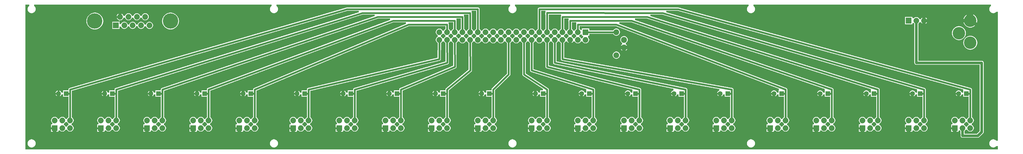
<source format=gtl>
G04 MADE WITH FRITZING*
G04 WWW.FRITZING.ORG*
G04 DOUBLE SIDED*
G04 HOLES PLATED*
G04 CONTOUR ON CENTER OF CONTOUR VECTOR*
%ASAXBY*%
%FSLAX23Y23*%
%MOIN*%
%OFA0B0*%
%SFA1.0B1.0*%
%ADD10C,0.075000*%
%ADD11C,0.078000*%
%ADD12C,0.074000*%
%ADD13C,0.200000*%
%ADD14C,0.162000*%
%ADD15C,0.062992*%
%ADD16R,0.074000X0.074000*%
%ADD17R,0.062992X0.062992*%
%ADD18C,0.024000*%
%ADD19C,0.048000*%
%ADD20C,0.032000*%
%ADD21R,0.001000X0.001000*%
%LNCOPPER1*%
G90*
G70*
G54D10*
X6908Y1732D03*
X233Y1875D03*
X7722Y1269D03*
X7722Y1569D03*
G54D11*
X7822Y1369D03*
X7822Y1469D03*
G54D12*
X1218Y1657D03*
X1327Y1657D03*
X1436Y1657D03*
X1545Y1657D03*
X1654Y1657D03*
X1272Y1769D03*
X1381Y1769D03*
X1490Y1769D03*
X1599Y1769D03*
G54D13*
X943Y1713D03*
X1928Y1713D03*
G54D12*
X1218Y1657D03*
X1327Y1657D03*
X1436Y1657D03*
X1545Y1657D03*
X1654Y1657D03*
X1272Y1769D03*
X1381Y1769D03*
X1490Y1769D03*
X1599Y1769D03*
G54D13*
X943Y1713D03*
X1928Y1713D03*
G54D12*
X12122Y419D03*
X12222Y419D03*
X12322Y419D03*
X12122Y319D03*
X12222Y319D03*
X12322Y319D03*
X11522Y419D03*
X11622Y419D03*
X11722Y419D03*
X11522Y319D03*
X11622Y319D03*
X11722Y319D03*
X9722Y419D03*
X9822Y419D03*
X9922Y419D03*
X9722Y319D03*
X9822Y319D03*
X9922Y319D03*
X10322Y419D03*
X10422Y419D03*
X10522Y419D03*
X10322Y319D03*
X10422Y319D03*
X10522Y319D03*
X9022Y419D03*
X9122Y419D03*
X9222Y419D03*
X9022Y319D03*
X9122Y319D03*
X9222Y319D03*
X7222Y419D03*
X7322Y419D03*
X7422Y419D03*
X7222Y319D03*
X7322Y319D03*
X7422Y319D03*
X10922Y419D03*
X11022Y419D03*
X11122Y419D03*
X10922Y319D03*
X11022Y319D03*
X11122Y319D03*
X6622Y419D03*
X6722Y419D03*
X6822Y419D03*
X6622Y319D03*
X6722Y319D03*
X6822Y319D03*
X7822Y419D03*
X7922Y419D03*
X8022Y419D03*
X7822Y319D03*
X7922Y319D03*
X8022Y319D03*
X8422Y419D03*
X8522Y419D03*
X8622Y419D03*
X8422Y319D03*
X8522Y319D03*
X8622Y319D03*
X5922Y419D03*
X6022Y419D03*
X6122Y419D03*
X5922Y319D03*
X6022Y319D03*
X6122Y319D03*
X4722Y419D03*
X4822Y419D03*
X4922Y419D03*
X4722Y319D03*
X4822Y319D03*
X4922Y319D03*
X5322Y419D03*
X5422Y419D03*
X5522Y419D03*
X5322Y319D03*
X5422Y319D03*
X5522Y319D03*
X4122Y419D03*
X4222Y419D03*
X4322Y419D03*
X4122Y319D03*
X4222Y319D03*
X4322Y319D03*
X2822Y419D03*
X2922Y419D03*
X3022Y419D03*
X2822Y319D03*
X2922Y319D03*
X3022Y319D03*
X3522Y419D03*
X3622Y419D03*
X3722Y419D03*
X3522Y319D03*
X3622Y319D03*
X3722Y319D03*
X2222Y419D03*
X2322Y419D03*
X2422Y419D03*
X2222Y319D03*
X2322Y319D03*
X2422Y319D03*
X1622Y419D03*
X1722Y419D03*
X1822Y419D03*
X1622Y319D03*
X1722Y319D03*
X1822Y319D03*
X1022Y419D03*
X1122Y419D03*
X1222Y419D03*
X1022Y319D03*
X1122Y319D03*
X1222Y319D03*
X422Y419D03*
X522Y419D03*
X622Y419D03*
X422Y319D03*
X522Y319D03*
X622Y319D03*
X7322Y1469D03*
X7222Y1469D03*
X7122Y1469D03*
X7022Y1469D03*
X6922Y1469D03*
X6822Y1469D03*
X6722Y1469D03*
X6622Y1469D03*
X6522Y1469D03*
X6422Y1469D03*
X6322Y1469D03*
X6222Y1469D03*
X6122Y1469D03*
X6022Y1469D03*
X5922Y1469D03*
X5822Y1469D03*
X5722Y1469D03*
X5622Y1469D03*
X5522Y1469D03*
X5422Y1469D03*
X7322Y1569D03*
X7222Y1569D03*
X7122Y1569D03*
X7022Y1569D03*
X6922Y1569D03*
X6822Y1569D03*
X6722Y1569D03*
X6622Y1569D03*
X6522Y1569D03*
X6422Y1569D03*
X6322Y1569D03*
X6222Y1569D03*
X6122Y1569D03*
X6022Y1569D03*
X5922Y1569D03*
X5822Y1569D03*
X5722Y1569D03*
X5622Y1569D03*
X5522Y1569D03*
X5422Y1569D03*
G54D14*
X12323Y1430D03*
X12322Y1719D03*
X12175Y1555D03*
X12323Y1430D03*
X12322Y1719D03*
X12175Y1555D03*
G54D12*
X11522Y1719D03*
X11622Y1719D03*
X11722Y1719D03*
X11522Y1719D03*
X11622Y1719D03*
X11722Y1719D03*
G54D15*
X12271Y769D03*
X12172Y769D03*
X1171Y769D03*
X1072Y769D03*
X571Y769D03*
X472Y769D03*
X1771Y769D03*
X1672Y769D03*
X2371Y769D03*
X2272Y769D03*
X2971Y769D03*
X2872Y769D03*
X3671Y769D03*
X3572Y769D03*
X11671Y769D03*
X11572Y769D03*
X11071Y769D03*
X10972Y769D03*
X10471Y769D03*
X10372Y769D03*
X9871Y769D03*
X9772Y769D03*
X9171Y769D03*
X9072Y769D03*
X8571Y769D03*
X8472Y769D03*
X7971Y769D03*
X7872Y769D03*
X4271Y769D03*
X4172Y769D03*
X4871Y769D03*
X4772Y769D03*
X7371Y769D03*
X7272Y769D03*
X6771Y769D03*
X6672Y769D03*
X6071Y769D03*
X5972Y769D03*
X5471Y769D03*
X5372Y769D03*
G54D16*
X12122Y319D03*
X11522Y319D03*
X9722Y319D03*
X10322Y319D03*
X9022Y319D03*
X7222Y319D03*
X10922Y319D03*
X6622Y319D03*
X7822Y319D03*
X8422Y319D03*
X5922Y319D03*
X4722Y319D03*
X5322Y319D03*
X4122Y319D03*
X2822Y319D03*
X3522Y319D03*
X2222Y319D03*
X1622Y319D03*
X1022Y319D03*
X422Y319D03*
X7322Y1569D03*
G54D17*
X12271Y769D03*
X1171Y769D03*
X571Y769D03*
X1771Y769D03*
X2371Y769D03*
X2971Y769D03*
X3671Y769D03*
X11671Y769D03*
X11071Y769D03*
X10471Y769D03*
X9871Y769D03*
X9171Y769D03*
X8571Y769D03*
X7971Y769D03*
X4271Y769D03*
X4871Y769D03*
X7371Y769D03*
X6771Y769D03*
X6071Y769D03*
X5471Y769D03*
G54D18*
X7694Y1569D02*
X7353Y1569D01*
G54D19*
D02*
X7823Y1168D02*
X7822Y1327D01*
G54D18*
D02*
X473Y969D02*
X1121Y1168D01*
D02*
X1121Y1168D02*
X1121Y1770D01*
D02*
X1121Y1770D02*
X1241Y1769D01*
D02*
X472Y795D02*
X473Y969D01*
G54D19*
D02*
X11523Y119D02*
X12122Y119D01*
D02*
X11522Y276D02*
X11523Y119D01*
D02*
X12322Y119D02*
X12472Y119D01*
D02*
X12572Y219D02*
X12574Y1567D01*
D02*
X12122Y119D02*
X12322Y119D01*
D02*
X12472Y119D02*
X12572Y219D01*
D02*
X12574Y1567D02*
X12392Y1677D01*
D02*
X12122Y276D02*
X12122Y119D01*
D02*
X10921Y119D02*
X10922Y276D01*
D02*
X11523Y119D02*
X10921Y119D01*
D02*
X10323Y119D02*
X10322Y276D01*
D02*
X10921Y119D02*
X10323Y119D01*
D02*
X9722Y120D02*
X9722Y276D01*
D02*
X10323Y119D02*
X9722Y120D01*
G54D20*
D02*
X11622Y1169D02*
X12472Y1169D01*
D02*
X12472Y1169D02*
X12472Y268D01*
D02*
X12472Y268D02*
X12421Y219D01*
D02*
X12421Y219D02*
X12223Y218D01*
D02*
X12223Y218D02*
X12223Y282D01*
D02*
X11622Y1682D02*
X11622Y1169D01*
G54D19*
D02*
X9473Y218D02*
X9321Y219D01*
D02*
X9622Y120D02*
X9622Y219D01*
D02*
X9622Y219D02*
X9473Y218D01*
D02*
X9321Y219D02*
X9321Y120D01*
D02*
X9321Y120D02*
X9022Y120D01*
D02*
X9022Y120D02*
X9022Y276D01*
D02*
X9722Y120D02*
X9622Y120D01*
D02*
X8422Y120D02*
X8422Y276D01*
D02*
X9022Y120D02*
X8422Y120D01*
D02*
X7822Y120D02*
X7822Y276D01*
D02*
X8422Y120D02*
X7822Y120D01*
D02*
X7222Y120D02*
X7222Y276D01*
D02*
X7822Y120D02*
X7222Y120D01*
D02*
X6622Y120D02*
X6622Y276D01*
D02*
X7222Y120D02*
X6622Y120D01*
D02*
X6522Y120D02*
X6522Y219D01*
D02*
X6522Y219D02*
X6224Y219D01*
D02*
X6224Y219D02*
X6224Y120D01*
D02*
X6224Y120D02*
X5922Y120D01*
D02*
X5922Y120D02*
X5922Y276D01*
D02*
X6622Y120D02*
X6522Y120D01*
D02*
X5322Y120D02*
X5322Y276D01*
D02*
X5922Y120D02*
X5322Y120D01*
D02*
X4722Y120D02*
X4722Y276D01*
D02*
X5322Y120D02*
X4722Y120D01*
D02*
X4122Y120D02*
X4122Y276D01*
D02*
X4722Y120D02*
X4122Y120D01*
D02*
X3522Y120D02*
X3522Y276D01*
D02*
X4122Y120D02*
X3522Y120D01*
D02*
X3422Y219D02*
X3124Y219D01*
D02*
X3422Y120D02*
X3422Y219D01*
D02*
X3124Y219D02*
X3124Y120D01*
D02*
X3124Y120D02*
X2822Y120D01*
D02*
X2822Y120D02*
X2822Y276D01*
D02*
X3522Y120D02*
X3422Y120D01*
D02*
X2222Y120D02*
X2222Y276D01*
D02*
X2822Y120D02*
X2222Y120D01*
D02*
X1622Y120D02*
X1622Y276D01*
D02*
X2222Y120D02*
X1622Y120D01*
D02*
X1022Y120D02*
X1022Y276D01*
D02*
X1622Y120D02*
X1022Y120D01*
D02*
X422Y120D02*
X422Y276D01*
D02*
X1022Y120D02*
X422Y120D01*
D02*
X11764Y1719D02*
X12241Y1719D01*
G54D18*
D02*
X623Y769D02*
X622Y450D01*
D02*
X623Y820D02*
X623Y769D01*
D02*
X4223Y1868D02*
X623Y820D01*
D02*
X5922Y1869D02*
X4223Y1868D01*
D02*
X5922Y1600D02*
X5922Y1869D01*
D02*
X1221Y769D02*
X1221Y820D01*
D02*
X1221Y820D02*
X4423Y1819D01*
D02*
X4423Y1819D02*
X5821Y1818D01*
D02*
X5821Y1818D02*
X5822Y1600D01*
D02*
X1222Y450D02*
X1221Y769D01*
D02*
X1823Y769D02*
X1822Y450D01*
D02*
X1823Y820D02*
X1823Y769D01*
D02*
X4621Y1768D02*
X1823Y820D01*
D02*
X5721Y1768D02*
X4621Y1768D01*
D02*
X5722Y1600D02*
X5721Y1768D01*
D02*
X2421Y769D02*
X2422Y450D01*
D02*
X2421Y820D02*
X2421Y769D01*
D02*
X4822Y1719D02*
X2421Y820D01*
D02*
X5623Y1718D02*
X4822Y1719D01*
D02*
X5622Y1600D02*
X5623Y1718D01*
D02*
X3023Y769D02*
X3022Y450D01*
D02*
X3023Y820D02*
X3023Y769D01*
D02*
X5022Y1668D02*
X3023Y820D01*
D02*
X5523Y1668D02*
X5022Y1668D01*
D02*
X5523Y1600D02*
X5523Y1668D01*
D02*
X9923Y769D02*
X9923Y820D01*
D02*
X9923Y820D02*
X7721Y1669D01*
D02*
X7721Y1669D02*
X7222Y1668D01*
D02*
X7222Y1668D02*
X7222Y1600D01*
D02*
X9922Y450D02*
X9923Y769D01*
D02*
X10522Y769D02*
X10522Y820D01*
D02*
X10522Y820D02*
X7921Y1719D01*
D02*
X7921Y1719D02*
X7121Y1719D01*
D02*
X7121Y1719D02*
X7122Y1600D01*
D02*
X10522Y450D02*
X10522Y769D01*
D02*
X11123Y769D02*
X11123Y820D01*
D02*
X11123Y820D02*
X8121Y1769D01*
D02*
X8121Y1769D02*
X7023Y1769D01*
D02*
X7023Y1769D02*
X7022Y1600D01*
D02*
X11122Y450D02*
X11123Y769D01*
D02*
X11722Y769D02*
X11721Y820D01*
D02*
X11721Y820D02*
X8324Y1819D01*
D02*
X8324Y1819D02*
X6821Y1820D01*
D02*
X6821Y1820D02*
X6822Y1600D01*
D02*
X11722Y450D02*
X11722Y769D01*
D02*
X12323Y820D02*
X8524Y1869D01*
D02*
X8524Y1869D02*
X6723Y1868D01*
D02*
X6723Y1868D02*
X6722Y1600D01*
D02*
X3721Y769D02*
X3722Y450D01*
D02*
X3721Y820D02*
X3721Y769D01*
D02*
X5420Y1217D02*
X3721Y820D01*
D02*
X5422Y1437D02*
X5420Y1217D01*
D02*
X4322Y769D02*
X4322Y450D01*
D02*
X4322Y820D02*
X4322Y769D01*
D02*
X5525Y1170D02*
X4322Y820D01*
D02*
X5522Y1437D02*
X5525Y1170D01*
D02*
X4921Y769D02*
X4922Y450D01*
D02*
X4921Y820D02*
X4921Y769D01*
D02*
X5624Y1118D02*
X4921Y820D01*
D02*
X5622Y1437D02*
X5624Y1118D01*
D02*
X5522Y769D02*
X5522Y450D01*
D02*
X5522Y820D02*
X5522Y769D01*
D02*
X5824Y1070D02*
X5522Y820D01*
D02*
X5822Y1437D02*
X5824Y1070D01*
D02*
X6121Y769D02*
X6121Y820D01*
D02*
X6121Y820D02*
X6323Y1018D01*
D02*
X6323Y1018D02*
X6322Y1437D01*
D02*
X6122Y450D02*
X6121Y769D01*
D02*
X9222Y769D02*
X9222Y820D01*
D02*
X9222Y820D02*
X7022Y1217D01*
D02*
X7022Y1217D02*
X7022Y1437D01*
D02*
X9222Y450D02*
X9222Y769D01*
D02*
X8623Y769D02*
X8622Y450D01*
D02*
X8623Y820D02*
X8623Y769D01*
D02*
X6922Y1170D02*
X8623Y820D01*
D02*
X6922Y1437D02*
X6922Y1170D01*
D02*
X8022Y769D02*
X8022Y450D01*
D02*
X8022Y820D02*
X8022Y769D01*
D02*
X6822Y1118D02*
X8022Y820D01*
D02*
X6822Y1437D02*
X6822Y1118D01*
D02*
X7423Y769D02*
X7422Y450D01*
D02*
X7423Y820D02*
X7423Y769D01*
D02*
X6623Y1070D02*
X7423Y820D01*
D02*
X6622Y1437D02*
X6623Y1070D01*
D02*
X6822Y769D02*
X6822Y450D01*
D02*
X6822Y820D02*
X6822Y769D01*
D02*
X6523Y1018D02*
X6822Y820D01*
D02*
X6522Y1437D02*
X6523Y1018D01*
G54D19*
D02*
X7823Y1168D02*
X7322Y1267D01*
D02*
X7322Y1267D02*
X7322Y1370D01*
D02*
X9473Y868D02*
X7823Y1168D01*
D02*
X7322Y1370D02*
X7121Y1368D01*
D02*
X7121Y1368D02*
X7122Y1426D01*
D02*
X9473Y218D02*
X9473Y868D01*
G54D18*
D02*
X5224Y769D02*
X5224Y317D01*
D02*
X5224Y317D02*
X5291Y318D01*
D02*
X5345Y769D02*
X5224Y769D01*
D02*
X12020Y769D02*
X12020Y317D01*
D02*
X12020Y317D02*
X12091Y318D01*
D02*
X12145Y769D02*
X12020Y769D01*
D02*
X11423Y769D02*
X11423Y317D01*
D02*
X11423Y317D02*
X11491Y318D01*
D02*
X11545Y769D02*
X11423Y769D01*
D02*
X10820Y317D02*
X10891Y318D01*
D02*
X10820Y769D02*
X10820Y317D01*
D02*
X10945Y769D02*
X10820Y769D01*
D02*
X10223Y769D02*
X10345Y769D01*
D02*
X10223Y317D02*
X10223Y769D01*
D02*
X10291Y318D02*
X10223Y317D01*
D02*
X9620Y317D02*
X9691Y318D01*
D02*
X9620Y769D02*
X9620Y317D01*
D02*
X9745Y769D02*
X9620Y769D01*
D02*
X8921Y317D02*
X8991Y318D01*
D02*
X8921Y769D02*
X8921Y317D01*
D02*
X9045Y769D02*
X8921Y769D01*
D02*
X8323Y769D02*
X8323Y317D01*
D02*
X8323Y317D02*
X8391Y318D01*
D02*
X8445Y769D02*
X8323Y769D01*
D02*
X7721Y317D02*
X7791Y318D01*
D02*
X7721Y769D02*
X7721Y317D01*
D02*
X7845Y769D02*
X7721Y769D01*
D02*
X7123Y769D02*
X7123Y317D01*
D02*
X7123Y317D02*
X7191Y318D01*
D02*
X7245Y769D02*
X7123Y769D01*
D02*
X6521Y317D02*
X6591Y318D01*
D02*
X6521Y769D02*
X6521Y317D01*
D02*
X6645Y769D02*
X6521Y769D01*
D02*
X5821Y769D02*
X5945Y769D01*
D02*
X5821Y317D02*
X5821Y769D01*
D02*
X5891Y318D02*
X5821Y317D01*
D02*
X4621Y317D02*
X4691Y318D01*
D02*
X4621Y769D02*
X4621Y317D01*
D02*
X4745Y769D02*
X4621Y769D01*
D02*
X4024Y769D02*
X4145Y769D01*
D02*
X4024Y317D02*
X4024Y769D01*
D02*
X4091Y318D02*
X4024Y317D01*
D02*
X322Y769D02*
X322Y317D01*
D02*
X322Y317D02*
X391Y318D01*
D02*
X445Y769D02*
X322Y769D01*
D02*
X924Y769D02*
X1045Y769D01*
D02*
X924Y317D02*
X924Y769D01*
D02*
X991Y318D02*
X924Y317D01*
D02*
X1522Y769D02*
X1645Y769D01*
D02*
X1522Y317D02*
X1522Y769D01*
D02*
X1591Y318D02*
X1522Y317D01*
D02*
X2124Y769D02*
X2245Y769D01*
D02*
X2124Y317D02*
X2124Y769D01*
D02*
X2191Y318D02*
X2124Y317D01*
D02*
X2722Y769D02*
X2845Y769D01*
D02*
X2722Y317D02*
X2722Y769D01*
D02*
X2791Y318D02*
X2722Y317D01*
D02*
X3421Y769D02*
X3545Y769D01*
D02*
X3421Y317D02*
X3421Y769D01*
D02*
X3491Y318D02*
X3421Y317D01*
D02*
X11722Y769D02*
X11698Y769D01*
D02*
X12323Y769D02*
X12322Y450D01*
D02*
X12323Y820D02*
X12323Y769D01*
D02*
X12323Y769D02*
X12298Y769D01*
D02*
X11123Y769D02*
X11098Y769D01*
D02*
X10522Y769D02*
X10498Y769D01*
D02*
X9923Y769D02*
X9898Y769D01*
D02*
X9222Y769D02*
X9198Y769D01*
D02*
X8623Y769D02*
X8598Y769D01*
D02*
X8022Y769D02*
X7998Y769D01*
D02*
X7423Y769D02*
X7398Y769D01*
D02*
X6822Y769D02*
X6798Y769D01*
D02*
X5522Y769D02*
X5498Y769D01*
D02*
X6121Y769D02*
X6098Y769D01*
D02*
X4921Y769D02*
X4898Y769D01*
D02*
X4322Y769D02*
X4298Y769D01*
D02*
X3721Y769D02*
X3698Y769D01*
D02*
X3023Y769D02*
X2998Y769D01*
D02*
X2421Y769D02*
X2398Y769D01*
D02*
X1823Y769D02*
X1798Y769D01*
D02*
X1221Y769D02*
X1198Y769D01*
D02*
X623Y769D02*
X598Y769D01*
G36*
X5842Y1847D02*
X5842Y1821D01*
X5844Y1821D01*
X5844Y1609D01*
X5846Y1609D01*
X5846Y1607D01*
X5848Y1607D01*
X5848Y1605D01*
X5852Y1605D01*
X5852Y1603D01*
X5854Y1603D01*
X5854Y1601D01*
X5856Y1601D01*
X5856Y1599D01*
X5858Y1599D01*
X5858Y1595D01*
X5860Y1595D01*
X5860Y1593D01*
X5862Y1593D01*
X5862Y1589D01*
X5882Y1589D01*
X5882Y1593D01*
X5884Y1593D01*
X5884Y1595D01*
X5886Y1595D01*
X5886Y1597D01*
X5888Y1597D01*
X5888Y1601D01*
X5890Y1601D01*
X5890Y1603D01*
X5894Y1603D01*
X5894Y1605D01*
X5896Y1605D01*
X5896Y1607D01*
X5898Y1607D01*
X5898Y1609D01*
X5900Y1609D01*
X5900Y1847D01*
X5842Y1847D01*
G37*
D02*
G36*
X6744Y1847D02*
X6744Y1609D01*
X6746Y1609D01*
X6746Y1607D01*
X6748Y1607D01*
X6748Y1605D01*
X6752Y1605D01*
X6752Y1603D01*
X6754Y1603D01*
X6754Y1601D01*
X6756Y1601D01*
X6756Y1599D01*
X6758Y1599D01*
X6758Y1595D01*
X6760Y1595D01*
X6760Y1593D01*
X6762Y1593D01*
X6762Y1589D01*
X6782Y1589D01*
X6782Y1593D01*
X6784Y1593D01*
X6784Y1595D01*
X6786Y1595D01*
X6786Y1597D01*
X6788Y1597D01*
X6788Y1601D01*
X6790Y1601D01*
X6790Y1603D01*
X6794Y1603D01*
X6794Y1605D01*
X6796Y1605D01*
X6796Y1607D01*
X6798Y1607D01*
X6798Y1609D01*
X6800Y1609D01*
X6800Y1795D01*
X6798Y1795D01*
X6798Y1821D01*
X6800Y1821D01*
X6800Y1847D01*
X6744Y1847D01*
G37*
D02*
G36*
X6844Y1799D02*
X6844Y1615D01*
X6934Y1615D01*
X6934Y1613D01*
X6940Y1613D01*
X6940Y1611D01*
X6942Y1611D01*
X6942Y1609D01*
X6946Y1609D01*
X6946Y1607D01*
X6948Y1607D01*
X6948Y1605D01*
X6952Y1605D01*
X6952Y1603D01*
X6954Y1603D01*
X6954Y1601D01*
X6956Y1601D01*
X6956Y1599D01*
X6958Y1599D01*
X6958Y1595D01*
X6960Y1595D01*
X6960Y1593D01*
X6962Y1593D01*
X6962Y1589D01*
X6982Y1589D01*
X6982Y1593D01*
X6984Y1593D01*
X6984Y1595D01*
X6986Y1595D01*
X6986Y1597D01*
X6988Y1597D01*
X6988Y1601D01*
X6990Y1601D01*
X6990Y1603D01*
X6994Y1603D01*
X6994Y1605D01*
X6996Y1605D01*
X6996Y1607D01*
X6998Y1607D01*
X6998Y1609D01*
X7000Y1609D01*
X7000Y1771D01*
X7002Y1771D01*
X7002Y1779D01*
X7004Y1779D01*
X7004Y1799D01*
X6844Y1799D01*
G37*
D02*
G36*
X6844Y1615D02*
X6844Y1609D01*
X6846Y1609D01*
X6846Y1607D01*
X6848Y1607D01*
X6848Y1605D01*
X6852Y1605D01*
X6852Y1603D01*
X6854Y1603D01*
X6854Y1601D01*
X6856Y1601D01*
X6856Y1599D01*
X6858Y1599D01*
X6858Y1595D01*
X6860Y1595D01*
X6860Y1593D01*
X6862Y1593D01*
X6862Y1589D01*
X6882Y1589D01*
X6882Y1593D01*
X6884Y1593D01*
X6884Y1595D01*
X6886Y1595D01*
X6886Y1597D01*
X6888Y1597D01*
X6888Y1601D01*
X6890Y1601D01*
X6890Y1603D01*
X6894Y1603D01*
X6894Y1605D01*
X6896Y1605D01*
X6896Y1607D01*
X6898Y1607D01*
X6898Y1609D01*
X6902Y1609D01*
X6902Y1611D01*
X6906Y1611D01*
X6906Y1613D01*
X6910Y1613D01*
X6910Y1615D01*
X6844Y1615D01*
G37*
D02*
G36*
X5740Y1797D02*
X5740Y1777D01*
X5742Y1777D01*
X5742Y1769D01*
X5744Y1769D01*
X5744Y1609D01*
X5746Y1609D01*
X5746Y1607D01*
X5748Y1607D01*
X5748Y1605D01*
X5752Y1605D01*
X5752Y1603D01*
X5754Y1603D01*
X5754Y1601D01*
X5756Y1601D01*
X5756Y1599D01*
X5758Y1599D01*
X5758Y1595D01*
X5760Y1595D01*
X5760Y1593D01*
X5762Y1593D01*
X5762Y1589D01*
X5782Y1589D01*
X5782Y1593D01*
X5784Y1593D01*
X5784Y1595D01*
X5786Y1595D01*
X5786Y1597D01*
X5788Y1597D01*
X5788Y1601D01*
X5790Y1601D01*
X5790Y1603D01*
X5794Y1603D01*
X5794Y1605D01*
X5796Y1605D01*
X5796Y1607D01*
X5798Y1607D01*
X5798Y1609D01*
X5800Y1609D01*
X5800Y1797D01*
X5740Y1797D01*
G37*
D02*
G36*
X5644Y1747D02*
X5644Y1723D01*
X5646Y1723D01*
X5646Y1667D01*
X5644Y1667D01*
X5644Y1609D01*
X5646Y1609D01*
X5646Y1607D01*
X5648Y1607D01*
X5648Y1605D01*
X5652Y1605D01*
X5652Y1603D01*
X5654Y1603D01*
X5654Y1601D01*
X5656Y1601D01*
X5656Y1599D01*
X5658Y1599D01*
X5658Y1595D01*
X5660Y1595D01*
X5660Y1593D01*
X5662Y1593D01*
X5662Y1589D01*
X5682Y1589D01*
X5682Y1593D01*
X5684Y1593D01*
X5684Y1595D01*
X5686Y1595D01*
X5686Y1597D01*
X5688Y1597D01*
X5688Y1601D01*
X5690Y1601D01*
X5690Y1603D01*
X5694Y1603D01*
X5694Y1605D01*
X5696Y1605D01*
X5696Y1607D01*
X5698Y1607D01*
X5698Y1609D01*
X5700Y1609D01*
X5700Y1747D01*
X5644Y1747D01*
G37*
D02*
G36*
X7044Y1747D02*
X7044Y1609D01*
X7046Y1609D01*
X7046Y1607D01*
X7048Y1607D01*
X7048Y1605D01*
X7052Y1605D01*
X7052Y1603D01*
X7054Y1603D01*
X7054Y1601D01*
X7056Y1601D01*
X7056Y1599D01*
X7058Y1599D01*
X7058Y1595D01*
X7060Y1595D01*
X7060Y1593D01*
X7062Y1593D01*
X7062Y1589D01*
X7082Y1589D01*
X7082Y1593D01*
X7084Y1593D01*
X7084Y1595D01*
X7086Y1595D01*
X7086Y1597D01*
X7088Y1597D01*
X7088Y1601D01*
X7090Y1601D01*
X7090Y1603D01*
X7094Y1603D01*
X7094Y1605D01*
X7096Y1605D01*
X7096Y1607D01*
X7098Y1607D01*
X7098Y1609D01*
X7100Y1609D01*
X7100Y1711D01*
X7098Y1711D01*
X7098Y1721D01*
X7100Y1721D01*
X7100Y1747D01*
X7044Y1747D01*
G37*
D02*
G36*
X5542Y1697D02*
X5542Y1677D01*
X5544Y1677D01*
X5544Y1669D01*
X5546Y1669D01*
X5546Y1651D01*
X5544Y1651D01*
X5544Y1609D01*
X5546Y1609D01*
X5546Y1607D01*
X5548Y1607D01*
X5548Y1605D01*
X5552Y1605D01*
X5552Y1603D01*
X5554Y1603D01*
X5554Y1601D01*
X5556Y1601D01*
X5556Y1599D01*
X5558Y1599D01*
X5558Y1595D01*
X5560Y1595D01*
X5560Y1593D01*
X5562Y1593D01*
X5562Y1589D01*
X5582Y1589D01*
X5582Y1593D01*
X5584Y1593D01*
X5584Y1595D01*
X5586Y1595D01*
X5586Y1597D01*
X5588Y1597D01*
X5588Y1601D01*
X5590Y1601D01*
X5590Y1603D01*
X5594Y1603D01*
X5594Y1605D01*
X5596Y1605D01*
X5596Y1607D01*
X5598Y1607D01*
X5598Y1609D01*
X5600Y1609D01*
X5600Y1669D01*
X5602Y1669D01*
X5602Y1697D01*
X5542Y1697D01*
G37*
D02*
G36*
X7144Y1697D02*
X7144Y1609D01*
X7146Y1609D01*
X7146Y1607D01*
X7148Y1607D01*
X7148Y1605D01*
X7152Y1605D01*
X7152Y1603D01*
X7154Y1603D01*
X7154Y1601D01*
X7156Y1601D01*
X7156Y1599D01*
X7158Y1599D01*
X7158Y1595D01*
X7160Y1595D01*
X7160Y1593D01*
X7162Y1593D01*
X7162Y1589D01*
X7182Y1589D01*
X7182Y1593D01*
X7184Y1593D01*
X7184Y1595D01*
X7186Y1595D01*
X7186Y1597D01*
X7188Y1597D01*
X7188Y1601D01*
X7190Y1601D01*
X7190Y1603D01*
X7194Y1603D01*
X7194Y1605D01*
X7196Y1605D01*
X7196Y1607D01*
X7198Y1607D01*
X7198Y1609D01*
X7200Y1609D01*
X7200Y1675D01*
X7202Y1675D01*
X7202Y1697D01*
X7144Y1697D01*
G37*
D02*
G36*
X5462Y1549D02*
X5462Y1545D01*
X5460Y1545D01*
X5460Y1543D01*
X5458Y1543D01*
X5458Y1539D01*
X5456Y1539D01*
X5456Y1537D01*
X5454Y1537D01*
X5454Y1535D01*
X5452Y1535D01*
X5452Y1533D01*
X5448Y1533D01*
X5448Y1531D01*
X5446Y1531D01*
X5446Y1529D01*
X5442Y1529D01*
X5442Y1509D01*
X5446Y1509D01*
X5446Y1507D01*
X5448Y1507D01*
X5448Y1505D01*
X5452Y1505D01*
X5452Y1503D01*
X5454Y1503D01*
X5454Y1501D01*
X5456Y1501D01*
X5456Y1499D01*
X5458Y1499D01*
X5458Y1495D01*
X5460Y1495D01*
X5460Y1493D01*
X5462Y1493D01*
X5462Y1489D01*
X5482Y1489D01*
X5482Y1493D01*
X5484Y1493D01*
X5484Y1495D01*
X5486Y1495D01*
X5486Y1497D01*
X5488Y1497D01*
X5488Y1501D01*
X5490Y1501D01*
X5490Y1503D01*
X5494Y1503D01*
X5494Y1505D01*
X5496Y1505D01*
X5496Y1507D01*
X5498Y1507D01*
X5498Y1509D01*
X5502Y1509D01*
X5502Y1529D01*
X5498Y1529D01*
X5498Y1531D01*
X5496Y1531D01*
X5496Y1533D01*
X5494Y1533D01*
X5494Y1535D01*
X5490Y1535D01*
X5490Y1537D01*
X5488Y1537D01*
X5488Y1541D01*
X5486Y1541D01*
X5486Y1543D01*
X5484Y1543D01*
X5484Y1545D01*
X5482Y1545D01*
X5482Y1549D01*
X5462Y1549D01*
G37*
D02*
G36*
X5562Y1549D02*
X5562Y1545D01*
X5560Y1545D01*
X5560Y1543D01*
X5558Y1543D01*
X5558Y1539D01*
X5556Y1539D01*
X5556Y1537D01*
X5554Y1537D01*
X5554Y1535D01*
X5552Y1535D01*
X5552Y1533D01*
X5548Y1533D01*
X5548Y1531D01*
X5546Y1531D01*
X5546Y1529D01*
X5542Y1529D01*
X5542Y1509D01*
X5546Y1509D01*
X5546Y1507D01*
X5548Y1507D01*
X5548Y1505D01*
X5552Y1505D01*
X5552Y1503D01*
X5554Y1503D01*
X5554Y1501D01*
X5556Y1501D01*
X5556Y1499D01*
X5558Y1499D01*
X5558Y1495D01*
X5560Y1495D01*
X5560Y1493D01*
X5562Y1493D01*
X5562Y1489D01*
X5582Y1489D01*
X5582Y1493D01*
X5584Y1493D01*
X5584Y1495D01*
X5586Y1495D01*
X5586Y1497D01*
X5588Y1497D01*
X5588Y1501D01*
X5590Y1501D01*
X5590Y1503D01*
X5594Y1503D01*
X5594Y1505D01*
X5596Y1505D01*
X5596Y1507D01*
X5598Y1507D01*
X5598Y1509D01*
X5602Y1509D01*
X5602Y1529D01*
X5598Y1529D01*
X5598Y1531D01*
X5596Y1531D01*
X5596Y1533D01*
X5594Y1533D01*
X5594Y1535D01*
X5590Y1535D01*
X5590Y1537D01*
X5588Y1537D01*
X5588Y1541D01*
X5586Y1541D01*
X5586Y1543D01*
X5584Y1543D01*
X5584Y1545D01*
X5582Y1545D01*
X5582Y1549D01*
X5562Y1549D01*
G37*
D02*
G36*
X5662Y1549D02*
X5662Y1545D01*
X5660Y1545D01*
X5660Y1543D01*
X5658Y1543D01*
X5658Y1539D01*
X5656Y1539D01*
X5656Y1537D01*
X5654Y1537D01*
X5654Y1535D01*
X5652Y1535D01*
X5652Y1533D01*
X5648Y1533D01*
X5648Y1531D01*
X5646Y1531D01*
X5646Y1529D01*
X5642Y1529D01*
X5642Y1509D01*
X5646Y1509D01*
X5646Y1507D01*
X5648Y1507D01*
X5648Y1505D01*
X5652Y1505D01*
X5652Y1503D01*
X5654Y1503D01*
X5654Y1501D01*
X5656Y1501D01*
X5656Y1499D01*
X5658Y1499D01*
X5658Y1495D01*
X5660Y1495D01*
X5660Y1493D01*
X5662Y1493D01*
X5662Y1489D01*
X5682Y1489D01*
X5682Y1493D01*
X5684Y1493D01*
X5684Y1495D01*
X5686Y1495D01*
X5686Y1497D01*
X5688Y1497D01*
X5688Y1501D01*
X5690Y1501D01*
X5690Y1503D01*
X5694Y1503D01*
X5694Y1505D01*
X5696Y1505D01*
X5696Y1507D01*
X5698Y1507D01*
X5698Y1509D01*
X5702Y1509D01*
X5702Y1529D01*
X5698Y1529D01*
X5698Y1531D01*
X5696Y1531D01*
X5696Y1533D01*
X5694Y1533D01*
X5694Y1535D01*
X5690Y1535D01*
X5690Y1537D01*
X5688Y1537D01*
X5688Y1541D01*
X5686Y1541D01*
X5686Y1543D01*
X5684Y1543D01*
X5684Y1545D01*
X5682Y1545D01*
X5682Y1549D01*
X5662Y1549D01*
G37*
D02*
G36*
X5762Y1549D02*
X5762Y1545D01*
X5760Y1545D01*
X5760Y1543D01*
X5758Y1543D01*
X5758Y1539D01*
X5756Y1539D01*
X5756Y1537D01*
X5754Y1537D01*
X5754Y1535D01*
X5752Y1535D01*
X5752Y1533D01*
X5748Y1533D01*
X5748Y1531D01*
X5746Y1531D01*
X5746Y1529D01*
X5742Y1529D01*
X5742Y1509D01*
X5746Y1509D01*
X5746Y1507D01*
X5748Y1507D01*
X5748Y1505D01*
X5752Y1505D01*
X5752Y1503D01*
X5754Y1503D01*
X5754Y1501D01*
X5756Y1501D01*
X5756Y1499D01*
X5758Y1499D01*
X5758Y1495D01*
X5760Y1495D01*
X5760Y1493D01*
X5762Y1493D01*
X5762Y1489D01*
X5782Y1489D01*
X5782Y1493D01*
X5784Y1493D01*
X5784Y1495D01*
X5786Y1495D01*
X5786Y1497D01*
X5788Y1497D01*
X5788Y1501D01*
X5790Y1501D01*
X5790Y1503D01*
X5794Y1503D01*
X5794Y1505D01*
X5796Y1505D01*
X5796Y1507D01*
X5798Y1507D01*
X5798Y1509D01*
X5802Y1509D01*
X5802Y1529D01*
X5798Y1529D01*
X5798Y1531D01*
X5796Y1531D01*
X5796Y1533D01*
X5794Y1533D01*
X5794Y1535D01*
X5790Y1535D01*
X5790Y1537D01*
X5788Y1537D01*
X5788Y1541D01*
X5786Y1541D01*
X5786Y1543D01*
X5784Y1543D01*
X5784Y1545D01*
X5782Y1545D01*
X5782Y1549D01*
X5762Y1549D01*
G37*
D02*
G36*
X5862Y1549D02*
X5862Y1545D01*
X5860Y1545D01*
X5860Y1543D01*
X5858Y1543D01*
X5858Y1539D01*
X5856Y1539D01*
X5856Y1537D01*
X5854Y1537D01*
X5854Y1535D01*
X5852Y1535D01*
X5852Y1533D01*
X5848Y1533D01*
X5848Y1531D01*
X5846Y1531D01*
X5846Y1529D01*
X5842Y1529D01*
X5842Y1509D01*
X5846Y1509D01*
X5846Y1507D01*
X5848Y1507D01*
X5848Y1505D01*
X5852Y1505D01*
X5852Y1503D01*
X5854Y1503D01*
X5854Y1501D01*
X5856Y1501D01*
X5856Y1499D01*
X5858Y1499D01*
X5858Y1495D01*
X5860Y1495D01*
X5860Y1493D01*
X5862Y1493D01*
X5862Y1489D01*
X5882Y1489D01*
X5882Y1493D01*
X5884Y1493D01*
X5884Y1495D01*
X5886Y1495D01*
X5886Y1497D01*
X5888Y1497D01*
X5888Y1501D01*
X5890Y1501D01*
X5890Y1503D01*
X5894Y1503D01*
X5894Y1505D01*
X5896Y1505D01*
X5896Y1507D01*
X5898Y1507D01*
X5898Y1509D01*
X5902Y1509D01*
X5902Y1529D01*
X5898Y1529D01*
X5898Y1531D01*
X5896Y1531D01*
X5896Y1533D01*
X5894Y1533D01*
X5894Y1535D01*
X5890Y1535D01*
X5890Y1537D01*
X5888Y1537D01*
X5888Y1541D01*
X5886Y1541D01*
X5886Y1543D01*
X5884Y1543D01*
X5884Y1545D01*
X5882Y1545D01*
X5882Y1549D01*
X5862Y1549D01*
G37*
D02*
G36*
X5962Y1549D02*
X5962Y1545D01*
X5960Y1545D01*
X5960Y1543D01*
X5958Y1543D01*
X5958Y1539D01*
X5956Y1539D01*
X5956Y1537D01*
X5954Y1537D01*
X5954Y1535D01*
X5952Y1535D01*
X5952Y1533D01*
X5948Y1533D01*
X5948Y1531D01*
X5946Y1531D01*
X5946Y1529D01*
X5942Y1529D01*
X5942Y1509D01*
X5946Y1509D01*
X5946Y1507D01*
X5948Y1507D01*
X5948Y1505D01*
X5952Y1505D01*
X5952Y1503D01*
X5954Y1503D01*
X5954Y1501D01*
X5956Y1501D01*
X5956Y1499D01*
X5958Y1499D01*
X5958Y1495D01*
X5960Y1495D01*
X5960Y1493D01*
X5962Y1493D01*
X5962Y1489D01*
X5982Y1489D01*
X5982Y1493D01*
X5984Y1493D01*
X5984Y1495D01*
X5986Y1495D01*
X5986Y1497D01*
X5988Y1497D01*
X5988Y1501D01*
X5990Y1501D01*
X5990Y1503D01*
X5994Y1503D01*
X5994Y1505D01*
X5996Y1505D01*
X5996Y1507D01*
X5998Y1507D01*
X5998Y1509D01*
X6002Y1509D01*
X6002Y1529D01*
X5998Y1529D01*
X5998Y1531D01*
X5996Y1531D01*
X5996Y1533D01*
X5994Y1533D01*
X5994Y1535D01*
X5990Y1535D01*
X5990Y1537D01*
X5988Y1537D01*
X5988Y1541D01*
X5986Y1541D01*
X5986Y1543D01*
X5984Y1543D01*
X5984Y1545D01*
X5982Y1545D01*
X5982Y1549D01*
X5962Y1549D01*
G37*
D02*
G36*
X6062Y1549D02*
X6062Y1545D01*
X6060Y1545D01*
X6060Y1543D01*
X6058Y1543D01*
X6058Y1539D01*
X6056Y1539D01*
X6056Y1537D01*
X6054Y1537D01*
X6054Y1535D01*
X6052Y1535D01*
X6052Y1533D01*
X6048Y1533D01*
X6048Y1531D01*
X6046Y1531D01*
X6046Y1529D01*
X6042Y1529D01*
X6042Y1509D01*
X6046Y1509D01*
X6046Y1507D01*
X6048Y1507D01*
X6048Y1505D01*
X6052Y1505D01*
X6052Y1503D01*
X6054Y1503D01*
X6054Y1501D01*
X6056Y1501D01*
X6056Y1499D01*
X6058Y1499D01*
X6058Y1495D01*
X6060Y1495D01*
X6060Y1493D01*
X6062Y1493D01*
X6062Y1489D01*
X6082Y1489D01*
X6082Y1493D01*
X6084Y1493D01*
X6084Y1495D01*
X6086Y1495D01*
X6086Y1497D01*
X6088Y1497D01*
X6088Y1501D01*
X6090Y1501D01*
X6090Y1503D01*
X6094Y1503D01*
X6094Y1505D01*
X6096Y1505D01*
X6096Y1507D01*
X6098Y1507D01*
X6098Y1509D01*
X6102Y1509D01*
X6102Y1529D01*
X6098Y1529D01*
X6098Y1531D01*
X6096Y1531D01*
X6096Y1533D01*
X6094Y1533D01*
X6094Y1535D01*
X6090Y1535D01*
X6090Y1537D01*
X6088Y1537D01*
X6088Y1541D01*
X6086Y1541D01*
X6086Y1543D01*
X6084Y1543D01*
X6084Y1545D01*
X6082Y1545D01*
X6082Y1549D01*
X6062Y1549D01*
G37*
D02*
G36*
X6162Y1549D02*
X6162Y1545D01*
X6160Y1545D01*
X6160Y1543D01*
X6158Y1543D01*
X6158Y1539D01*
X6156Y1539D01*
X6156Y1537D01*
X6154Y1537D01*
X6154Y1535D01*
X6152Y1535D01*
X6152Y1533D01*
X6148Y1533D01*
X6148Y1531D01*
X6146Y1531D01*
X6146Y1529D01*
X6142Y1529D01*
X6142Y1509D01*
X6146Y1509D01*
X6146Y1507D01*
X6148Y1507D01*
X6148Y1505D01*
X6152Y1505D01*
X6152Y1503D01*
X6154Y1503D01*
X6154Y1501D01*
X6156Y1501D01*
X6156Y1499D01*
X6158Y1499D01*
X6158Y1495D01*
X6160Y1495D01*
X6160Y1493D01*
X6162Y1493D01*
X6162Y1489D01*
X6182Y1489D01*
X6182Y1493D01*
X6184Y1493D01*
X6184Y1495D01*
X6186Y1495D01*
X6186Y1497D01*
X6188Y1497D01*
X6188Y1501D01*
X6190Y1501D01*
X6190Y1503D01*
X6194Y1503D01*
X6194Y1505D01*
X6196Y1505D01*
X6196Y1507D01*
X6198Y1507D01*
X6198Y1509D01*
X6202Y1509D01*
X6202Y1529D01*
X6198Y1529D01*
X6198Y1531D01*
X6196Y1531D01*
X6196Y1533D01*
X6194Y1533D01*
X6194Y1535D01*
X6190Y1535D01*
X6190Y1537D01*
X6188Y1537D01*
X6188Y1541D01*
X6186Y1541D01*
X6186Y1543D01*
X6184Y1543D01*
X6184Y1545D01*
X6182Y1545D01*
X6182Y1549D01*
X6162Y1549D01*
G37*
D02*
G36*
X6262Y1549D02*
X6262Y1545D01*
X6260Y1545D01*
X6260Y1543D01*
X6258Y1543D01*
X6258Y1539D01*
X6256Y1539D01*
X6256Y1537D01*
X6254Y1537D01*
X6254Y1535D01*
X6252Y1535D01*
X6252Y1533D01*
X6248Y1533D01*
X6248Y1531D01*
X6246Y1531D01*
X6246Y1529D01*
X6242Y1529D01*
X6242Y1509D01*
X6246Y1509D01*
X6246Y1507D01*
X6248Y1507D01*
X6248Y1505D01*
X6252Y1505D01*
X6252Y1503D01*
X6254Y1503D01*
X6254Y1501D01*
X6256Y1501D01*
X6256Y1499D01*
X6258Y1499D01*
X6258Y1495D01*
X6260Y1495D01*
X6260Y1493D01*
X6262Y1493D01*
X6262Y1489D01*
X6282Y1489D01*
X6282Y1493D01*
X6284Y1493D01*
X6284Y1495D01*
X6286Y1495D01*
X6286Y1497D01*
X6288Y1497D01*
X6288Y1501D01*
X6290Y1501D01*
X6290Y1503D01*
X6294Y1503D01*
X6294Y1505D01*
X6296Y1505D01*
X6296Y1507D01*
X6298Y1507D01*
X6298Y1509D01*
X6302Y1509D01*
X6302Y1529D01*
X6298Y1529D01*
X6298Y1531D01*
X6296Y1531D01*
X6296Y1533D01*
X6294Y1533D01*
X6294Y1535D01*
X6290Y1535D01*
X6290Y1537D01*
X6288Y1537D01*
X6288Y1541D01*
X6286Y1541D01*
X6286Y1543D01*
X6284Y1543D01*
X6284Y1545D01*
X6282Y1545D01*
X6282Y1549D01*
X6262Y1549D01*
G37*
D02*
G36*
X6362Y1549D02*
X6362Y1545D01*
X6360Y1545D01*
X6360Y1543D01*
X6358Y1543D01*
X6358Y1539D01*
X6356Y1539D01*
X6356Y1537D01*
X6354Y1537D01*
X6354Y1535D01*
X6352Y1535D01*
X6352Y1533D01*
X6348Y1533D01*
X6348Y1531D01*
X6346Y1531D01*
X6346Y1529D01*
X6342Y1529D01*
X6342Y1509D01*
X6346Y1509D01*
X6346Y1507D01*
X6348Y1507D01*
X6348Y1505D01*
X6352Y1505D01*
X6352Y1503D01*
X6354Y1503D01*
X6354Y1501D01*
X6356Y1501D01*
X6356Y1499D01*
X6358Y1499D01*
X6358Y1495D01*
X6360Y1495D01*
X6360Y1493D01*
X6362Y1493D01*
X6362Y1489D01*
X6382Y1489D01*
X6382Y1493D01*
X6384Y1493D01*
X6384Y1495D01*
X6386Y1495D01*
X6386Y1497D01*
X6388Y1497D01*
X6388Y1501D01*
X6390Y1501D01*
X6390Y1503D01*
X6394Y1503D01*
X6394Y1505D01*
X6396Y1505D01*
X6396Y1507D01*
X6398Y1507D01*
X6398Y1509D01*
X6402Y1509D01*
X6402Y1529D01*
X6398Y1529D01*
X6398Y1531D01*
X6396Y1531D01*
X6396Y1533D01*
X6394Y1533D01*
X6394Y1535D01*
X6390Y1535D01*
X6390Y1537D01*
X6388Y1537D01*
X6388Y1541D01*
X6386Y1541D01*
X6386Y1543D01*
X6384Y1543D01*
X6384Y1545D01*
X6382Y1545D01*
X6382Y1549D01*
X6362Y1549D01*
G37*
D02*
G36*
X6462Y1549D02*
X6462Y1545D01*
X6460Y1545D01*
X6460Y1543D01*
X6458Y1543D01*
X6458Y1539D01*
X6456Y1539D01*
X6456Y1537D01*
X6454Y1537D01*
X6454Y1535D01*
X6452Y1535D01*
X6452Y1533D01*
X6448Y1533D01*
X6448Y1531D01*
X6446Y1531D01*
X6446Y1529D01*
X6442Y1529D01*
X6442Y1509D01*
X6446Y1509D01*
X6446Y1507D01*
X6448Y1507D01*
X6448Y1505D01*
X6452Y1505D01*
X6452Y1503D01*
X6454Y1503D01*
X6454Y1501D01*
X6456Y1501D01*
X6456Y1499D01*
X6458Y1499D01*
X6458Y1495D01*
X6460Y1495D01*
X6460Y1493D01*
X6462Y1493D01*
X6462Y1489D01*
X6482Y1489D01*
X6482Y1493D01*
X6484Y1493D01*
X6484Y1495D01*
X6486Y1495D01*
X6486Y1497D01*
X6488Y1497D01*
X6488Y1501D01*
X6490Y1501D01*
X6490Y1503D01*
X6494Y1503D01*
X6494Y1505D01*
X6496Y1505D01*
X6496Y1507D01*
X6498Y1507D01*
X6498Y1509D01*
X6502Y1509D01*
X6502Y1529D01*
X6498Y1529D01*
X6498Y1531D01*
X6496Y1531D01*
X6496Y1533D01*
X6494Y1533D01*
X6494Y1535D01*
X6490Y1535D01*
X6490Y1537D01*
X6488Y1537D01*
X6488Y1541D01*
X6486Y1541D01*
X6486Y1543D01*
X6484Y1543D01*
X6484Y1545D01*
X6482Y1545D01*
X6482Y1549D01*
X6462Y1549D01*
G37*
D02*
G36*
X6562Y1549D02*
X6562Y1545D01*
X6560Y1545D01*
X6560Y1543D01*
X6558Y1543D01*
X6558Y1539D01*
X6556Y1539D01*
X6556Y1537D01*
X6554Y1537D01*
X6554Y1535D01*
X6552Y1535D01*
X6552Y1533D01*
X6548Y1533D01*
X6548Y1531D01*
X6546Y1531D01*
X6546Y1529D01*
X6542Y1529D01*
X6542Y1509D01*
X6546Y1509D01*
X6546Y1507D01*
X6548Y1507D01*
X6548Y1505D01*
X6552Y1505D01*
X6552Y1503D01*
X6554Y1503D01*
X6554Y1501D01*
X6556Y1501D01*
X6556Y1499D01*
X6558Y1499D01*
X6558Y1495D01*
X6560Y1495D01*
X6560Y1493D01*
X6562Y1493D01*
X6562Y1489D01*
X6582Y1489D01*
X6582Y1493D01*
X6584Y1493D01*
X6584Y1495D01*
X6586Y1495D01*
X6586Y1497D01*
X6588Y1497D01*
X6588Y1501D01*
X6590Y1501D01*
X6590Y1503D01*
X6594Y1503D01*
X6594Y1505D01*
X6596Y1505D01*
X6596Y1507D01*
X6598Y1507D01*
X6598Y1509D01*
X6602Y1509D01*
X6602Y1529D01*
X6598Y1529D01*
X6598Y1531D01*
X6596Y1531D01*
X6596Y1533D01*
X6594Y1533D01*
X6594Y1535D01*
X6590Y1535D01*
X6590Y1537D01*
X6588Y1537D01*
X6588Y1541D01*
X6586Y1541D01*
X6586Y1543D01*
X6584Y1543D01*
X6584Y1545D01*
X6582Y1545D01*
X6582Y1549D01*
X6562Y1549D01*
G37*
D02*
G36*
X6662Y1549D02*
X6662Y1545D01*
X6660Y1545D01*
X6660Y1543D01*
X6658Y1543D01*
X6658Y1539D01*
X6656Y1539D01*
X6656Y1537D01*
X6654Y1537D01*
X6654Y1535D01*
X6652Y1535D01*
X6652Y1533D01*
X6648Y1533D01*
X6648Y1531D01*
X6646Y1531D01*
X6646Y1529D01*
X6642Y1529D01*
X6642Y1509D01*
X6646Y1509D01*
X6646Y1507D01*
X6648Y1507D01*
X6648Y1505D01*
X6652Y1505D01*
X6652Y1503D01*
X6654Y1503D01*
X6654Y1501D01*
X6656Y1501D01*
X6656Y1499D01*
X6658Y1499D01*
X6658Y1495D01*
X6660Y1495D01*
X6660Y1493D01*
X6662Y1493D01*
X6662Y1489D01*
X6682Y1489D01*
X6682Y1493D01*
X6684Y1493D01*
X6684Y1495D01*
X6686Y1495D01*
X6686Y1497D01*
X6688Y1497D01*
X6688Y1501D01*
X6690Y1501D01*
X6690Y1503D01*
X6694Y1503D01*
X6694Y1505D01*
X6696Y1505D01*
X6696Y1507D01*
X6698Y1507D01*
X6698Y1509D01*
X6702Y1509D01*
X6702Y1529D01*
X6698Y1529D01*
X6698Y1531D01*
X6696Y1531D01*
X6696Y1533D01*
X6694Y1533D01*
X6694Y1535D01*
X6690Y1535D01*
X6690Y1537D01*
X6688Y1537D01*
X6688Y1541D01*
X6686Y1541D01*
X6686Y1543D01*
X6684Y1543D01*
X6684Y1545D01*
X6682Y1545D01*
X6682Y1549D01*
X6662Y1549D01*
G37*
D02*
G36*
X6762Y1549D02*
X6762Y1545D01*
X6760Y1545D01*
X6760Y1543D01*
X6758Y1543D01*
X6758Y1539D01*
X6756Y1539D01*
X6756Y1537D01*
X6754Y1537D01*
X6754Y1535D01*
X6752Y1535D01*
X6752Y1533D01*
X6748Y1533D01*
X6748Y1531D01*
X6746Y1531D01*
X6746Y1529D01*
X6742Y1529D01*
X6742Y1509D01*
X6746Y1509D01*
X6746Y1507D01*
X6748Y1507D01*
X6748Y1505D01*
X6752Y1505D01*
X6752Y1503D01*
X6754Y1503D01*
X6754Y1501D01*
X6756Y1501D01*
X6756Y1499D01*
X6758Y1499D01*
X6758Y1495D01*
X6760Y1495D01*
X6760Y1493D01*
X6762Y1493D01*
X6762Y1489D01*
X6782Y1489D01*
X6782Y1493D01*
X6784Y1493D01*
X6784Y1495D01*
X6786Y1495D01*
X6786Y1497D01*
X6788Y1497D01*
X6788Y1501D01*
X6790Y1501D01*
X6790Y1503D01*
X6794Y1503D01*
X6794Y1505D01*
X6796Y1505D01*
X6796Y1507D01*
X6798Y1507D01*
X6798Y1509D01*
X6802Y1509D01*
X6802Y1529D01*
X6798Y1529D01*
X6798Y1531D01*
X6796Y1531D01*
X6796Y1533D01*
X6794Y1533D01*
X6794Y1535D01*
X6790Y1535D01*
X6790Y1537D01*
X6788Y1537D01*
X6788Y1541D01*
X6786Y1541D01*
X6786Y1543D01*
X6784Y1543D01*
X6784Y1545D01*
X6782Y1545D01*
X6782Y1549D01*
X6762Y1549D01*
G37*
D02*
G36*
X6862Y1549D02*
X6862Y1545D01*
X6860Y1545D01*
X6860Y1543D01*
X6858Y1543D01*
X6858Y1539D01*
X6856Y1539D01*
X6856Y1537D01*
X6854Y1537D01*
X6854Y1535D01*
X6852Y1535D01*
X6852Y1533D01*
X6848Y1533D01*
X6848Y1531D01*
X6846Y1531D01*
X6846Y1529D01*
X6842Y1529D01*
X6842Y1509D01*
X6846Y1509D01*
X6846Y1507D01*
X6848Y1507D01*
X6848Y1505D01*
X6852Y1505D01*
X6852Y1503D01*
X6854Y1503D01*
X6854Y1501D01*
X6856Y1501D01*
X6856Y1499D01*
X6858Y1499D01*
X6858Y1495D01*
X6860Y1495D01*
X6860Y1493D01*
X6862Y1493D01*
X6862Y1489D01*
X6882Y1489D01*
X6882Y1493D01*
X6884Y1493D01*
X6884Y1495D01*
X6886Y1495D01*
X6886Y1497D01*
X6888Y1497D01*
X6888Y1501D01*
X6890Y1501D01*
X6890Y1503D01*
X6894Y1503D01*
X6894Y1505D01*
X6896Y1505D01*
X6896Y1507D01*
X6898Y1507D01*
X6898Y1509D01*
X6902Y1509D01*
X6902Y1529D01*
X6898Y1529D01*
X6898Y1531D01*
X6896Y1531D01*
X6896Y1533D01*
X6894Y1533D01*
X6894Y1535D01*
X6890Y1535D01*
X6890Y1537D01*
X6888Y1537D01*
X6888Y1541D01*
X6886Y1541D01*
X6886Y1543D01*
X6884Y1543D01*
X6884Y1545D01*
X6882Y1545D01*
X6882Y1549D01*
X6862Y1549D01*
G37*
D02*
G36*
X6962Y1549D02*
X6962Y1545D01*
X6960Y1545D01*
X6960Y1543D01*
X6958Y1543D01*
X6958Y1539D01*
X6956Y1539D01*
X6956Y1537D01*
X6954Y1537D01*
X6954Y1535D01*
X6952Y1535D01*
X6952Y1533D01*
X6948Y1533D01*
X6948Y1531D01*
X6946Y1531D01*
X6946Y1529D01*
X6942Y1529D01*
X6942Y1509D01*
X6946Y1509D01*
X6946Y1507D01*
X6948Y1507D01*
X6948Y1505D01*
X6952Y1505D01*
X6952Y1503D01*
X6954Y1503D01*
X6954Y1501D01*
X6956Y1501D01*
X6956Y1499D01*
X6958Y1499D01*
X6958Y1495D01*
X6960Y1495D01*
X6960Y1493D01*
X6962Y1493D01*
X6962Y1489D01*
X6982Y1489D01*
X6982Y1493D01*
X6984Y1493D01*
X6984Y1495D01*
X6986Y1495D01*
X6986Y1497D01*
X6988Y1497D01*
X6988Y1501D01*
X6990Y1501D01*
X6990Y1503D01*
X6994Y1503D01*
X6994Y1505D01*
X6996Y1505D01*
X6996Y1507D01*
X6998Y1507D01*
X6998Y1509D01*
X7002Y1509D01*
X7002Y1529D01*
X6998Y1529D01*
X6998Y1531D01*
X6996Y1531D01*
X6996Y1533D01*
X6994Y1533D01*
X6994Y1535D01*
X6990Y1535D01*
X6990Y1537D01*
X6988Y1537D01*
X6988Y1541D01*
X6986Y1541D01*
X6986Y1543D01*
X6984Y1543D01*
X6984Y1545D01*
X6982Y1545D01*
X6982Y1549D01*
X6962Y1549D01*
G37*
D02*
G36*
X7062Y1549D02*
X7062Y1545D01*
X7060Y1545D01*
X7060Y1543D01*
X7058Y1543D01*
X7058Y1539D01*
X7056Y1539D01*
X7056Y1537D01*
X7054Y1537D01*
X7054Y1535D01*
X7052Y1535D01*
X7052Y1533D01*
X7048Y1533D01*
X7048Y1531D01*
X7046Y1531D01*
X7046Y1529D01*
X7042Y1529D01*
X7042Y1509D01*
X7046Y1509D01*
X7046Y1507D01*
X7048Y1507D01*
X7048Y1505D01*
X7052Y1505D01*
X7052Y1503D01*
X7054Y1503D01*
X7054Y1501D01*
X7056Y1501D01*
X7056Y1499D01*
X7058Y1499D01*
X7058Y1495D01*
X7060Y1495D01*
X7060Y1493D01*
X7062Y1493D01*
X7062Y1489D01*
X7082Y1489D01*
X7082Y1493D01*
X7084Y1493D01*
X7084Y1495D01*
X7086Y1495D01*
X7086Y1497D01*
X7088Y1497D01*
X7088Y1501D01*
X7090Y1501D01*
X7090Y1503D01*
X7094Y1503D01*
X7094Y1505D01*
X7096Y1505D01*
X7096Y1507D01*
X7098Y1507D01*
X7098Y1509D01*
X7102Y1509D01*
X7102Y1529D01*
X7098Y1529D01*
X7098Y1531D01*
X7096Y1531D01*
X7096Y1533D01*
X7094Y1533D01*
X7094Y1535D01*
X7090Y1535D01*
X7090Y1537D01*
X7088Y1537D01*
X7088Y1541D01*
X7086Y1541D01*
X7086Y1543D01*
X7084Y1543D01*
X7084Y1545D01*
X7082Y1545D01*
X7082Y1549D01*
X7062Y1549D01*
G37*
D02*
G36*
X7162Y1549D02*
X7162Y1545D01*
X7160Y1545D01*
X7160Y1543D01*
X7158Y1543D01*
X7158Y1539D01*
X7156Y1539D01*
X7156Y1537D01*
X7154Y1537D01*
X7154Y1535D01*
X7152Y1535D01*
X7152Y1533D01*
X7148Y1533D01*
X7148Y1531D01*
X7146Y1531D01*
X7146Y1529D01*
X7142Y1529D01*
X7142Y1509D01*
X7146Y1509D01*
X7146Y1507D01*
X7148Y1507D01*
X7148Y1505D01*
X7152Y1505D01*
X7152Y1503D01*
X7154Y1503D01*
X7154Y1501D01*
X7156Y1501D01*
X7156Y1499D01*
X7158Y1499D01*
X7158Y1495D01*
X7160Y1495D01*
X7160Y1493D01*
X7162Y1493D01*
X7162Y1489D01*
X7182Y1489D01*
X7182Y1493D01*
X7184Y1493D01*
X7184Y1495D01*
X7186Y1495D01*
X7186Y1497D01*
X7188Y1497D01*
X7188Y1501D01*
X7190Y1501D01*
X7190Y1503D01*
X7194Y1503D01*
X7194Y1505D01*
X7196Y1505D01*
X7196Y1507D01*
X7198Y1507D01*
X7198Y1509D01*
X7202Y1509D01*
X7202Y1529D01*
X7198Y1529D01*
X7198Y1531D01*
X7196Y1531D01*
X7196Y1533D01*
X7194Y1533D01*
X7194Y1535D01*
X7190Y1535D01*
X7190Y1537D01*
X7188Y1537D01*
X7188Y1541D01*
X7186Y1541D01*
X7186Y1543D01*
X7184Y1543D01*
X7184Y1545D01*
X7182Y1545D01*
X7182Y1549D01*
X7162Y1549D01*
G37*
D02*
G36*
X7256Y1539D02*
X7256Y1537D01*
X7254Y1537D01*
X7254Y1535D01*
X7252Y1535D01*
X7252Y1533D01*
X7248Y1533D01*
X7248Y1531D01*
X7246Y1531D01*
X7246Y1529D01*
X7242Y1529D01*
X7242Y1509D01*
X7246Y1509D01*
X7246Y1507D01*
X7248Y1507D01*
X7248Y1505D01*
X7252Y1505D01*
X7252Y1503D01*
X7254Y1503D01*
X7254Y1501D01*
X7256Y1501D01*
X7256Y1499D01*
X7258Y1499D01*
X7258Y1495D01*
X7260Y1495D01*
X7260Y1493D01*
X7262Y1493D01*
X7262Y1489D01*
X7282Y1489D01*
X7282Y1493D01*
X7284Y1493D01*
X7284Y1495D01*
X7286Y1495D01*
X7286Y1497D01*
X7288Y1497D01*
X7288Y1501D01*
X7290Y1501D01*
X7290Y1521D01*
X7276Y1521D01*
X7276Y1539D01*
X7256Y1539D01*
G37*
D02*
G36*
X562Y399D02*
X562Y395D01*
X560Y395D01*
X560Y393D01*
X558Y393D01*
X558Y389D01*
X556Y389D01*
X556Y387D01*
X554Y387D01*
X554Y385D01*
X552Y385D01*
X552Y383D01*
X548Y383D01*
X548Y381D01*
X546Y381D01*
X546Y379D01*
X542Y379D01*
X542Y359D01*
X546Y359D01*
X546Y357D01*
X548Y357D01*
X548Y355D01*
X552Y355D01*
X552Y353D01*
X554Y353D01*
X554Y351D01*
X556Y351D01*
X556Y349D01*
X558Y349D01*
X558Y345D01*
X560Y345D01*
X560Y343D01*
X562Y343D01*
X562Y339D01*
X582Y339D01*
X582Y343D01*
X584Y343D01*
X584Y345D01*
X586Y345D01*
X586Y347D01*
X588Y347D01*
X588Y351D01*
X590Y351D01*
X590Y353D01*
X594Y353D01*
X594Y355D01*
X596Y355D01*
X596Y357D01*
X598Y357D01*
X598Y359D01*
X602Y359D01*
X602Y379D01*
X598Y379D01*
X598Y381D01*
X596Y381D01*
X596Y383D01*
X594Y383D01*
X594Y385D01*
X590Y385D01*
X590Y387D01*
X588Y387D01*
X588Y391D01*
X586Y391D01*
X586Y393D01*
X584Y393D01*
X584Y395D01*
X582Y395D01*
X582Y399D01*
X562Y399D01*
G37*
D02*
G36*
X1162Y399D02*
X1162Y395D01*
X1160Y395D01*
X1160Y393D01*
X1158Y393D01*
X1158Y389D01*
X1156Y389D01*
X1156Y387D01*
X1154Y387D01*
X1154Y385D01*
X1152Y385D01*
X1152Y383D01*
X1148Y383D01*
X1148Y381D01*
X1146Y381D01*
X1146Y379D01*
X1142Y379D01*
X1142Y359D01*
X1146Y359D01*
X1146Y357D01*
X1148Y357D01*
X1148Y355D01*
X1152Y355D01*
X1152Y353D01*
X1154Y353D01*
X1154Y351D01*
X1156Y351D01*
X1156Y349D01*
X1158Y349D01*
X1158Y345D01*
X1160Y345D01*
X1160Y343D01*
X1162Y343D01*
X1162Y339D01*
X1182Y339D01*
X1182Y343D01*
X1184Y343D01*
X1184Y345D01*
X1186Y345D01*
X1186Y347D01*
X1188Y347D01*
X1188Y351D01*
X1190Y351D01*
X1190Y353D01*
X1194Y353D01*
X1194Y355D01*
X1196Y355D01*
X1196Y357D01*
X1198Y357D01*
X1198Y359D01*
X1202Y359D01*
X1202Y379D01*
X1198Y379D01*
X1198Y381D01*
X1196Y381D01*
X1196Y383D01*
X1194Y383D01*
X1194Y385D01*
X1190Y385D01*
X1190Y387D01*
X1188Y387D01*
X1188Y391D01*
X1186Y391D01*
X1186Y393D01*
X1184Y393D01*
X1184Y395D01*
X1182Y395D01*
X1182Y399D01*
X1162Y399D01*
G37*
D02*
G36*
X1762Y399D02*
X1762Y395D01*
X1760Y395D01*
X1760Y393D01*
X1758Y393D01*
X1758Y389D01*
X1756Y389D01*
X1756Y387D01*
X1754Y387D01*
X1754Y385D01*
X1752Y385D01*
X1752Y383D01*
X1748Y383D01*
X1748Y381D01*
X1746Y381D01*
X1746Y379D01*
X1742Y379D01*
X1742Y359D01*
X1746Y359D01*
X1746Y357D01*
X1748Y357D01*
X1748Y355D01*
X1752Y355D01*
X1752Y353D01*
X1754Y353D01*
X1754Y351D01*
X1756Y351D01*
X1756Y349D01*
X1758Y349D01*
X1758Y345D01*
X1760Y345D01*
X1760Y343D01*
X1762Y343D01*
X1762Y339D01*
X1782Y339D01*
X1782Y343D01*
X1784Y343D01*
X1784Y345D01*
X1786Y345D01*
X1786Y347D01*
X1788Y347D01*
X1788Y351D01*
X1790Y351D01*
X1790Y353D01*
X1794Y353D01*
X1794Y355D01*
X1796Y355D01*
X1796Y357D01*
X1798Y357D01*
X1798Y359D01*
X1802Y359D01*
X1802Y379D01*
X1798Y379D01*
X1798Y381D01*
X1796Y381D01*
X1796Y383D01*
X1794Y383D01*
X1794Y385D01*
X1790Y385D01*
X1790Y387D01*
X1788Y387D01*
X1788Y391D01*
X1786Y391D01*
X1786Y393D01*
X1784Y393D01*
X1784Y395D01*
X1782Y395D01*
X1782Y399D01*
X1762Y399D01*
G37*
D02*
G36*
X2362Y399D02*
X2362Y395D01*
X2360Y395D01*
X2360Y393D01*
X2358Y393D01*
X2358Y389D01*
X2356Y389D01*
X2356Y387D01*
X2354Y387D01*
X2354Y385D01*
X2352Y385D01*
X2352Y383D01*
X2348Y383D01*
X2348Y381D01*
X2346Y381D01*
X2346Y379D01*
X2342Y379D01*
X2342Y359D01*
X2346Y359D01*
X2346Y357D01*
X2348Y357D01*
X2348Y355D01*
X2352Y355D01*
X2352Y353D01*
X2354Y353D01*
X2354Y351D01*
X2356Y351D01*
X2356Y349D01*
X2358Y349D01*
X2358Y345D01*
X2360Y345D01*
X2360Y343D01*
X2362Y343D01*
X2362Y339D01*
X2382Y339D01*
X2382Y343D01*
X2384Y343D01*
X2384Y345D01*
X2386Y345D01*
X2386Y347D01*
X2388Y347D01*
X2388Y351D01*
X2390Y351D01*
X2390Y353D01*
X2394Y353D01*
X2394Y355D01*
X2396Y355D01*
X2396Y357D01*
X2398Y357D01*
X2398Y359D01*
X2402Y359D01*
X2402Y379D01*
X2398Y379D01*
X2398Y381D01*
X2396Y381D01*
X2396Y383D01*
X2394Y383D01*
X2394Y385D01*
X2390Y385D01*
X2390Y387D01*
X2388Y387D01*
X2388Y391D01*
X2386Y391D01*
X2386Y393D01*
X2384Y393D01*
X2384Y395D01*
X2382Y395D01*
X2382Y399D01*
X2362Y399D01*
G37*
D02*
G36*
X2962Y399D02*
X2962Y395D01*
X2960Y395D01*
X2960Y393D01*
X2958Y393D01*
X2958Y389D01*
X2956Y389D01*
X2956Y387D01*
X2954Y387D01*
X2954Y385D01*
X2952Y385D01*
X2952Y383D01*
X2948Y383D01*
X2948Y381D01*
X2946Y381D01*
X2946Y379D01*
X2942Y379D01*
X2942Y359D01*
X2946Y359D01*
X2946Y357D01*
X2948Y357D01*
X2948Y355D01*
X2952Y355D01*
X2952Y353D01*
X2954Y353D01*
X2954Y351D01*
X2956Y351D01*
X2956Y349D01*
X2958Y349D01*
X2958Y345D01*
X2960Y345D01*
X2960Y343D01*
X2962Y343D01*
X2962Y339D01*
X2982Y339D01*
X2982Y343D01*
X2984Y343D01*
X2984Y345D01*
X2986Y345D01*
X2986Y347D01*
X2988Y347D01*
X2988Y351D01*
X2990Y351D01*
X2990Y353D01*
X2994Y353D01*
X2994Y355D01*
X2996Y355D01*
X2996Y357D01*
X2998Y357D01*
X2998Y359D01*
X3002Y359D01*
X3002Y379D01*
X2998Y379D01*
X2998Y381D01*
X2996Y381D01*
X2996Y383D01*
X2994Y383D01*
X2994Y385D01*
X2990Y385D01*
X2990Y387D01*
X2988Y387D01*
X2988Y391D01*
X2986Y391D01*
X2986Y393D01*
X2984Y393D01*
X2984Y395D01*
X2982Y395D01*
X2982Y399D01*
X2962Y399D01*
G37*
D02*
G36*
X3662Y399D02*
X3662Y395D01*
X3660Y395D01*
X3660Y393D01*
X3658Y393D01*
X3658Y389D01*
X3656Y389D01*
X3656Y387D01*
X3654Y387D01*
X3654Y385D01*
X3652Y385D01*
X3652Y383D01*
X3648Y383D01*
X3648Y381D01*
X3646Y381D01*
X3646Y379D01*
X3642Y379D01*
X3642Y359D01*
X3646Y359D01*
X3646Y357D01*
X3648Y357D01*
X3648Y355D01*
X3652Y355D01*
X3652Y353D01*
X3654Y353D01*
X3654Y351D01*
X3656Y351D01*
X3656Y349D01*
X3658Y349D01*
X3658Y345D01*
X3660Y345D01*
X3660Y343D01*
X3662Y343D01*
X3662Y339D01*
X3682Y339D01*
X3682Y343D01*
X3684Y343D01*
X3684Y345D01*
X3686Y345D01*
X3686Y347D01*
X3688Y347D01*
X3688Y351D01*
X3690Y351D01*
X3690Y353D01*
X3694Y353D01*
X3694Y355D01*
X3696Y355D01*
X3696Y357D01*
X3698Y357D01*
X3698Y359D01*
X3702Y359D01*
X3702Y379D01*
X3698Y379D01*
X3698Y381D01*
X3696Y381D01*
X3696Y383D01*
X3694Y383D01*
X3694Y385D01*
X3690Y385D01*
X3690Y387D01*
X3688Y387D01*
X3688Y391D01*
X3686Y391D01*
X3686Y393D01*
X3684Y393D01*
X3684Y395D01*
X3682Y395D01*
X3682Y399D01*
X3662Y399D01*
G37*
D02*
G36*
X4262Y399D02*
X4262Y395D01*
X4260Y395D01*
X4260Y393D01*
X4258Y393D01*
X4258Y389D01*
X4256Y389D01*
X4256Y387D01*
X4254Y387D01*
X4254Y385D01*
X4252Y385D01*
X4252Y383D01*
X4248Y383D01*
X4248Y381D01*
X4246Y381D01*
X4246Y379D01*
X4242Y379D01*
X4242Y359D01*
X4246Y359D01*
X4246Y357D01*
X4248Y357D01*
X4248Y355D01*
X4252Y355D01*
X4252Y353D01*
X4254Y353D01*
X4254Y351D01*
X4256Y351D01*
X4256Y349D01*
X4258Y349D01*
X4258Y345D01*
X4260Y345D01*
X4260Y343D01*
X4262Y343D01*
X4262Y339D01*
X4282Y339D01*
X4282Y343D01*
X4284Y343D01*
X4284Y345D01*
X4286Y345D01*
X4286Y347D01*
X4288Y347D01*
X4288Y351D01*
X4290Y351D01*
X4290Y353D01*
X4294Y353D01*
X4294Y355D01*
X4296Y355D01*
X4296Y357D01*
X4298Y357D01*
X4298Y359D01*
X4302Y359D01*
X4302Y379D01*
X4298Y379D01*
X4298Y381D01*
X4296Y381D01*
X4296Y383D01*
X4294Y383D01*
X4294Y385D01*
X4290Y385D01*
X4290Y387D01*
X4288Y387D01*
X4288Y391D01*
X4286Y391D01*
X4286Y393D01*
X4284Y393D01*
X4284Y395D01*
X4282Y395D01*
X4282Y399D01*
X4262Y399D01*
G37*
D02*
G36*
X4862Y399D02*
X4862Y395D01*
X4860Y395D01*
X4860Y393D01*
X4858Y393D01*
X4858Y389D01*
X4856Y389D01*
X4856Y387D01*
X4854Y387D01*
X4854Y385D01*
X4852Y385D01*
X4852Y383D01*
X4848Y383D01*
X4848Y381D01*
X4846Y381D01*
X4846Y379D01*
X4842Y379D01*
X4842Y359D01*
X4846Y359D01*
X4846Y357D01*
X4848Y357D01*
X4848Y355D01*
X4852Y355D01*
X4852Y353D01*
X4854Y353D01*
X4854Y351D01*
X4856Y351D01*
X4856Y349D01*
X4858Y349D01*
X4858Y345D01*
X4860Y345D01*
X4860Y343D01*
X4862Y343D01*
X4862Y339D01*
X4882Y339D01*
X4882Y343D01*
X4884Y343D01*
X4884Y345D01*
X4886Y345D01*
X4886Y347D01*
X4888Y347D01*
X4888Y351D01*
X4890Y351D01*
X4890Y353D01*
X4894Y353D01*
X4894Y355D01*
X4896Y355D01*
X4896Y357D01*
X4898Y357D01*
X4898Y359D01*
X4902Y359D01*
X4902Y379D01*
X4898Y379D01*
X4898Y381D01*
X4896Y381D01*
X4896Y383D01*
X4894Y383D01*
X4894Y385D01*
X4890Y385D01*
X4890Y387D01*
X4888Y387D01*
X4888Y391D01*
X4886Y391D01*
X4886Y393D01*
X4884Y393D01*
X4884Y395D01*
X4882Y395D01*
X4882Y399D01*
X4862Y399D01*
G37*
D02*
G36*
X5462Y399D02*
X5462Y395D01*
X5460Y395D01*
X5460Y393D01*
X5458Y393D01*
X5458Y389D01*
X5456Y389D01*
X5456Y387D01*
X5454Y387D01*
X5454Y385D01*
X5452Y385D01*
X5452Y383D01*
X5448Y383D01*
X5448Y381D01*
X5446Y381D01*
X5446Y379D01*
X5442Y379D01*
X5442Y359D01*
X5446Y359D01*
X5446Y357D01*
X5448Y357D01*
X5448Y355D01*
X5452Y355D01*
X5452Y353D01*
X5454Y353D01*
X5454Y351D01*
X5456Y351D01*
X5456Y349D01*
X5458Y349D01*
X5458Y345D01*
X5460Y345D01*
X5460Y343D01*
X5462Y343D01*
X5462Y339D01*
X5482Y339D01*
X5482Y343D01*
X5484Y343D01*
X5484Y345D01*
X5486Y345D01*
X5486Y347D01*
X5488Y347D01*
X5488Y351D01*
X5490Y351D01*
X5490Y353D01*
X5494Y353D01*
X5494Y355D01*
X5496Y355D01*
X5496Y357D01*
X5498Y357D01*
X5498Y359D01*
X5502Y359D01*
X5502Y379D01*
X5498Y379D01*
X5498Y381D01*
X5496Y381D01*
X5496Y383D01*
X5494Y383D01*
X5494Y385D01*
X5490Y385D01*
X5490Y387D01*
X5488Y387D01*
X5488Y391D01*
X5486Y391D01*
X5486Y393D01*
X5484Y393D01*
X5484Y395D01*
X5482Y395D01*
X5482Y399D01*
X5462Y399D01*
G37*
D02*
G36*
X6062Y399D02*
X6062Y395D01*
X6060Y395D01*
X6060Y393D01*
X6058Y393D01*
X6058Y389D01*
X6056Y389D01*
X6056Y387D01*
X6054Y387D01*
X6054Y385D01*
X6052Y385D01*
X6052Y383D01*
X6048Y383D01*
X6048Y381D01*
X6046Y381D01*
X6046Y379D01*
X6042Y379D01*
X6042Y359D01*
X6046Y359D01*
X6046Y357D01*
X6048Y357D01*
X6048Y355D01*
X6052Y355D01*
X6052Y353D01*
X6054Y353D01*
X6054Y351D01*
X6056Y351D01*
X6056Y349D01*
X6058Y349D01*
X6058Y345D01*
X6060Y345D01*
X6060Y343D01*
X6062Y343D01*
X6062Y339D01*
X6082Y339D01*
X6082Y343D01*
X6084Y343D01*
X6084Y345D01*
X6086Y345D01*
X6086Y347D01*
X6088Y347D01*
X6088Y351D01*
X6090Y351D01*
X6090Y353D01*
X6094Y353D01*
X6094Y355D01*
X6096Y355D01*
X6096Y357D01*
X6098Y357D01*
X6098Y359D01*
X6102Y359D01*
X6102Y379D01*
X6098Y379D01*
X6098Y381D01*
X6096Y381D01*
X6096Y383D01*
X6094Y383D01*
X6094Y385D01*
X6090Y385D01*
X6090Y387D01*
X6088Y387D01*
X6088Y391D01*
X6086Y391D01*
X6086Y393D01*
X6084Y393D01*
X6084Y395D01*
X6082Y395D01*
X6082Y399D01*
X6062Y399D01*
G37*
D02*
G36*
X6762Y399D02*
X6762Y395D01*
X6760Y395D01*
X6760Y393D01*
X6758Y393D01*
X6758Y389D01*
X6756Y389D01*
X6756Y387D01*
X6754Y387D01*
X6754Y385D01*
X6752Y385D01*
X6752Y383D01*
X6748Y383D01*
X6748Y381D01*
X6746Y381D01*
X6746Y379D01*
X6742Y379D01*
X6742Y359D01*
X6746Y359D01*
X6746Y357D01*
X6748Y357D01*
X6748Y355D01*
X6752Y355D01*
X6752Y353D01*
X6754Y353D01*
X6754Y351D01*
X6756Y351D01*
X6756Y349D01*
X6758Y349D01*
X6758Y345D01*
X6760Y345D01*
X6760Y343D01*
X6762Y343D01*
X6762Y339D01*
X6782Y339D01*
X6782Y343D01*
X6784Y343D01*
X6784Y345D01*
X6786Y345D01*
X6786Y347D01*
X6788Y347D01*
X6788Y351D01*
X6790Y351D01*
X6790Y353D01*
X6794Y353D01*
X6794Y355D01*
X6796Y355D01*
X6796Y357D01*
X6798Y357D01*
X6798Y359D01*
X6802Y359D01*
X6802Y379D01*
X6798Y379D01*
X6798Y381D01*
X6796Y381D01*
X6796Y383D01*
X6794Y383D01*
X6794Y385D01*
X6790Y385D01*
X6790Y387D01*
X6788Y387D01*
X6788Y391D01*
X6786Y391D01*
X6786Y393D01*
X6784Y393D01*
X6784Y395D01*
X6782Y395D01*
X6782Y399D01*
X6762Y399D01*
G37*
D02*
G36*
X7362Y399D02*
X7362Y395D01*
X7360Y395D01*
X7360Y393D01*
X7358Y393D01*
X7358Y389D01*
X7356Y389D01*
X7356Y387D01*
X7354Y387D01*
X7354Y385D01*
X7352Y385D01*
X7352Y383D01*
X7348Y383D01*
X7348Y381D01*
X7346Y381D01*
X7346Y379D01*
X7342Y379D01*
X7342Y359D01*
X7346Y359D01*
X7346Y357D01*
X7348Y357D01*
X7348Y355D01*
X7352Y355D01*
X7352Y353D01*
X7354Y353D01*
X7354Y351D01*
X7356Y351D01*
X7356Y349D01*
X7358Y349D01*
X7358Y345D01*
X7360Y345D01*
X7360Y343D01*
X7362Y343D01*
X7362Y339D01*
X7382Y339D01*
X7382Y343D01*
X7384Y343D01*
X7384Y345D01*
X7386Y345D01*
X7386Y347D01*
X7388Y347D01*
X7388Y351D01*
X7390Y351D01*
X7390Y353D01*
X7394Y353D01*
X7394Y355D01*
X7396Y355D01*
X7396Y357D01*
X7398Y357D01*
X7398Y359D01*
X7402Y359D01*
X7402Y379D01*
X7398Y379D01*
X7398Y381D01*
X7396Y381D01*
X7396Y383D01*
X7394Y383D01*
X7394Y385D01*
X7390Y385D01*
X7390Y387D01*
X7388Y387D01*
X7388Y391D01*
X7386Y391D01*
X7386Y393D01*
X7384Y393D01*
X7384Y395D01*
X7382Y395D01*
X7382Y399D01*
X7362Y399D01*
G37*
D02*
G36*
X7962Y399D02*
X7962Y395D01*
X7960Y395D01*
X7960Y393D01*
X7958Y393D01*
X7958Y389D01*
X7956Y389D01*
X7956Y387D01*
X7954Y387D01*
X7954Y385D01*
X7952Y385D01*
X7952Y383D01*
X7948Y383D01*
X7948Y381D01*
X7946Y381D01*
X7946Y379D01*
X7942Y379D01*
X7942Y359D01*
X7946Y359D01*
X7946Y357D01*
X7948Y357D01*
X7948Y355D01*
X7952Y355D01*
X7952Y353D01*
X7954Y353D01*
X7954Y351D01*
X7956Y351D01*
X7956Y349D01*
X7958Y349D01*
X7958Y345D01*
X7960Y345D01*
X7960Y343D01*
X7962Y343D01*
X7962Y339D01*
X7982Y339D01*
X7982Y343D01*
X7984Y343D01*
X7984Y345D01*
X7986Y345D01*
X7986Y347D01*
X7988Y347D01*
X7988Y351D01*
X7990Y351D01*
X7990Y353D01*
X7994Y353D01*
X7994Y355D01*
X7996Y355D01*
X7996Y357D01*
X7998Y357D01*
X7998Y359D01*
X8002Y359D01*
X8002Y379D01*
X7998Y379D01*
X7998Y381D01*
X7996Y381D01*
X7996Y383D01*
X7994Y383D01*
X7994Y385D01*
X7990Y385D01*
X7990Y387D01*
X7988Y387D01*
X7988Y391D01*
X7986Y391D01*
X7986Y393D01*
X7984Y393D01*
X7984Y395D01*
X7982Y395D01*
X7982Y399D01*
X7962Y399D01*
G37*
D02*
G36*
X8562Y399D02*
X8562Y395D01*
X8560Y395D01*
X8560Y393D01*
X8558Y393D01*
X8558Y389D01*
X8556Y389D01*
X8556Y387D01*
X8554Y387D01*
X8554Y385D01*
X8552Y385D01*
X8552Y383D01*
X8548Y383D01*
X8548Y381D01*
X8546Y381D01*
X8546Y379D01*
X8542Y379D01*
X8542Y359D01*
X8546Y359D01*
X8546Y357D01*
X8548Y357D01*
X8548Y355D01*
X8552Y355D01*
X8552Y353D01*
X8554Y353D01*
X8554Y351D01*
X8556Y351D01*
X8556Y349D01*
X8558Y349D01*
X8558Y345D01*
X8560Y345D01*
X8560Y343D01*
X8562Y343D01*
X8562Y339D01*
X8582Y339D01*
X8582Y343D01*
X8584Y343D01*
X8584Y345D01*
X8586Y345D01*
X8586Y347D01*
X8588Y347D01*
X8588Y351D01*
X8590Y351D01*
X8590Y353D01*
X8594Y353D01*
X8594Y355D01*
X8596Y355D01*
X8596Y357D01*
X8598Y357D01*
X8598Y359D01*
X8602Y359D01*
X8602Y379D01*
X8598Y379D01*
X8598Y381D01*
X8596Y381D01*
X8596Y383D01*
X8594Y383D01*
X8594Y385D01*
X8590Y385D01*
X8590Y387D01*
X8588Y387D01*
X8588Y391D01*
X8586Y391D01*
X8586Y393D01*
X8584Y393D01*
X8584Y395D01*
X8582Y395D01*
X8582Y399D01*
X8562Y399D01*
G37*
D02*
G36*
X9162Y399D02*
X9162Y395D01*
X9160Y395D01*
X9160Y393D01*
X9158Y393D01*
X9158Y389D01*
X9156Y389D01*
X9156Y387D01*
X9154Y387D01*
X9154Y385D01*
X9152Y385D01*
X9152Y383D01*
X9148Y383D01*
X9148Y381D01*
X9146Y381D01*
X9146Y379D01*
X9142Y379D01*
X9142Y359D01*
X9146Y359D01*
X9146Y357D01*
X9148Y357D01*
X9148Y355D01*
X9152Y355D01*
X9152Y353D01*
X9154Y353D01*
X9154Y351D01*
X9156Y351D01*
X9156Y349D01*
X9158Y349D01*
X9158Y345D01*
X9160Y345D01*
X9160Y343D01*
X9162Y343D01*
X9162Y339D01*
X9182Y339D01*
X9182Y343D01*
X9184Y343D01*
X9184Y345D01*
X9186Y345D01*
X9186Y347D01*
X9188Y347D01*
X9188Y351D01*
X9190Y351D01*
X9190Y353D01*
X9194Y353D01*
X9194Y355D01*
X9196Y355D01*
X9196Y357D01*
X9198Y357D01*
X9198Y359D01*
X9202Y359D01*
X9202Y379D01*
X9198Y379D01*
X9198Y381D01*
X9196Y381D01*
X9196Y383D01*
X9194Y383D01*
X9194Y385D01*
X9190Y385D01*
X9190Y387D01*
X9188Y387D01*
X9188Y391D01*
X9186Y391D01*
X9186Y393D01*
X9184Y393D01*
X9184Y395D01*
X9182Y395D01*
X9182Y399D01*
X9162Y399D01*
G37*
D02*
G36*
X9862Y399D02*
X9862Y395D01*
X9860Y395D01*
X9860Y393D01*
X9858Y393D01*
X9858Y389D01*
X9856Y389D01*
X9856Y387D01*
X9854Y387D01*
X9854Y385D01*
X9852Y385D01*
X9852Y383D01*
X9848Y383D01*
X9848Y381D01*
X9846Y381D01*
X9846Y379D01*
X9842Y379D01*
X9842Y359D01*
X9846Y359D01*
X9846Y357D01*
X9848Y357D01*
X9848Y355D01*
X9852Y355D01*
X9852Y353D01*
X9854Y353D01*
X9854Y351D01*
X9856Y351D01*
X9856Y349D01*
X9858Y349D01*
X9858Y345D01*
X9860Y345D01*
X9860Y343D01*
X9862Y343D01*
X9862Y339D01*
X9882Y339D01*
X9882Y343D01*
X9884Y343D01*
X9884Y345D01*
X9886Y345D01*
X9886Y347D01*
X9888Y347D01*
X9888Y351D01*
X9890Y351D01*
X9890Y353D01*
X9894Y353D01*
X9894Y355D01*
X9896Y355D01*
X9896Y357D01*
X9898Y357D01*
X9898Y359D01*
X9902Y359D01*
X9902Y379D01*
X9898Y379D01*
X9898Y381D01*
X9896Y381D01*
X9896Y383D01*
X9894Y383D01*
X9894Y385D01*
X9890Y385D01*
X9890Y387D01*
X9888Y387D01*
X9888Y391D01*
X9886Y391D01*
X9886Y393D01*
X9884Y393D01*
X9884Y395D01*
X9882Y395D01*
X9882Y399D01*
X9862Y399D01*
G37*
D02*
G36*
X10462Y399D02*
X10462Y395D01*
X10460Y395D01*
X10460Y393D01*
X10458Y393D01*
X10458Y389D01*
X10456Y389D01*
X10456Y387D01*
X10454Y387D01*
X10454Y385D01*
X10452Y385D01*
X10452Y383D01*
X10448Y383D01*
X10448Y381D01*
X10446Y381D01*
X10446Y379D01*
X10442Y379D01*
X10442Y359D01*
X10446Y359D01*
X10446Y357D01*
X10448Y357D01*
X10448Y355D01*
X10452Y355D01*
X10452Y353D01*
X10454Y353D01*
X10454Y351D01*
X10456Y351D01*
X10456Y349D01*
X10458Y349D01*
X10458Y345D01*
X10460Y345D01*
X10460Y343D01*
X10462Y343D01*
X10462Y339D01*
X10482Y339D01*
X10482Y343D01*
X10484Y343D01*
X10484Y345D01*
X10486Y345D01*
X10486Y347D01*
X10488Y347D01*
X10488Y351D01*
X10490Y351D01*
X10490Y353D01*
X10494Y353D01*
X10494Y355D01*
X10496Y355D01*
X10496Y357D01*
X10498Y357D01*
X10498Y359D01*
X10502Y359D01*
X10502Y379D01*
X10498Y379D01*
X10498Y381D01*
X10496Y381D01*
X10496Y383D01*
X10494Y383D01*
X10494Y385D01*
X10490Y385D01*
X10490Y387D01*
X10488Y387D01*
X10488Y391D01*
X10486Y391D01*
X10486Y393D01*
X10484Y393D01*
X10484Y395D01*
X10482Y395D01*
X10482Y399D01*
X10462Y399D01*
G37*
D02*
G36*
X11062Y399D02*
X11062Y395D01*
X11060Y395D01*
X11060Y393D01*
X11058Y393D01*
X11058Y389D01*
X11056Y389D01*
X11056Y387D01*
X11054Y387D01*
X11054Y385D01*
X11052Y385D01*
X11052Y383D01*
X11048Y383D01*
X11048Y381D01*
X11046Y381D01*
X11046Y379D01*
X11042Y379D01*
X11042Y359D01*
X11046Y359D01*
X11046Y357D01*
X11048Y357D01*
X11048Y355D01*
X11052Y355D01*
X11052Y353D01*
X11054Y353D01*
X11054Y351D01*
X11056Y351D01*
X11056Y349D01*
X11058Y349D01*
X11058Y345D01*
X11060Y345D01*
X11060Y343D01*
X11062Y343D01*
X11062Y339D01*
X11082Y339D01*
X11082Y343D01*
X11084Y343D01*
X11084Y345D01*
X11086Y345D01*
X11086Y347D01*
X11088Y347D01*
X11088Y351D01*
X11090Y351D01*
X11090Y353D01*
X11094Y353D01*
X11094Y355D01*
X11096Y355D01*
X11096Y357D01*
X11098Y357D01*
X11098Y359D01*
X11102Y359D01*
X11102Y379D01*
X11098Y379D01*
X11098Y381D01*
X11096Y381D01*
X11096Y383D01*
X11094Y383D01*
X11094Y385D01*
X11090Y385D01*
X11090Y387D01*
X11088Y387D01*
X11088Y391D01*
X11086Y391D01*
X11086Y393D01*
X11084Y393D01*
X11084Y395D01*
X11082Y395D01*
X11082Y399D01*
X11062Y399D01*
G37*
D02*
G36*
X11662Y399D02*
X11662Y395D01*
X11660Y395D01*
X11660Y393D01*
X11658Y393D01*
X11658Y389D01*
X11656Y389D01*
X11656Y387D01*
X11654Y387D01*
X11654Y385D01*
X11652Y385D01*
X11652Y383D01*
X11648Y383D01*
X11648Y381D01*
X11646Y381D01*
X11646Y379D01*
X11642Y379D01*
X11642Y359D01*
X11646Y359D01*
X11646Y357D01*
X11648Y357D01*
X11648Y355D01*
X11652Y355D01*
X11652Y353D01*
X11654Y353D01*
X11654Y351D01*
X11656Y351D01*
X11656Y349D01*
X11658Y349D01*
X11658Y345D01*
X11660Y345D01*
X11660Y343D01*
X11662Y343D01*
X11662Y339D01*
X11682Y339D01*
X11682Y343D01*
X11684Y343D01*
X11684Y345D01*
X11686Y345D01*
X11686Y347D01*
X11688Y347D01*
X11688Y351D01*
X11690Y351D01*
X11690Y353D01*
X11694Y353D01*
X11694Y355D01*
X11696Y355D01*
X11696Y357D01*
X11698Y357D01*
X11698Y359D01*
X11702Y359D01*
X11702Y379D01*
X11698Y379D01*
X11698Y381D01*
X11696Y381D01*
X11696Y383D01*
X11694Y383D01*
X11694Y385D01*
X11690Y385D01*
X11690Y387D01*
X11688Y387D01*
X11688Y391D01*
X11686Y391D01*
X11686Y393D01*
X11684Y393D01*
X11684Y395D01*
X11682Y395D01*
X11682Y399D01*
X11662Y399D01*
G37*
D02*
G36*
X12262Y399D02*
X12262Y395D01*
X12260Y395D01*
X12260Y393D01*
X12258Y393D01*
X12258Y389D01*
X12256Y389D01*
X12256Y387D01*
X12254Y387D01*
X12254Y385D01*
X12252Y385D01*
X12252Y383D01*
X12248Y383D01*
X12248Y381D01*
X12246Y381D01*
X12246Y379D01*
X12242Y379D01*
X12242Y359D01*
X12246Y359D01*
X12246Y357D01*
X12248Y357D01*
X12248Y355D01*
X12252Y355D01*
X12252Y353D01*
X12254Y353D01*
X12254Y351D01*
X12256Y351D01*
X12256Y349D01*
X12258Y349D01*
X12258Y345D01*
X12260Y345D01*
X12260Y343D01*
X12262Y343D01*
X12262Y339D01*
X12282Y339D01*
X12282Y343D01*
X12284Y343D01*
X12284Y345D01*
X12286Y345D01*
X12286Y347D01*
X12288Y347D01*
X12288Y351D01*
X12290Y351D01*
X12290Y353D01*
X12294Y353D01*
X12294Y355D01*
X12296Y355D01*
X12296Y357D01*
X12298Y357D01*
X12298Y359D01*
X12302Y359D01*
X12302Y379D01*
X12298Y379D01*
X12298Y381D01*
X12296Y381D01*
X12296Y383D01*
X12294Y383D01*
X12294Y385D01*
X12290Y385D01*
X12290Y387D01*
X12288Y387D01*
X12288Y391D01*
X12286Y391D01*
X12286Y393D01*
X12284Y393D01*
X12284Y395D01*
X12282Y395D01*
X12282Y399D01*
X12262Y399D01*
G37*
D02*
G36*
X40Y1929D02*
X40Y1815D01*
X118Y1815D01*
X118Y1817D01*
X108Y1817D01*
X108Y1819D01*
X102Y1819D01*
X102Y1821D01*
X98Y1821D01*
X98Y1823D01*
X96Y1823D01*
X96Y1825D01*
X92Y1825D01*
X92Y1827D01*
X90Y1827D01*
X90Y1829D01*
X88Y1829D01*
X88Y1831D01*
X84Y1831D01*
X84Y1835D01*
X82Y1835D01*
X82Y1837D01*
X80Y1837D01*
X80Y1839D01*
X78Y1839D01*
X78Y1843D01*
X76Y1843D01*
X76Y1845D01*
X74Y1845D01*
X74Y1849D01*
X72Y1849D01*
X72Y1855D01*
X70Y1855D01*
X70Y1867D01*
X68Y1867D01*
X68Y1871D01*
X70Y1871D01*
X70Y1883D01*
X72Y1883D01*
X72Y1889D01*
X74Y1889D01*
X74Y1893D01*
X76Y1893D01*
X76Y1895D01*
X78Y1895D01*
X78Y1899D01*
X80Y1899D01*
X80Y1901D01*
X82Y1901D01*
X82Y1903D01*
X84Y1903D01*
X84Y1907D01*
X88Y1907D01*
X88Y1909D01*
X90Y1909D01*
X90Y1929D01*
X40Y1929D01*
G37*
D02*
G36*
X154Y1929D02*
X154Y1909D01*
X158Y1909D01*
X158Y1907D01*
X160Y1907D01*
X160Y1905D01*
X162Y1905D01*
X162Y1901D01*
X164Y1901D01*
X164Y1899D01*
X166Y1899D01*
X166Y1897D01*
X168Y1897D01*
X168Y1893D01*
X170Y1893D01*
X170Y1889D01*
X172Y1889D01*
X172Y1885D01*
X174Y1885D01*
X174Y1875D01*
X176Y1875D01*
X176Y1863D01*
X174Y1863D01*
X174Y1853D01*
X172Y1853D01*
X172Y1849D01*
X170Y1849D01*
X170Y1845D01*
X168Y1845D01*
X168Y1841D01*
X166Y1841D01*
X166Y1839D01*
X164Y1839D01*
X164Y1837D01*
X162Y1837D01*
X162Y1833D01*
X160Y1833D01*
X160Y1831D01*
X158Y1831D01*
X158Y1829D01*
X154Y1829D01*
X154Y1827D01*
X152Y1827D01*
X152Y1825D01*
X150Y1825D01*
X150Y1823D01*
X1942Y1823D01*
X1942Y1821D01*
X1952Y1821D01*
X1952Y1819D01*
X1958Y1819D01*
X1958Y1817D01*
X1964Y1817D01*
X1964Y1815D01*
X3268Y1815D01*
X3268Y1817D01*
X3258Y1817D01*
X3258Y1819D01*
X3252Y1819D01*
X3252Y1821D01*
X3248Y1821D01*
X3248Y1823D01*
X3246Y1823D01*
X3246Y1825D01*
X3242Y1825D01*
X3242Y1827D01*
X3240Y1827D01*
X3240Y1829D01*
X3238Y1829D01*
X3238Y1831D01*
X3234Y1831D01*
X3234Y1835D01*
X3232Y1835D01*
X3232Y1837D01*
X3230Y1837D01*
X3230Y1839D01*
X3228Y1839D01*
X3228Y1843D01*
X3226Y1843D01*
X3226Y1845D01*
X3224Y1845D01*
X3224Y1849D01*
X3222Y1849D01*
X3222Y1855D01*
X3220Y1855D01*
X3220Y1867D01*
X3218Y1867D01*
X3218Y1871D01*
X3220Y1871D01*
X3220Y1883D01*
X3222Y1883D01*
X3222Y1889D01*
X3224Y1889D01*
X3224Y1893D01*
X3226Y1893D01*
X3226Y1895D01*
X3228Y1895D01*
X3228Y1899D01*
X3230Y1899D01*
X3230Y1901D01*
X3232Y1901D01*
X3232Y1903D01*
X3234Y1903D01*
X3234Y1907D01*
X3238Y1907D01*
X3238Y1909D01*
X3240Y1909D01*
X3240Y1929D01*
X154Y1929D01*
G37*
D02*
G36*
X3304Y1929D02*
X3304Y1909D01*
X3308Y1909D01*
X3308Y1907D01*
X3310Y1907D01*
X3310Y1905D01*
X3312Y1905D01*
X3312Y1901D01*
X3314Y1901D01*
X3314Y1899D01*
X3316Y1899D01*
X3316Y1897D01*
X3318Y1897D01*
X3318Y1893D01*
X3320Y1893D01*
X3320Y1891D01*
X5930Y1891D01*
X5930Y1889D01*
X5934Y1889D01*
X5934Y1887D01*
X5936Y1887D01*
X5936Y1885D01*
X5938Y1885D01*
X5938Y1883D01*
X5940Y1883D01*
X5940Y1881D01*
X5942Y1881D01*
X5942Y1877D01*
X5944Y1877D01*
X5944Y1815D01*
X6368Y1815D01*
X6368Y1817D01*
X6358Y1817D01*
X6358Y1819D01*
X6352Y1819D01*
X6352Y1821D01*
X6348Y1821D01*
X6348Y1823D01*
X6346Y1823D01*
X6346Y1825D01*
X6342Y1825D01*
X6342Y1827D01*
X6340Y1827D01*
X6340Y1829D01*
X6338Y1829D01*
X6338Y1831D01*
X6334Y1831D01*
X6334Y1835D01*
X6332Y1835D01*
X6332Y1837D01*
X6330Y1837D01*
X6330Y1839D01*
X6328Y1839D01*
X6328Y1843D01*
X6326Y1843D01*
X6326Y1845D01*
X6324Y1845D01*
X6324Y1849D01*
X6322Y1849D01*
X6322Y1855D01*
X6320Y1855D01*
X6320Y1867D01*
X6318Y1867D01*
X6318Y1871D01*
X6320Y1871D01*
X6320Y1883D01*
X6322Y1883D01*
X6322Y1889D01*
X6324Y1889D01*
X6324Y1893D01*
X6326Y1893D01*
X6326Y1895D01*
X6328Y1895D01*
X6328Y1899D01*
X6330Y1899D01*
X6330Y1901D01*
X6332Y1901D01*
X6332Y1903D01*
X6334Y1903D01*
X6334Y1907D01*
X6338Y1907D01*
X6338Y1909D01*
X6340Y1909D01*
X6340Y1929D01*
X3304Y1929D01*
G37*
D02*
G36*
X6404Y1929D02*
X6404Y1909D01*
X6408Y1909D01*
X6408Y1907D01*
X6410Y1907D01*
X6410Y1905D01*
X6412Y1905D01*
X6412Y1901D01*
X6414Y1901D01*
X6414Y1899D01*
X6416Y1899D01*
X6416Y1897D01*
X6418Y1897D01*
X6418Y1893D01*
X6420Y1893D01*
X6420Y1891D01*
X8530Y1891D01*
X8530Y1889D01*
X8538Y1889D01*
X8538Y1887D01*
X8546Y1887D01*
X8546Y1885D01*
X8552Y1885D01*
X8552Y1883D01*
X8560Y1883D01*
X8560Y1881D01*
X8566Y1881D01*
X8566Y1879D01*
X8574Y1879D01*
X8574Y1877D01*
X8582Y1877D01*
X8582Y1875D01*
X8588Y1875D01*
X8588Y1873D01*
X8596Y1873D01*
X8596Y1871D01*
X8604Y1871D01*
X8604Y1869D01*
X8610Y1869D01*
X8610Y1867D01*
X8618Y1867D01*
X8618Y1865D01*
X8624Y1865D01*
X8624Y1863D01*
X8632Y1863D01*
X8632Y1861D01*
X8640Y1861D01*
X8640Y1859D01*
X8646Y1859D01*
X8646Y1857D01*
X8654Y1857D01*
X8654Y1855D01*
X8662Y1855D01*
X8662Y1853D01*
X8668Y1853D01*
X8668Y1851D01*
X8676Y1851D01*
X8676Y1849D01*
X8682Y1849D01*
X8682Y1847D01*
X8690Y1847D01*
X8690Y1845D01*
X8698Y1845D01*
X8698Y1843D01*
X8704Y1843D01*
X8704Y1841D01*
X8712Y1841D01*
X8712Y1839D01*
X8720Y1839D01*
X8720Y1837D01*
X8726Y1837D01*
X8726Y1835D01*
X8734Y1835D01*
X8734Y1833D01*
X8740Y1833D01*
X8740Y1831D01*
X8748Y1831D01*
X8748Y1829D01*
X8756Y1829D01*
X8756Y1827D01*
X8762Y1827D01*
X8762Y1825D01*
X8770Y1825D01*
X8770Y1823D01*
X8778Y1823D01*
X8778Y1821D01*
X8784Y1821D01*
X8784Y1819D01*
X8792Y1819D01*
X8792Y1817D01*
X8798Y1817D01*
X8798Y1815D01*
X9468Y1815D01*
X9468Y1817D01*
X9458Y1817D01*
X9458Y1819D01*
X9452Y1819D01*
X9452Y1821D01*
X9448Y1821D01*
X9448Y1823D01*
X9446Y1823D01*
X9446Y1825D01*
X9442Y1825D01*
X9442Y1827D01*
X9440Y1827D01*
X9440Y1829D01*
X9438Y1829D01*
X9438Y1831D01*
X9434Y1831D01*
X9434Y1835D01*
X9432Y1835D01*
X9432Y1837D01*
X9430Y1837D01*
X9430Y1839D01*
X9428Y1839D01*
X9428Y1843D01*
X9426Y1843D01*
X9426Y1845D01*
X9424Y1845D01*
X9424Y1849D01*
X9422Y1849D01*
X9422Y1855D01*
X9420Y1855D01*
X9420Y1867D01*
X9418Y1867D01*
X9418Y1871D01*
X9420Y1871D01*
X9420Y1883D01*
X9422Y1883D01*
X9422Y1889D01*
X9424Y1889D01*
X9424Y1893D01*
X9426Y1893D01*
X9426Y1895D01*
X9428Y1895D01*
X9428Y1899D01*
X9430Y1899D01*
X9430Y1901D01*
X9432Y1901D01*
X9432Y1903D01*
X9434Y1903D01*
X9434Y1907D01*
X9438Y1907D01*
X9438Y1909D01*
X9440Y1909D01*
X9440Y1929D01*
X6404Y1929D01*
G37*
D02*
G36*
X9504Y1929D02*
X9504Y1909D01*
X9508Y1909D01*
X9508Y1907D01*
X9510Y1907D01*
X9510Y1905D01*
X9512Y1905D01*
X9512Y1901D01*
X9514Y1901D01*
X9514Y1899D01*
X9516Y1899D01*
X9516Y1897D01*
X9518Y1897D01*
X9518Y1893D01*
X9520Y1893D01*
X9520Y1889D01*
X9522Y1889D01*
X9522Y1885D01*
X9524Y1885D01*
X9524Y1875D01*
X9526Y1875D01*
X9526Y1863D01*
X9524Y1863D01*
X9524Y1853D01*
X9522Y1853D01*
X9522Y1849D01*
X9520Y1849D01*
X9520Y1845D01*
X9518Y1845D01*
X9518Y1841D01*
X9516Y1841D01*
X9516Y1839D01*
X9514Y1839D01*
X9514Y1837D01*
X9512Y1837D01*
X9512Y1833D01*
X9510Y1833D01*
X9510Y1831D01*
X9508Y1831D01*
X9508Y1829D01*
X9504Y1829D01*
X9504Y1827D01*
X9502Y1827D01*
X9502Y1825D01*
X9500Y1825D01*
X9500Y1823D01*
X9496Y1823D01*
X9496Y1821D01*
X9492Y1821D01*
X9492Y1819D01*
X9486Y1819D01*
X9486Y1817D01*
X9478Y1817D01*
X9478Y1815D01*
X12618Y1815D01*
X12618Y1817D01*
X12608Y1817D01*
X12608Y1819D01*
X12602Y1819D01*
X12602Y1821D01*
X12598Y1821D01*
X12598Y1823D01*
X12596Y1823D01*
X12596Y1825D01*
X12592Y1825D01*
X12592Y1827D01*
X12590Y1827D01*
X12590Y1829D01*
X12588Y1829D01*
X12588Y1831D01*
X12584Y1831D01*
X12584Y1835D01*
X12582Y1835D01*
X12582Y1837D01*
X12580Y1837D01*
X12580Y1839D01*
X12578Y1839D01*
X12578Y1843D01*
X12576Y1843D01*
X12576Y1845D01*
X12574Y1845D01*
X12574Y1849D01*
X12572Y1849D01*
X12572Y1855D01*
X12570Y1855D01*
X12570Y1867D01*
X12568Y1867D01*
X12568Y1871D01*
X12570Y1871D01*
X12570Y1883D01*
X12572Y1883D01*
X12572Y1889D01*
X12574Y1889D01*
X12574Y1893D01*
X12576Y1893D01*
X12576Y1895D01*
X12578Y1895D01*
X12578Y1899D01*
X12580Y1899D01*
X12580Y1901D01*
X12582Y1901D01*
X12582Y1903D01*
X12584Y1903D01*
X12584Y1907D01*
X12588Y1907D01*
X12588Y1909D01*
X12590Y1909D01*
X12590Y1929D01*
X9504Y1929D01*
G37*
D02*
G36*
X3320Y1891D02*
X3320Y1889D01*
X3322Y1889D01*
X3322Y1885D01*
X3324Y1885D01*
X3324Y1875D01*
X3326Y1875D01*
X3326Y1863D01*
X3324Y1863D01*
X3324Y1853D01*
X3322Y1853D01*
X3322Y1849D01*
X3320Y1849D01*
X3320Y1845D01*
X3318Y1845D01*
X3318Y1841D01*
X3316Y1841D01*
X3316Y1839D01*
X3314Y1839D01*
X3314Y1837D01*
X3312Y1837D01*
X3312Y1833D01*
X3310Y1833D01*
X3310Y1831D01*
X3308Y1831D01*
X3308Y1829D01*
X3304Y1829D01*
X3304Y1827D01*
X3302Y1827D01*
X3302Y1825D01*
X3300Y1825D01*
X3300Y1823D01*
X3296Y1823D01*
X3296Y1821D01*
X3292Y1821D01*
X3292Y1819D01*
X3286Y1819D01*
X3286Y1817D01*
X3278Y1817D01*
X3278Y1815D01*
X3962Y1815D01*
X3962Y1817D01*
X3970Y1817D01*
X3970Y1819D01*
X3976Y1819D01*
X3976Y1821D01*
X3984Y1821D01*
X3984Y1823D01*
X3990Y1823D01*
X3990Y1825D01*
X3996Y1825D01*
X3996Y1827D01*
X4004Y1827D01*
X4004Y1829D01*
X4010Y1829D01*
X4010Y1831D01*
X4018Y1831D01*
X4018Y1833D01*
X4024Y1833D01*
X4024Y1835D01*
X4032Y1835D01*
X4032Y1837D01*
X4038Y1837D01*
X4038Y1839D01*
X4046Y1839D01*
X4046Y1841D01*
X4052Y1841D01*
X4052Y1843D01*
X4058Y1843D01*
X4058Y1845D01*
X4066Y1845D01*
X4066Y1847D01*
X4072Y1847D01*
X4072Y1849D01*
X4080Y1849D01*
X4080Y1851D01*
X4086Y1851D01*
X4086Y1853D01*
X4094Y1853D01*
X4094Y1855D01*
X4100Y1855D01*
X4100Y1857D01*
X4106Y1857D01*
X4106Y1859D01*
X4114Y1859D01*
X4114Y1861D01*
X4120Y1861D01*
X4120Y1863D01*
X4128Y1863D01*
X4128Y1865D01*
X4134Y1865D01*
X4134Y1867D01*
X4142Y1867D01*
X4142Y1869D01*
X4148Y1869D01*
X4148Y1871D01*
X4154Y1871D01*
X4154Y1873D01*
X4162Y1873D01*
X4162Y1875D01*
X4168Y1875D01*
X4168Y1877D01*
X4176Y1877D01*
X4176Y1879D01*
X4182Y1879D01*
X4182Y1881D01*
X4190Y1881D01*
X4190Y1883D01*
X4196Y1883D01*
X4196Y1885D01*
X4202Y1885D01*
X4202Y1887D01*
X4210Y1887D01*
X4210Y1889D01*
X4216Y1889D01*
X4216Y1891D01*
X3320Y1891D01*
G37*
D02*
G36*
X6420Y1891D02*
X6420Y1889D01*
X6422Y1889D01*
X6422Y1885D01*
X6424Y1885D01*
X6424Y1875D01*
X6426Y1875D01*
X6426Y1863D01*
X6424Y1863D01*
X6424Y1853D01*
X6422Y1853D01*
X6422Y1849D01*
X6420Y1849D01*
X6420Y1845D01*
X6418Y1845D01*
X6418Y1841D01*
X6416Y1841D01*
X6416Y1839D01*
X6414Y1839D01*
X6414Y1837D01*
X6412Y1837D01*
X6412Y1833D01*
X6410Y1833D01*
X6410Y1831D01*
X6408Y1831D01*
X6408Y1829D01*
X6404Y1829D01*
X6404Y1827D01*
X6402Y1827D01*
X6402Y1825D01*
X6400Y1825D01*
X6400Y1823D01*
X6396Y1823D01*
X6396Y1821D01*
X6392Y1821D01*
X6392Y1819D01*
X6386Y1819D01*
X6386Y1817D01*
X6378Y1817D01*
X6378Y1815D01*
X6700Y1815D01*
X6700Y1871D01*
X6702Y1871D01*
X6702Y1877D01*
X6704Y1877D01*
X6704Y1881D01*
X6706Y1881D01*
X6706Y1883D01*
X6708Y1883D01*
X6708Y1885D01*
X6710Y1885D01*
X6710Y1887D01*
X6714Y1887D01*
X6714Y1889D01*
X6722Y1889D01*
X6722Y1891D01*
X6420Y1891D01*
G37*
D02*
G36*
X4222Y1847D02*
X4222Y1845D01*
X4216Y1845D01*
X4216Y1843D01*
X4210Y1843D01*
X4210Y1841D01*
X4202Y1841D01*
X4202Y1839D01*
X4196Y1839D01*
X4196Y1837D01*
X4188Y1837D01*
X4188Y1835D01*
X4182Y1835D01*
X4182Y1833D01*
X4174Y1833D01*
X4174Y1831D01*
X4168Y1831D01*
X4168Y1829D01*
X4162Y1829D01*
X4162Y1827D01*
X4154Y1827D01*
X4154Y1825D01*
X4148Y1825D01*
X4148Y1823D01*
X4140Y1823D01*
X4140Y1821D01*
X4134Y1821D01*
X4134Y1819D01*
X4126Y1819D01*
X4126Y1817D01*
X4120Y1817D01*
X4120Y1815D01*
X4114Y1815D01*
X4114Y1813D01*
X4106Y1813D01*
X4106Y1811D01*
X4100Y1811D01*
X4100Y1809D01*
X4092Y1809D01*
X4092Y1807D01*
X4086Y1807D01*
X4086Y1805D01*
X4078Y1805D01*
X4078Y1803D01*
X4072Y1803D01*
X4072Y1801D01*
X4066Y1801D01*
X4066Y1799D01*
X4058Y1799D01*
X4058Y1797D01*
X4052Y1797D01*
X4052Y1795D01*
X4044Y1795D01*
X4044Y1793D01*
X4038Y1793D01*
X4038Y1791D01*
X4030Y1791D01*
X4030Y1789D01*
X4024Y1789D01*
X4024Y1787D01*
X4018Y1787D01*
X4018Y1785D01*
X4010Y1785D01*
X4010Y1783D01*
X4004Y1783D01*
X4004Y1781D01*
X3996Y1781D01*
X3996Y1779D01*
X3990Y1779D01*
X3990Y1777D01*
X3982Y1777D01*
X3982Y1775D01*
X3976Y1775D01*
X3976Y1773D01*
X3968Y1773D01*
X3968Y1771D01*
X3962Y1771D01*
X3962Y1769D01*
X3956Y1769D01*
X3956Y1767D01*
X3948Y1767D01*
X3948Y1765D01*
X3942Y1765D01*
X3942Y1763D01*
X3934Y1763D01*
X3934Y1761D01*
X3928Y1761D01*
X3928Y1759D01*
X3920Y1759D01*
X3920Y1757D01*
X3914Y1757D01*
X3914Y1755D01*
X3908Y1755D01*
X3908Y1753D01*
X3900Y1753D01*
X3900Y1751D01*
X3894Y1751D01*
X3894Y1749D01*
X3886Y1749D01*
X3886Y1747D01*
X3880Y1747D01*
X3880Y1745D01*
X3872Y1745D01*
X3872Y1743D01*
X3866Y1743D01*
X3866Y1741D01*
X3860Y1741D01*
X3860Y1739D01*
X3852Y1739D01*
X3852Y1737D01*
X3846Y1737D01*
X3846Y1735D01*
X3838Y1735D01*
X3838Y1733D01*
X3832Y1733D01*
X3832Y1731D01*
X3824Y1731D01*
X3824Y1729D01*
X3818Y1729D01*
X3818Y1727D01*
X3812Y1727D01*
X3812Y1725D01*
X3804Y1725D01*
X3804Y1723D01*
X3798Y1723D01*
X3798Y1721D01*
X3790Y1721D01*
X3790Y1719D01*
X3784Y1719D01*
X3784Y1717D01*
X3776Y1717D01*
X3776Y1715D01*
X3770Y1715D01*
X3770Y1713D01*
X3762Y1713D01*
X3762Y1711D01*
X3756Y1711D01*
X3756Y1709D01*
X3750Y1709D01*
X3750Y1707D01*
X3742Y1707D01*
X3742Y1705D01*
X3736Y1705D01*
X3736Y1703D01*
X3728Y1703D01*
X3728Y1701D01*
X3722Y1701D01*
X3722Y1699D01*
X3714Y1699D01*
X3714Y1697D01*
X3708Y1697D01*
X3708Y1695D01*
X3702Y1695D01*
X3702Y1693D01*
X3694Y1693D01*
X3694Y1691D01*
X3688Y1691D01*
X3688Y1689D01*
X3680Y1689D01*
X3680Y1687D01*
X3674Y1687D01*
X3674Y1685D01*
X3666Y1685D01*
X3666Y1683D01*
X3660Y1683D01*
X3660Y1681D01*
X3654Y1681D01*
X3654Y1679D01*
X3646Y1679D01*
X3646Y1677D01*
X3640Y1677D01*
X3640Y1675D01*
X3632Y1675D01*
X3632Y1673D01*
X3626Y1673D01*
X3626Y1671D01*
X3618Y1671D01*
X3618Y1669D01*
X3612Y1669D01*
X3612Y1667D01*
X3606Y1667D01*
X3606Y1665D01*
X3598Y1665D01*
X3598Y1663D01*
X3592Y1663D01*
X3592Y1661D01*
X3584Y1661D01*
X3584Y1659D01*
X3578Y1659D01*
X3578Y1657D01*
X3570Y1657D01*
X3570Y1655D01*
X3564Y1655D01*
X3564Y1653D01*
X3558Y1653D01*
X3558Y1651D01*
X3550Y1651D01*
X3550Y1649D01*
X3544Y1649D01*
X3544Y1647D01*
X3536Y1647D01*
X3536Y1645D01*
X3530Y1645D01*
X3530Y1643D01*
X3522Y1643D01*
X3522Y1641D01*
X3516Y1641D01*
X3516Y1639D01*
X3508Y1639D01*
X3508Y1637D01*
X3502Y1637D01*
X3502Y1635D01*
X3496Y1635D01*
X3496Y1633D01*
X3488Y1633D01*
X3488Y1631D01*
X3482Y1631D01*
X3482Y1629D01*
X3474Y1629D01*
X3474Y1627D01*
X3468Y1627D01*
X3468Y1625D01*
X3460Y1625D01*
X3460Y1623D01*
X3454Y1623D01*
X3454Y1621D01*
X3448Y1621D01*
X3448Y1619D01*
X3440Y1619D01*
X3440Y1617D01*
X3434Y1617D01*
X3434Y1615D01*
X3426Y1615D01*
X3426Y1613D01*
X3420Y1613D01*
X3420Y1611D01*
X3412Y1611D01*
X3412Y1609D01*
X3406Y1609D01*
X3406Y1607D01*
X3400Y1607D01*
X3400Y1605D01*
X3392Y1605D01*
X3392Y1603D01*
X3386Y1603D01*
X3386Y1601D01*
X3378Y1601D01*
X3378Y1599D01*
X3372Y1599D01*
X3372Y1597D01*
X3364Y1597D01*
X3364Y1595D01*
X3358Y1595D01*
X3358Y1593D01*
X3352Y1593D01*
X3352Y1591D01*
X3344Y1591D01*
X3344Y1589D01*
X3338Y1589D01*
X3338Y1587D01*
X3330Y1587D01*
X3330Y1585D01*
X3324Y1585D01*
X3324Y1583D01*
X3316Y1583D01*
X3316Y1581D01*
X3310Y1581D01*
X3310Y1579D01*
X3302Y1579D01*
X3302Y1577D01*
X3296Y1577D01*
X3296Y1575D01*
X3290Y1575D01*
X3290Y1573D01*
X3282Y1573D01*
X3282Y1571D01*
X3276Y1571D01*
X3276Y1569D01*
X3268Y1569D01*
X3268Y1567D01*
X3262Y1567D01*
X3262Y1565D01*
X3254Y1565D01*
X3254Y1563D01*
X3248Y1563D01*
X3248Y1561D01*
X3242Y1561D01*
X3242Y1559D01*
X3234Y1559D01*
X3234Y1557D01*
X3228Y1557D01*
X3228Y1555D01*
X3220Y1555D01*
X3220Y1553D01*
X3214Y1553D01*
X3214Y1551D01*
X3206Y1551D01*
X3206Y1549D01*
X3200Y1549D01*
X3200Y1547D01*
X3194Y1547D01*
X3194Y1545D01*
X3186Y1545D01*
X3186Y1543D01*
X3180Y1543D01*
X3180Y1541D01*
X3172Y1541D01*
X3172Y1539D01*
X3166Y1539D01*
X3166Y1537D01*
X3158Y1537D01*
X3158Y1535D01*
X3152Y1535D01*
X3152Y1533D01*
X3146Y1533D01*
X3146Y1531D01*
X3138Y1531D01*
X3138Y1529D01*
X3132Y1529D01*
X3132Y1527D01*
X3124Y1527D01*
X3124Y1525D01*
X3118Y1525D01*
X3118Y1523D01*
X3110Y1523D01*
X3110Y1521D01*
X3104Y1521D01*
X3104Y1519D01*
X3098Y1519D01*
X3098Y1517D01*
X3090Y1517D01*
X3090Y1515D01*
X3084Y1515D01*
X3084Y1513D01*
X3076Y1513D01*
X3076Y1511D01*
X3070Y1511D01*
X3070Y1509D01*
X3062Y1509D01*
X3062Y1507D01*
X3056Y1507D01*
X3056Y1505D01*
X3048Y1505D01*
X3048Y1503D01*
X3042Y1503D01*
X3042Y1501D01*
X3036Y1501D01*
X3036Y1499D01*
X3028Y1499D01*
X3028Y1497D01*
X3022Y1497D01*
X3022Y1495D01*
X3014Y1495D01*
X3014Y1493D01*
X3008Y1493D01*
X3008Y1491D01*
X3000Y1491D01*
X3000Y1489D01*
X2994Y1489D01*
X2994Y1487D01*
X2988Y1487D01*
X2988Y1485D01*
X2980Y1485D01*
X2980Y1483D01*
X2974Y1483D01*
X2974Y1481D01*
X2966Y1481D01*
X2966Y1479D01*
X2960Y1479D01*
X2960Y1477D01*
X2952Y1477D01*
X2952Y1475D01*
X2946Y1475D01*
X2946Y1473D01*
X2940Y1473D01*
X2940Y1471D01*
X2932Y1471D01*
X2932Y1469D01*
X2926Y1469D01*
X2926Y1467D01*
X2918Y1467D01*
X2918Y1465D01*
X2912Y1465D01*
X2912Y1463D01*
X2904Y1463D01*
X2904Y1461D01*
X2898Y1461D01*
X2898Y1459D01*
X2892Y1459D01*
X2892Y1457D01*
X2884Y1457D01*
X2884Y1455D01*
X2878Y1455D01*
X2878Y1453D01*
X2870Y1453D01*
X2870Y1451D01*
X2864Y1451D01*
X2864Y1449D01*
X2856Y1449D01*
X2856Y1447D01*
X2850Y1447D01*
X2850Y1445D01*
X2842Y1445D01*
X2842Y1443D01*
X2836Y1443D01*
X2836Y1441D01*
X2830Y1441D01*
X2830Y1439D01*
X2822Y1439D01*
X2822Y1437D01*
X2816Y1437D01*
X2816Y1435D01*
X2808Y1435D01*
X2808Y1433D01*
X2802Y1433D01*
X2802Y1431D01*
X2794Y1431D01*
X2794Y1429D01*
X2788Y1429D01*
X2788Y1427D01*
X2782Y1427D01*
X2782Y1425D01*
X2774Y1425D01*
X2774Y1423D01*
X2768Y1423D01*
X2768Y1421D01*
X2760Y1421D01*
X2760Y1419D01*
X2754Y1419D01*
X2754Y1417D01*
X2746Y1417D01*
X2746Y1415D01*
X2740Y1415D01*
X2740Y1413D01*
X2734Y1413D01*
X2734Y1411D01*
X2726Y1411D01*
X2726Y1409D01*
X2720Y1409D01*
X2720Y1407D01*
X2712Y1407D01*
X2712Y1405D01*
X2706Y1405D01*
X2706Y1403D01*
X2698Y1403D01*
X2698Y1401D01*
X2692Y1401D01*
X2692Y1399D01*
X2686Y1399D01*
X2686Y1397D01*
X2678Y1397D01*
X2678Y1395D01*
X2672Y1395D01*
X2672Y1393D01*
X2664Y1393D01*
X2664Y1391D01*
X2658Y1391D01*
X2658Y1389D01*
X2650Y1389D01*
X2650Y1387D01*
X2644Y1387D01*
X2644Y1385D01*
X2638Y1385D01*
X2638Y1383D01*
X2630Y1383D01*
X2630Y1381D01*
X2624Y1381D01*
X2624Y1379D01*
X2616Y1379D01*
X2616Y1377D01*
X2610Y1377D01*
X2610Y1375D01*
X2602Y1375D01*
X2602Y1373D01*
X2596Y1373D01*
X2596Y1371D01*
X2588Y1371D01*
X2588Y1369D01*
X2582Y1369D01*
X2582Y1367D01*
X2576Y1367D01*
X2576Y1365D01*
X2568Y1365D01*
X2568Y1363D01*
X2562Y1363D01*
X2562Y1361D01*
X2554Y1361D01*
X2554Y1359D01*
X2548Y1359D01*
X2548Y1357D01*
X2540Y1357D01*
X2540Y1355D01*
X2534Y1355D01*
X2534Y1353D01*
X2528Y1353D01*
X2528Y1351D01*
X2520Y1351D01*
X2520Y1349D01*
X2514Y1349D01*
X2514Y1347D01*
X2506Y1347D01*
X2506Y1345D01*
X2500Y1345D01*
X2500Y1343D01*
X2492Y1343D01*
X2492Y1341D01*
X2486Y1341D01*
X2486Y1339D01*
X2480Y1339D01*
X2480Y1337D01*
X2472Y1337D01*
X2472Y1335D01*
X2466Y1335D01*
X2466Y1333D01*
X2458Y1333D01*
X2458Y1331D01*
X2452Y1331D01*
X2452Y1329D01*
X2444Y1329D01*
X2444Y1327D01*
X2438Y1327D01*
X2438Y1325D01*
X2432Y1325D01*
X2432Y1323D01*
X2424Y1323D01*
X2424Y1321D01*
X2418Y1321D01*
X2418Y1319D01*
X2410Y1319D01*
X2410Y1317D01*
X2404Y1317D01*
X2404Y1315D01*
X2396Y1315D01*
X2396Y1313D01*
X2390Y1313D01*
X2390Y1311D01*
X2384Y1311D01*
X2384Y1309D01*
X2376Y1309D01*
X2376Y1307D01*
X2370Y1307D01*
X2370Y1305D01*
X2362Y1305D01*
X2362Y1303D01*
X2356Y1303D01*
X2356Y1301D01*
X2348Y1301D01*
X2348Y1299D01*
X2342Y1299D01*
X2342Y1297D01*
X2334Y1297D01*
X2334Y1295D01*
X2328Y1295D01*
X2328Y1293D01*
X2322Y1293D01*
X2322Y1291D01*
X2314Y1291D01*
X2314Y1289D01*
X2308Y1289D01*
X2308Y1287D01*
X2300Y1287D01*
X2300Y1285D01*
X2294Y1285D01*
X2294Y1283D01*
X2286Y1283D01*
X2286Y1281D01*
X2280Y1281D01*
X2280Y1279D01*
X2274Y1279D01*
X2274Y1277D01*
X2266Y1277D01*
X2266Y1275D01*
X2260Y1275D01*
X2260Y1273D01*
X2252Y1273D01*
X2252Y1271D01*
X2246Y1271D01*
X2246Y1269D01*
X2238Y1269D01*
X2238Y1267D01*
X2232Y1267D01*
X2232Y1265D01*
X2226Y1265D01*
X2226Y1263D01*
X2218Y1263D01*
X2218Y1261D01*
X2212Y1261D01*
X2212Y1259D01*
X2204Y1259D01*
X2204Y1257D01*
X2198Y1257D01*
X2198Y1255D01*
X2190Y1255D01*
X2190Y1253D01*
X2184Y1253D01*
X2184Y1251D01*
X2178Y1251D01*
X2178Y1249D01*
X2170Y1249D01*
X2170Y1247D01*
X2164Y1247D01*
X2164Y1245D01*
X2156Y1245D01*
X2156Y1243D01*
X2150Y1243D01*
X2150Y1241D01*
X2142Y1241D01*
X2142Y1239D01*
X2136Y1239D01*
X2136Y1237D01*
X2128Y1237D01*
X2128Y1235D01*
X2122Y1235D01*
X2122Y1233D01*
X2116Y1233D01*
X2116Y1231D01*
X2108Y1231D01*
X2108Y1229D01*
X2102Y1229D01*
X2102Y1227D01*
X2094Y1227D01*
X2094Y1225D01*
X2088Y1225D01*
X2088Y1223D01*
X2080Y1223D01*
X2080Y1221D01*
X2074Y1221D01*
X2074Y1219D01*
X2068Y1219D01*
X2068Y1217D01*
X2060Y1217D01*
X2060Y1215D01*
X2054Y1215D01*
X2054Y1213D01*
X2046Y1213D01*
X2046Y1211D01*
X2040Y1211D01*
X2040Y1209D01*
X2032Y1209D01*
X2032Y1207D01*
X2026Y1207D01*
X2026Y1205D01*
X2020Y1205D01*
X2020Y1203D01*
X2012Y1203D01*
X2012Y1201D01*
X2006Y1201D01*
X2006Y1199D01*
X1998Y1199D01*
X1998Y1197D01*
X1992Y1197D01*
X1992Y1195D01*
X1984Y1195D01*
X1984Y1193D01*
X1978Y1193D01*
X1978Y1191D01*
X1972Y1191D01*
X1972Y1189D01*
X1964Y1189D01*
X1964Y1187D01*
X1958Y1187D01*
X1958Y1185D01*
X1950Y1185D01*
X1950Y1183D01*
X1944Y1183D01*
X1944Y1181D01*
X1936Y1181D01*
X1936Y1179D01*
X1930Y1179D01*
X1930Y1177D01*
X1924Y1177D01*
X1924Y1175D01*
X1916Y1175D01*
X1916Y1173D01*
X1910Y1173D01*
X1910Y1171D01*
X1902Y1171D01*
X1902Y1169D01*
X1896Y1169D01*
X1896Y1167D01*
X1888Y1167D01*
X1888Y1165D01*
X1882Y1165D01*
X1882Y1163D01*
X1874Y1163D01*
X1874Y1161D01*
X1868Y1161D01*
X1868Y1159D01*
X1862Y1159D01*
X1862Y1157D01*
X1854Y1157D01*
X1854Y1155D01*
X1848Y1155D01*
X1848Y1153D01*
X1840Y1153D01*
X1840Y1151D01*
X1834Y1151D01*
X1834Y1149D01*
X1826Y1149D01*
X1826Y1147D01*
X1820Y1147D01*
X1820Y1145D01*
X1814Y1145D01*
X1814Y1143D01*
X1806Y1143D01*
X1806Y1141D01*
X1800Y1141D01*
X1800Y1139D01*
X1792Y1139D01*
X1792Y1137D01*
X1786Y1137D01*
X1786Y1135D01*
X1778Y1135D01*
X1778Y1133D01*
X1772Y1133D01*
X1772Y1131D01*
X1766Y1131D01*
X1766Y1129D01*
X1758Y1129D01*
X1758Y1127D01*
X1752Y1127D01*
X1752Y1125D01*
X1744Y1125D01*
X1744Y1123D01*
X1738Y1123D01*
X1738Y1121D01*
X1730Y1121D01*
X1730Y1119D01*
X1724Y1119D01*
X1724Y1117D01*
X1718Y1117D01*
X1718Y1115D01*
X1710Y1115D01*
X1710Y1113D01*
X1704Y1113D01*
X1704Y1111D01*
X1696Y1111D01*
X1696Y1109D01*
X1690Y1109D01*
X1690Y1107D01*
X1682Y1107D01*
X1682Y1105D01*
X1676Y1105D01*
X1676Y1103D01*
X1668Y1103D01*
X1668Y1101D01*
X1662Y1101D01*
X1662Y1099D01*
X1656Y1099D01*
X1656Y1097D01*
X1648Y1097D01*
X1648Y1095D01*
X1642Y1095D01*
X1642Y1093D01*
X1634Y1093D01*
X1634Y1091D01*
X1628Y1091D01*
X1628Y1089D01*
X1620Y1089D01*
X1620Y1087D01*
X1614Y1087D01*
X1614Y1085D01*
X1608Y1085D01*
X1608Y1083D01*
X1600Y1083D01*
X1600Y1081D01*
X1594Y1081D01*
X1594Y1079D01*
X1586Y1079D01*
X1586Y1077D01*
X1580Y1077D01*
X1580Y1075D01*
X1572Y1075D01*
X1572Y1073D01*
X1566Y1073D01*
X1566Y1071D01*
X1560Y1071D01*
X1560Y1069D01*
X1552Y1069D01*
X1552Y1067D01*
X1546Y1067D01*
X1546Y1065D01*
X1538Y1065D01*
X1538Y1063D01*
X1532Y1063D01*
X1532Y1061D01*
X1524Y1061D01*
X1524Y1059D01*
X1518Y1059D01*
X1518Y1057D01*
X1512Y1057D01*
X1512Y1055D01*
X1504Y1055D01*
X1504Y1053D01*
X1498Y1053D01*
X1498Y1051D01*
X1490Y1051D01*
X1490Y1049D01*
X1484Y1049D01*
X1484Y1047D01*
X1476Y1047D01*
X1476Y1045D01*
X1470Y1045D01*
X1470Y1043D01*
X1464Y1043D01*
X1464Y1041D01*
X1456Y1041D01*
X1456Y1039D01*
X1450Y1039D01*
X1450Y1037D01*
X1442Y1037D01*
X1442Y1035D01*
X1436Y1035D01*
X1436Y1033D01*
X1428Y1033D01*
X1428Y1031D01*
X1422Y1031D01*
X1422Y1029D01*
X1414Y1029D01*
X1414Y1027D01*
X1408Y1027D01*
X1408Y1025D01*
X1402Y1025D01*
X1402Y1023D01*
X1394Y1023D01*
X1394Y1021D01*
X1388Y1021D01*
X1388Y1019D01*
X1380Y1019D01*
X1380Y1017D01*
X1374Y1017D01*
X1374Y1015D01*
X1366Y1015D01*
X1366Y1013D01*
X1360Y1013D01*
X1360Y1011D01*
X1354Y1011D01*
X1354Y1009D01*
X1346Y1009D01*
X1346Y1007D01*
X1340Y1007D01*
X1340Y1005D01*
X1332Y1005D01*
X1332Y1003D01*
X1326Y1003D01*
X1326Y1001D01*
X1318Y1001D01*
X1318Y999D01*
X1312Y999D01*
X1312Y997D01*
X1306Y997D01*
X1306Y995D01*
X1298Y995D01*
X1298Y993D01*
X1292Y993D01*
X1292Y991D01*
X1284Y991D01*
X1284Y989D01*
X1278Y989D01*
X1278Y987D01*
X1270Y987D01*
X1270Y985D01*
X1264Y985D01*
X1264Y983D01*
X1258Y983D01*
X1258Y981D01*
X1250Y981D01*
X1250Y979D01*
X1244Y979D01*
X1244Y977D01*
X1236Y977D01*
X1236Y975D01*
X1230Y975D01*
X1230Y973D01*
X1222Y973D01*
X1222Y971D01*
X1216Y971D01*
X1216Y969D01*
X1208Y969D01*
X1208Y967D01*
X1202Y967D01*
X1202Y965D01*
X1196Y965D01*
X1196Y963D01*
X1188Y963D01*
X1188Y961D01*
X1182Y961D01*
X1182Y959D01*
X1174Y959D01*
X1174Y957D01*
X1168Y957D01*
X1168Y955D01*
X1160Y955D01*
X1160Y953D01*
X1154Y953D01*
X1154Y951D01*
X1148Y951D01*
X1148Y949D01*
X1140Y949D01*
X1140Y947D01*
X1134Y947D01*
X1134Y945D01*
X1126Y945D01*
X1126Y943D01*
X1120Y943D01*
X1120Y941D01*
X1112Y941D01*
X1112Y939D01*
X1106Y939D01*
X1106Y937D01*
X1100Y937D01*
X1100Y935D01*
X1092Y935D01*
X1092Y933D01*
X1086Y933D01*
X1086Y931D01*
X1078Y931D01*
X1078Y929D01*
X1072Y929D01*
X1072Y927D01*
X1064Y927D01*
X1064Y925D01*
X1058Y925D01*
X1058Y923D01*
X1052Y923D01*
X1052Y921D01*
X1044Y921D01*
X1044Y919D01*
X1038Y919D01*
X1038Y917D01*
X1030Y917D01*
X1030Y915D01*
X1024Y915D01*
X1024Y913D01*
X1016Y913D01*
X1016Y911D01*
X1010Y911D01*
X1010Y909D01*
X1004Y909D01*
X1004Y907D01*
X996Y907D01*
X996Y905D01*
X990Y905D01*
X990Y903D01*
X982Y903D01*
X982Y901D01*
X976Y901D01*
X976Y899D01*
X968Y899D01*
X968Y897D01*
X962Y897D01*
X962Y895D01*
X954Y895D01*
X954Y893D01*
X948Y893D01*
X948Y891D01*
X942Y891D01*
X942Y889D01*
X934Y889D01*
X934Y887D01*
X928Y887D01*
X928Y885D01*
X920Y885D01*
X920Y883D01*
X914Y883D01*
X914Y881D01*
X906Y881D01*
X906Y879D01*
X900Y879D01*
X900Y877D01*
X894Y877D01*
X894Y875D01*
X886Y875D01*
X886Y873D01*
X880Y873D01*
X880Y871D01*
X872Y871D01*
X872Y869D01*
X866Y869D01*
X866Y867D01*
X858Y867D01*
X858Y865D01*
X852Y865D01*
X852Y863D01*
X846Y863D01*
X846Y861D01*
X838Y861D01*
X838Y859D01*
X832Y859D01*
X832Y857D01*
X824Y857D01*
X824Y855D01*
X818Y855D01*
X818Y853D01*
X810Y853D01*
X810Y851D01*
X804Y851D01*
X804Y849D01*
X798Y849D01*
X798Y847D01*
X790Y847D01*
X790Y845D01*
X784Y845D01*
X784Y843D01*
X776Y843D01*
X776Y841D01*
X770Y841D01*
X770Y839D01*
X762Y839D01*
X762Y837D01*
X756Y837D01*
X756Y835D01*
X748Y835D01*
X748Y833D01*
X742Y833D01*
X742Y831D01*
X736Y831D01*
X736Y829D01*
X728Y829D01*
X728Y827D01*
X722Y827D01*
X722Y825D01*
X714Y825D01*
X714Y823D01*
X708Y823D01*
X708Y821D01*
X700Y821D01*
X700Y819D01*
X694Y819D01*
X694Y817D01*
X688Y817D01*
X688Y815D01*
X680Y815D01*
X680Y813D01*
X674Y813D01*
X674Y811D01*
X1078Y811D01*
X1078Y809D01*
X1084Y809D01*
X1084Y807D01*
X1088Y807D01*
X1088Y805D01*
X1092Y805D01*
X1092Y803D01*
X1096Y803D01*
X1096Y801D01*
X1098Y801D01*
X1098Y799D01*
X1100Y799D01*
X1100Y797D01*
X1102Y797D01*
X1102Y795D01*
X1104Y795D01*
X1104Y793D01*
X1106Y793D01*
X1106Y789D01*
X1108Y789D01*
X1108Y785D01*
X1110Y785D01*
X1110Y781D01*
X1130Y781D01*
X1130Y811D01*
X1200Y811D01*
X1200Y829D01*
X1202Y829D01*
X1202Y833D01*
X1204Y833D01*
X1204Y835D01*
X1206Y835D01*
X1206Y837D01*
X1208Y837D01*
X1208Y839D01*
X1212Y839D01*
X1212Y841D01*
X1218Y841D01*
X1218Y843D01*
X1224Y843D01*
X1224Y845D01*
X1230Y845D01*
X1230Y847D01*
X1236Y847D01*
X1236Y849D01*
X1244Y849D01*
X1244Y851D01*
X1250Y851D01*
X1250Y853D01*
X1256Y853D01*
X1256Y855D01*
X1262Y855D01*
X1262Y857D01*
X1268Y857D01*
X1268Y859D01*
X1276Y859D01*
X1276Y861D01*
X1282Y861D01*
X1282Y863D01*
X1288Y863D01*
X1288Y865D01*
X1294Y865D01*
X1294Y867D01*
X1300Y867D01*
X1300Y869D01*
X1308Y869D01*
X1308Y871D01*
X1314Y871D01*
X1314Y873D01*
X1320Y873D01*
X1320Y875D01*
X1326Y875D01*
X1326Y877D01*
X1334Y877D01*
X1334Y879D01*
X1340Y879D01*
X1340Y881D01*
X1346Y881D01*
X1346Y883D01*
X1352Y883D01*
X1352Y885D01*
X1358Y885D01*
X1358Y887D01*
X1366Y887D01*
X1366Y889D01*
X1372Y889D01*
X1372Y891D01*
X1378Y891D01*
X1378Y893D01*
X1384Y893D01*
X1384Y895D01*
X1390Y895D01*
X1390Y897D01*
X1398Y897D01*
X1398Y899D01*
X1404Y899D01*
X1404Y901D01*
X1410Y901D01*
X1410Y903D01*
X1416Y903D01*
X1416Y905D01*
X1422Y905D01*
X1422Y907D01*
X1430Y907D01*
X1430Y909D01*
X1436Y909D01*
X1436Y911D01*
X1442Y911D01*
X1442Y913D01*
X1448Y913D01*
X1448Y915D01*
X1454Y915D01*
X1454Y917D01*
X1462Y917D01*
X1462Y919D01*
X1468Y919D01*
X1468Y921D01*
X1474Y921D01*
X1474Y923D01*
X1480Y923D01*
X1480Y925D01*
X1486Y925D01*
X1486Y927D01*
X1494Y927D01*
X1494Y929D01*
X1500Y929D01*
X1500Y931D01*
X1506Y931D01*
X1506Y933D01*
X1512Y933D01*
X1512Y935D01*
X1518Y935D01*
X1518Y937D01*
X1526Y937D01*
X1526Y939D01*
X1532Y939D01*
X1532Y941D01*
X1538Y941D01*
X1538Y943D01*
X1544Y943D01*
X1544Y945D01*
X1550Y945D01*
X1550Y947D01*
X1558Y947D01*
X1558Y949D01*
X1564Y949D01*
X1564Y951D01*
X1570Y951D01*
X1570Y953D01*
X1576Y953D01*
X1576Y955D01*
X1582Y955D01*
X1582Y957D01*
X1590Y957D01*
X1590Y959D01*
X1596Y959D01*
X1596Y961D01*
X1602Y961D01*
X1602Y963D01*
X1608Y963D01*
X1608Y965D01*
X1614Y965D01*
X1614Y967D01*
X1622Y967D01*
X1622Y969D01*
X1628Y969D01*
X1628Y971D01*
X1634Y971D01*
X1634Y973D01*
X1640Y973D01*
X1640Y975D01*
X1646Y975D01*
X1646Y977D01*
X1654Y977D01*
X1654Y979D01*
X1660Y979D01*
X1660Y981D01*
X1666Y981D01*
X1666Y983D01*
X1672Y983D01*
X1672Y985D01*
X1678Y985D01*
X1678Y987D01*
X1686Y987D01*
X1686Y989D01*
X1692Y989D01*
X1692Y991D01*
X1698Y991D01*
X1698Y993D01*
X1704Y993D01*
X1704Y995D01*
X1710Y995D01*
X1710Y997D01*
X1718Y997D01*
X1718Y999D01*
X1724Y999D01*
X1724Y1001D01*
X1730Y1001D01*
X1730Y1003D01*
X1736Y1003D01*
X1736Y1005D01*
X1742Y1005D01*
X1742Y1007D01*
X1750Y1007D01*
X1750Y1009D01*
X1756Y1009D01*
X1756Y1011D01*
X1762Y1011D01*
X1762Y1013D01*
X1768Y1013D01*
X1768Y1015D01*
X1774Y1015D01*
X1774Y1017D01*
X1782Y1017D01*
X1782Y1019D01*
X1788Y1019D01*
X1788Y1021D01*
X1794Y1021D01*
X1794Y1023D01*
X1800Y1023D01*
X1800Y1025D01*
X1806Y1025D01*
X1806Y1027D01*
X1814Y1027D01*
X1814Y1029D01*
X1820Y1029D01*
X1820Y1031D01*
X1826Y1031D01*
X1826Y1033D01*
X1832Y1033D01*
X1832Y1035D01*
X1840Y1035D01*
X1840Y1037D01*
X1846Y1037D01*
X1846Y1039D01*
X1852Y1039D01*
X1852Y1041D01*
X1858Y1041D01*
X1858Y1043D01*
X1864Y1043D01*
X1864Y1045D01*
X1872Y1045D01*
X1872Y1047D01*
X1878Y1047D01*
X1878Y1049D01*
X1884Y1049D01*
X1884Y1051D01*
X1890Y1051D01*
X1890Y1053D01*
X1896Y1053D01*
X1896Y1055D01*
X1904Y1055D01*
X1904Y1057D01*
X1910Y1057D01*
X1910Y1059D01*
X1916Y1059D01*
X1916Y1061D01*
X1922Y1061D01*
X1922Y1063D01*
X1928Y1063D01*
X1928Y1065D01*
X1936Y1065D01*
X1936Y1067D01*
X1942Y1067D01*
X1942Y1069D01*
X1948Y1069D01*
X1948Y1071D01*
X1954Y1071D01*
X1954Y1073D01*
X1960Y1073D01*
X1960Y1075D01*
X1968Y1075D01*
X1968Y1077D01*
X1974Y1077D01*
X1974Y1079D01*
X1980Y1079D01*
X1980Y1081D01*
X1986Y1081D01*
X1986Y1083D01*
X1992Y1083D01*
X1992Y1085D01*
X2000Y1085D01*
X2000Y1087D01*
X2006Y1087D01*
X2006Y1089D01*
X2012Y1089D01*
X2012Y1091D01*
X2018Y1091D01*
X2018Y1093D01*
X2024Y1093D01*
X2024Y1095D01*
X2032Y1095D01*
X2032Y1097D01*
X2038Y1097D01*
X2038Y1099D01*
X2044Y1099D01*
X2044Y1101D01*
X2050Y1101D01*
X2050Y1103D01*
X2056Y1103D01*
X2056Y1105D01*
X2064Y1105D01*
X2064Y1107D01*
X2070Y1107D01*
X2070Y1109D01*
X2076Y1109D01*
X2076Y1111D01*
X2082Y1111D01*
X2082Y1113D01*
X2088Y1113D01*
X2088Y1115D01*
X2096Y1115D01*
X2096Y1117D01*
X2102Y1117D01*
X2102Y1119D01*
X2108Y1119D01*
X2108Y1121D01*
X2114Y1121D01*
X2114Y1123D01*
X2120Y1123D01*
X2120Y1125D01*
X2128Y1125D01*
X2128Y1127D01*
X2134Y1127D01*
X2134Y1129D01*
X2140Y1129D01*
X2140Y1131D01*
X2146Y1131D01*
X2146Y1133D01*
X2152Y1133D01*
X2152Y1135D01*
X2160Y1135D01*
X2160Y1137D01*
X2166Y1137D01*
X2166Y1139D01*
X2172Y1139D01*
X2172Y1141D01*
X2178Y1141D01*
X2178Y1143D01*
X2184Y1143D01*
X2184Y1145D01*
X2192Y1145D01*
X2192Y1147D01*
X2198Y1147D01*
X2198Y1149D01*
X2204Y1149D01*
X2204Y1151D01*
X2210Y1151D01*
X2210Y1153D01*
X2216Y1153D01*
X2216Y1155D01*
X2224Y1155D01*
X2224Y1157D01*
X2230Y1157D01*
X2230Y1159D01*
X2236Y1159D01*
X2236Y1161D01*
X2242Y1161D01*
X2242Y1163D01*
X2248Y1163D01*
X2248Y1165D01*
X2256Y1165D01*
X2256Y1167D01*
X2262Y1167D01*
X2262Y1169D01*
X2268Y1169D01*
X2268Y1171D01*
X2274Y1171D01*
X2274Y1173D01*
X2280Y1173D01*
X2280Y1175D01*
X2288Y1175D01*
X2288Y1177D01*
X2294Y1177D01*
X2294Y1179D01*
X2300Y1179D01*
X2300Y1181D01*
X2306Y1181D01*
X2306Y1183D01*
X2312Y1183D01*
X2312Y1185D01*
X2320Y1185D01*
X2320Y1187D01*
X2326Y1187D01*
X2326Y1189D01*
X2332Y1189D01*
X2332Y1191D01*
X2338Y1191D01*
X2338Y1193D01*
X2346Y1193D01*
X2346Y1195D01*
X2352Y1195D01*
X2352Y1197D01*
X2358Y1197D01*
X2358Y1199D01*
X2364Y1199D01*
X2364Y1201D01*
X2370Y1201D01*
X2370Y1203D01*
X2378Y1203D01*
X2378Y1205D01*
X2384Y1205D01*
X2384Y1207D01*
X2390Y1207D01*
X2390Y1209D01*
X2396Y1209D01*
X2396Y1211D01*
X2402Y1211D01*
X2402Y1213D01*
X2410Y1213D01*
X2410Y1215D01*
X2416Y1215D01*
X2416Y1217D01*
X2422Y1217D01*
X2422Y1219D01*
X2428Y1219D01*
X2428Y1221D01*
X2434Y1221D01*
X2434Y1223D01*
X2442Y1223D01*
X2442Y1225D01*
X2448Y1225D01*
X2448Y1227D01*
X2454Y1227D01*
X2454Y1229D01*
X2460Y1229D01*
X2460Y1231D01*
X2466Y1231D01*
X2466Y1233D01*
X2474Y1233D01*
X2474Y1235D01*
X2480Y1235D01*
X2480Y1237D01*
X2486Y1237D01*
X2486Y1239D01*
X2492Y1239D01*
X2492Y1241D01*
X2498Y1241D01*
X2498Y1243D01*
X2506Y1243D01*
X2506Y1245D01*
X2512Y1245D01*
X2512Y1247D01*
X2518Y1247D01*
X2518Y1249D01*
X2524Y1249D01*
X2524Y1251D01*
X2530Y1251D01*
X2530Y1253D01*
X2538Y1253D01*
X2538Y1255D01*
X2544Y1255D01*
X2544Y1257D01*
X2550Y1257D01*
X2550Y1259D01*
X2556Y1259D01*
X2556Y1261D01*
X2562Y1261D01*
X2562Y1263D01*
X2570Y1263D01*
X2570Y1265D01*
X2576Y1265D01*
X2576Y1267D01*
X2582Y1267D01*
X2582Y1269D01*
X2588Y1269D01*
X2588Y1271D01*
X2594Y1271D01*
X2594Y1273D01*
X2602Y1273D01*
X2602Y1275D01*
X2608Y1275D01*
X2608Y1277D01*
X2614Y1277D01*
X2614Y1279D01*
X2620Y1279D01*
X2620Y1281D01*
X2626Y1281D01*
X2626Y1283D01*
X2634Y1283D01*
X2634Y1285D01*
X2640Y1285D01*
X2640Y1287D01*
X2646Y1287D01*
X2646Y1289D01*
X2652Y1289D01*
X2652Y1291D01*
X2658Y1291D01*
X2658Y1293D01*
X2666Y1293D01*
X2666Y1295D01*
X2672Y1295D01*
X2672Y1297D01*
X2678Y1297D01*
X2678Y1299D01*
X2684Y1299D01*
X2684Y1301D01*
X2690Y1301D01*
X2690Y1303D01*
X2698Y1303D01*
X2698Y1305D01*
X2704Y1305D01*
X2704Y1307D01*
X2710Y1307D01*
X2710Y1309D01*
X2716Y1309D01*
X2716Y1311D01*
X2722Y1311D01*
X2722Y1313D01*
X2730Y1313D01*
X2730Y1315D01*
X2736Y1315D01*
X2736Y1317D01*
X2742Y1317D01*
X2742Y1319D01*
X2748Y1319D01*
X2748Y1321D01*
X2754Y1321D01*
X2754Y1323D01*
X2762Y1323D01*
X2762Y1325D01*
X2768Y1325D01*
X2768Y1327D01*
X2774Y1327D01*
X2774Y1329D01*
X2780Y1329D01*
X2780Y1331D01*
X2786Y1331D01*
X2786Y1333D01*
X2794Y1333D01*
X2794Y1335D01*
X2800Y1335D01*
X2800Y1337D01*
X2806Y1337D01*
X2806Y1339D01*
X2812Y1339D01*
X2812Y1341D01*
X2818Y1341D01*
X2818Y1343D01*
X2826Y1343D01*
X2826Y1345D01*
X2832Y1345D01*
X2832Y1347D01*
X2838Y1347D01*
X2838Y1349D01*
X2844Y1349D01*
X2844Y1351D01*
X2852Y1351D01*
X2852Y1353D01*
X2858Y1353D01*
X2858Y1355D01*
X2864Y1355D01*
X2864Y1357D01*
X2870Y1357D01*
X2870Y1359D01*
X2876Y1359D01*
X2876Y1361D01*
X2884Y1361D01*
X2884Y1363D01*
X2890Y1363D01*
X2890Y1365D01*
X2896Y1365D01*
X2896Y1367D01*
X2902Y1367D01*
X2902Y1369D01*
X2908Y1369D01*
X2908Y1371D01*
X2916Y1371D01*
X2916Y1373D01*
X2922Y1373D01*
X2922Y1375D01*
X2928Y1375D01*
X2928Y1377D01*
X2934Y1377D01*
X2934Y1379D01*
X2940Y1379D01*
X2940Y1381D01*
X2948Y1381D01*
X2948Y1383D01*
X2954Y1383D01*
X2954Y1385D01*
X2960Y1385D01*
X2960Y1387D01*
X2966Y1387D01*
X2966Y1389D01*
X2972Y1389D01*
X2972Y1391D01*
X2980Y1391D01*
X2980Y1393D01*
X2986Y1393D01*
X2986Y1395D01*
X2992Y1395D01*
X2992Y1397D01*
X2998Y1397D01*
X2998Y1399D01*
X3004Y1399D01*
X3004Y1401D01*
X3012Y1401D01*
X3012Y1403D01*
X3018Y1403D01*
X3018Y1405D01*
X3024Y1405D01*
X3024Y1407D01*
X3030Y1407D01*
X3030Y1409D01*
X3036Y1409D01*
X3036Y1411D01*
X3044Y1411D01*
X3044Y1413D01*
X3050Y1413D01*
X3050Y1415D01*
X3056Y1415D01*
X3056Y1417D01*
X3062Y1417D01*
X3062Y1419D01*
X3068Y1419D01*
X3068Y1421D01*
X3076Y1421D01*
X3076Y1423D01*
X3082Y1423D01*
X3082Y1425D01*
X3088Y1425D01*
X3088Y1427D01*
X3094Y1427D01*
X3094Y1429D01*
X3100Y1429D01*
X3100Y1431D01*
X3108Y1431D01*
X3108Y1433D01*
X3114Y1433D01*
X3114Y1435D01*
X3120Y1435D01*
X3120Y1437D01*
X3126Y1437D01*
X3126Y1439D01*
X3132Y1439D01*
X3132Y1441D01*
X3140Y1441D01*
X3140Y1443D01*
X3146Y1443D01*
X3146Y1445D01*
X3152Y1445D01*
X3152Y1447D01*
X3158Y1447D01*
X3158Y1449D01*
X3164Y1449D01*
X3164Y1451D01*
X3172Y1451D01*
X3172Y1453D01*
X3178Y1453D01*
X3178Y1455D01*
X3184Y1455D01*
X3184Y1457D01*
X3190Y1457D01*
X3190Y1459D01*
X3196Y1459D01*
X3196Y1461D01*
X3204Y1461D01*
X3204Y1463D01*
X3210Y1463D01*
X3210Y1465D01*
X3216Y1465D01*
X3216Y1467D01*
X3222Y1467D01*
X3222Y1469D01*
X3228Y1469D01*
X3228Y1471D01*
X3236Y1471D01*
X3236Y1473D01*
X3242Y1473D01*
X3242Y1475D01*
X3248Y1475D01*
X3248Y1477D01*
X3254Y1477D01*
X3254Y1479D01*
X3260Y1479D01*
X3260Y1481D01*
X3268Y1481D01*
X3268Y1483D01*
X3274Y1483D01*
X3274Y1485D01*
X3280Y1485D01*
X3280Y1487D01*
X3286Y1487D01*
X3286Y1489D01*
X3292Y1489D01*
X3292Y1491D01*
X3300Y1491D01*
X3300Y1493D01*
X3306Y1493D01*
X3306Y1495D01*
X3312Y1495D01*
X3312Y1497D01*
X3318Y1497D01*
X3318Y1499D01*
X3324Y1499D01*
X3324Y1501D01*
X3332Y1501D01*
X3332Y1503D01*
X3338Y1503D01*
X3338Y1505D01*
X3344Y1505D01*
X3344Y1507D01*
X3350Y1507D01*
X3350Y1509D01*
X3358Y1509D01*
X3358Y1511D01*
X3364Y1511D01*
X3364Y1513D01*
X3370Y1513D01*
X3370Y1515D01*
X3376Y1515D01*
X3376Y1517D01*
X3382Y1517D01*
X3382Y1519D01*
X3390Y1519D01*
X3390Y1521D01*
X3396Y1521D01*
X3396Y1523D01*
X3402Y1523D01*
X3402Y1525D01*
X3408Y1525D01*
X3408Y1527D01*
X3414Y1527D01*
X3414Y1529D01*
X3422Y1529D01*
X3422Y1531D01*
X3428Y1531D01*
X3428Y1533D01*
X3434Y1533D01*
X3434Y1535D01*
X3440Y1535D01*
X3440Y1537D01*
X3446Y1537D01*
X3446Y1539D01*
X3454Y1539D01*
X3454Y1541D01*
X3460Y1541D01*
X3460Y1543D01*
X3466Y1543D01*
X3466Y1545D01*
X3472Y1545D01*
X3472Y1547D01*
X3478Y1547D01*
X3478Y1549D01*
X3486Y1549D01*
X3486Y1551D01*
X3492Y1551D01*
X3492Y1553D01*
X3498Y1553D01*
X3498Y1555D01*
X3504Y1555D01*
X3504Y1557D01*
X3510Y1557D01*
X3510Y1559D01*
X3518Y1559D01*
X3518Y1561D01*
X3524Y1561D01*
X3524Y1563D01*
X3530Y1563D01*
X3530Y1565D01*
X3536Y1565D01*
X3536Y1567D01*
X3542Y1567D01*
X3542Y1569D01*
X3550Y1569D01*
X3550Y1571D01*
X3556Y1571D01*
X3556Y1573D01*
X3562Y1573D01*
X3562Y1575D01*
X3568Y1575D01*
X3568Y1577D01*
X3574Y1577D01*
X3574Y1579D01*
X3582Y1579D01*
X3582Y1581D01*
X3588Y1581D01*
X3588Y1583D01*
X3594Y1583D01*
X3594Y1585D01*
X3600Y1585D01*
X3600Y1587D01*
X3606Y1587D01*
X3606Y1589D01*
X3614Y1589D01*
X3614Y1591D01*
X3620Y1591D01*
X3620Y1593D01*
X3626Y1593D01*
X3626Y1595D01*
X3632Y1595D01*
X3632Y1597D01*
X3638Y1597D01*
X3638Y1599D01*
X3646Y1599D01*
X3646Y1601D01*
X3652Y1601D01*
X3652Y1603D01*
X3658Y1603D01*
X3658Y1605D01*
X3664Y1605D01*
X3664Y1607D01*
X3670Y1607D01*
X3670Y1609D01*
X3678Y1609D01*
X3678Y1611D01*
X3684Y1611D01*
X3684Y1613D01*
X3690Y1613D01*
X3690Y1615D01*
X3696Y1615D01*
X3696Y1617D01*
X3702Y1617D01*
X3702Y1619D01*
X3710Y1619D01*
X3710Y1621D01*
X3716Y1621D01*
X3716Y1623D01*
X3722Y1623D01*
X3722Y1625D01*
X3728Y1625D01*
X3728Y1627D01*
X3734Y1627D01*
X3734Y1629D01*
X3742Y1629D01*
X3742Y1631D01*
X3748Y1631D01*
X3748Y1633D01*
X3754Y1633D01*
X3754Y1635D01*
X3760Y1635D01*
X3760Y1637D01*
X3766Y1637D01*
X3766Y1639D01*
X3774Y1639D01*
X3774Y1641D01*
X3780Y1641D01*
X3780Y1643D01*
X3786Y1643D01*
X3786Y1645D01*
X3792Y1645D01*
X3792Y1647D01*
X3798Y1647D01*
X3798Y1649D01*
X3806Y1649D01*
X3806Y1651D01*
X3812Y1651D01*
X3812Y1653D01*
X3818Y1653D01*
X3818Y1655D01*
X3824Y1655D01*
X3824Y1657D01*
X3830Y1657D01*
X3830Y1659D01*
X3838Y1659D01*
X3838Y1661D01*
X3844Y1661D01*
X3844Y1663D01*
X3850Y1663D01*
X3850Y1665D01*
X3856Y1665D01*
X3856Y1667D01*
X3864Y1667D01*
X3864Y1669D01*
X3870Y1669D01*
X3870Y1671D01*
X3876Y1671D01*
X3876Y1673D01*
X3882Y1673D01*
X3882Y1675D01*
X3888Y1675D01*
X3888Y1677D01*
X3896Y1677D01*
X3896Y1679D01*
X3902Y1679D01*
X3902Y1681D01*
X3908Y1681D01*
X3908Y1683D01*
X3914Y1683D01*
X3914Y1685D01*
X3920Y1685D01*
X3920Y1687D01*
X3928Y1687D01*
X3928Y1689D01*
X3934Y1689D01*
X3934Y1691D01*
X3940Y1691D01*
X3940Y1693D01*
X3946Y1693D01*
X3946Y1695D01*
X3952Y1695D01*
X3952Y1697D01*
X3960Y1697D01*
X3960Y1699D01*
X3966Y1699D01*
X3966Y1701D01*
X3972Y1701D01*
X3972Y1703D01*
X3978Y1703D01*
X3978Y1705D01*
X3984Y1705D01*
X3984Y1707D01*
X3992Y1707D01*
X3992Y1709D01*
X3998Y1709D01*
X3998Y1711D01*
X4004Y1711D01*
X4004Y1713D01*
X4010Y1713D01*
X4010Y1715D01*
X4016Y1715D01*
X4016Y1717D01*
X4024Y1717D01*
X4024Y1719D01*
X4030Y1719D01*
X4030Y1721D01*
X4036Y1721D01*
X4036Y1723D01*
X4042Y1723D01*
X4042Y1725D01*
X4048Y1725D01*
X4048Y1727D01*
X4056Y1727D01*
X4056Y1729D01*
X4062Y1729D01*
X4062Y1731D01*
X4068Y1731D01*
X4068Y1733D01*
X4074Y1733D01*
X4074Y1735D01*
X4080Y1735D01*
X4080Y1737D01*
X4088Y1737D01*
X4088Y1739D01*
X4094Y1739D01*
X4094Y1741D01*
X4100Y1741D01*
X4100Y1743D01*
X4106Y1743D01*
X4106Y1745D01*
X4112Y1745D01*
X4112Y1747D01*
X4120Y1747D01*
X4120Y1749D01*
X4126Y1749D01*
X4126Y1751D01*
X4132Y1751D01*
X4132Y1753D01*
X4138Y1753D01*
X4138Y1755D01*
X4144Y1755D01*
X4144Y1757D01*
X4152Y1757D01*
X4152Y1759D01*
X4158Y1759D01*
X4158Y1761D01*
X4164Y1761D01*
X4164Y1763D01*
X4170Y1763D01*
X4170Y1765D01*
X4176Y1765D01*
X4176Y1767D01*
X4184Y1767D01*
X4184Y1769D01*
X4190Y1769D01*
X4190Y1771D01*
X4196Y1771D01*
X4196Y1773D01*
X4202Y1773D01*
X4202Y1775D01*
X4208Y1775D01*
X4208Y1777D01*
X4216Y1777D01*
X4216Y1779D01*
X4222Y1779D01*
X4222Y1781D01*
X4228Y1781D01*
X4228Y1783D01*
X4234Y1783D01*
X4234Y1785D01*
X4240Y1785D01*
X4240Y1787D01*
X4248Y1787D01*
X4248Y1789D01*
X4254Y1789D01*
X4254Y1791D01*
X4260Y1791D01*
X4260Y1793D01*
X4266Y1793D01*
X4266Y1795D01*
X4272Y1795D01*
X4272Y1797D01*
X4280Y1797D01*
X4280Y1799D01*
X4286Y1799D01*
X4286Y1801D01*
X4292Y1801D01*
X4292Y1803D01*
X4298Y1803D01*
X4298Y1805D01*
X4304Y1805D01*
X4304Y1807D01*
X4312Y1807D01*
X4312Y1809D01*
X4318Y1809D01*
X4318Y1811D01*
X4324Y1811D01*
X4324Y1813D01*
X4330Y1813D01*
X4330Y1815D01*
X4336Y1815D01*
X4336Y1817D01*
X4344Y1817D01*
X4344Y1819D01*
X4350Y1819D01*
X4350Y1821D01*
X4356Y1821D01*
X4356Y1823D01*
X4362Y1823D01*
X4362Y1825D01*
X4370Y1825D01*
X4370Y1827D01*
X4376Y1827D01*
X4376Y1847D01*
X4222Y1847D01*
G37*
D02*
G36*
X8372Y1847D02*
X8372Y1827D01*
X8378Y1827D01*
X8378Y1825D01*
X8386Y1825D01*
X8386Y1823D01*
X8392Y1823D01*
X8392Y1821D01*
X8400Y1821D01*
X8400Y1819D01*
X8406Y1819D01*
X8406Y1817D01*
X8412Y1817D01*
X8412Y1815D01*
X8420Y1815D01*
X8420Y1813D01*
X8426Y1813D01*
X8426Y1811D01*
X8434Y1811D01*
X8434Y1809D01*
X8440Y1809D01*
X8440Y1807D01*
X8446Y1807D01*
X8446Y1805D01*
X8454Y1805D01*
X8454Y1803D01*
X8460Y1803D01*
X8460Y1801D01*
X8468Y1801D01*
X8468Y1799D01*
X8474Y1799D01*
X8474Y1797D01*
X8480Y1797D01*
X8480Y1795D01*
X8488Y1795D01*
X8488Y1793D01*
X8494Y1793D01*
X8494Y1791D01*
X8502Y1791D01*
X8502Y1789D01*
X8508Y1789D01*
X8508Y1787D01*
X8514Y1787D01*
X8514Y1785D01*
X8522Y1785D01*
X8522Y1783D01*
X8528Y1783D01*
X8528Y1781D01*
X8536Y1781D01*
X8536Y1779D01*
X8542Y1779D01*
X8542Y1777D01*
X8548Y1777D01*
X8548Y1775D01*
X8556Y1775D01*
X8556Y1773D01*
X8562Y1773D01*
X8562Y1771D01*
X8570Y1771D01*
X8570Y1769D01*
X8576Y1769D01*
X8576Y1767D01*
X8582Y1767D01*
X8582Y1765D01*
X8590Y1765D01*
X8590Y1763D01*
X8596Y1763D01*
X8596Y1761D01*
X8604Y1761D01*
X8604Y1759D01*
X8610Y1759D01*
X8610Y1757D01*
X8616Y1757D01*
X8616Y1755D01*
X8624Y1755D01*
X8624Y1753D01*
X8630Y1753D01*
X8630Y1751D01*
X8638Y1751D01*
X8638Y1749D01*
X8644Y1749D01*
X8644Y1747D01*
X8650Y1747D01*
X8650Y1745D01*
X8658Y1745D01*
X8658Y1743D01*
X8664Y1743D01*
X8664Y1741D01*
X8672Y1741D01*
X8672Y1739D01*
X8678Y1739D01*
X8678Y1737D01*
X8684Y1737D01*
X8684Y1735D01*
X8692Y1735D01*
X8692Y1733D01*
X8698Y1733D01*
X8698Y1731D01*
X8706Y1731D01*
X8706Y1729D01*
X8712Y1729D01*
X8712Y1727D01*
X8718Y1727D01*
X8718Y1725D01*
X8726Y1725D01*
X8726Y1723D01*
X8732Y1723D01*
X8732Y1721D01*
X8740Y1721D01*
X8740Y1719D01*
X8746Y1719D01*
X8746Y1717D01*
X8752Y1717D01*
X8752Y1715D01*
X8760Y1715D01*
X8760Y1713D01*
X8766Y1713D01*
X8766Y1711D01*
X8774Y1711D01*
X8774Y1709D01*
X8780Y1709D01*
X8780Y1707D01*
X8786Y1707D01*
X8786Y1705D01*
X8794Y1705D01*
X8794Y1703D01*
X8800Y1703D01*
X8800Y1701D01*
X8808Y1701D01*
X8808Y1699D01*
X8814Y1699D01*
X8814Y1697D01*
X8820Y1697D01*
X8820Y1695D01*
X8828Y1695D01*
X8828Y1693D01*
X8834Y1693D01*
X8834Y1691D01*
X8842Y1691D01*
X8842Y1689D01*
X8848Y1689D01*
X8848Y1687D01*
X8854Y1687D01*
X8854Y1685D01*
X8862Y1685D01*
X8862Y1683D01*
X8868Y1683D01*
X8868Y1681D01*
X8876Y1681D01*
X8876Y1679D01*
X8882Y1679D01*
X8882Y1677D01*
X8888Y1677D01*
X8888Y1675D01*
X8896Y1675D01*
X8896Y1673D01*
X8902Y1673D01*
X8902Y1671D01*
X8910Y1671D01*
X8910Y1669D01*
X8916Y1669D01*
X8916Y1667D01*
X8922Y1667D01*
X8922Y1665D01*
X8930Y1665D01*
X8930Y1663D01*
X8936Y1663D01*
X8936Y1661D01*
X8944Y1661D01*
X8944Y1659D01*
X8950Y1659D01*
X8950Y1657D01*
X8956Y1657D01*
X8956Y1655D01*
X8964Y1655D01*
X8964Y1653D01*
X8970Y1653D01*
X8970Y1651D01*
X8978Y1651D01*
X8978Y1649D01*
X8984Y1649D01*
X8984Y1647D01*
X8990Y1647D01*
X8990Y1645D01*
X8998Y1645D01*
X8998Y1643D01*
X9004Y1643D01*
X9004Y1641D01*
X9012Y1641D01*
X9012Y1639D01*
X9018Y1639D01*
X9018Y1637D01*
X9024Y1637D01*
X9024Y1635D01*
X9032Y1635D01*
X9032Y1633D01*
X9038Y1633D01*
X9038Y1631D01*
X9046Y1631D01*
X9046Y1629D01*
X9052Y1629D01*
X9052Y1627D01*
X9058Y1627D01*
X9058Y1625D01*
X9066Y1625D01*
X9066Y1623D01*
X9072Y1623D01*
X9072Y1621D01*
X9080Y1621D01*
X9080Y1619D01*
X9086Y1619D01*
X9086Y1617D01*
X9092Y1617D01*
X9092Y1615D01*
X9100Y1615D01*
X9100Y1613D01*
X9106Y1613D01*
X9106Y1611D01*
X9114Y1611D01*
X9114Y1609D01*
X9120Y1609D01*
X9120Y1607D01*
X9126Y1607D01*
X9126Y1605D01*
X9134Y1605D01*
X9134Y1603D01*
X9140Y1603D01*
X9140Y1601D01*
X9148Y1601D01*
X9148Y1599D01*
X9154Y1599D01*
X9154Y1597D01*
X9160Y1597D01*
X9160Y1595D01*
X9168Y1595D01*
X9168Y1593D01*
X9174Y1593D01*
X9174Y1591D01*
X9182Y1591D01*
X9182Y1589D01*
X9188Y1589D01*
X9188Y1587D01*
X9194Y1587D01*
X9194Y1585D01*
X9202Y1585D01*
X9202Y1583D01*
X9208Y1583D01*
X9208Y1581D01*
X9216Y1581D01*
X9216Y1579D01*
X9222Y1579D01*
X9222Y1577D01*
X9228Y1577D01*
X9228Y1575D01*
X9236Y1575D01*
X9236Y1573D01*
X9242Y1573D01*
X9242Y1571D01*
X9250Y1571D01*
X9250Y1569D01*
X9256Y1569D01*
X9256Y1567D01*
X9262Y1567D01*
X9262Y1565D01*
X9270Y1565D01*
X9270Y1563D01*
X9276Y1563D01*
X9276Y1561D01*
X9284Y1561D01*
X9284Y1559D01*
X9290Y1559D01*
X9290Y1557D01*
X9296Y1557D01*
X9296Y1555D01*
X9304Y1555D01*
X9304Y1553D01*
X9310Y1553D01*
X9310Y1551D01*
X9318Y1551D01*
X9318Y1549D01*
X9324Y1549D01*
X9324Y1547D01*
X9330Y1547D01*
X9330Y1545D01*
X9338Y1545D01*
X9338Y1543D01*
X9344Y1543D01*
X9344Y1541D01*
X9352Y1541D01*
X9352Y1539D01*
X9358Y1539D01*
X9358Y1537D01*
X9364Y1537D01*
X9364Y1535D01*
X9372Y1535D01*
X9372Y1533D01*
X9378Y1533D01*
X9378Y1531D01*
X9386Y1531D01*
X9386Y1529D01*
X9392Y1529D01*
X9392Y1527D01*
X9398Y1527D01*
X9398Y1525D01*
X9406Y1525D01*
X9406Y1523D01*
X9412Y1523D01*
X9412Y1521D01*
X9420Y1521D01*
X9420Y1519D01*
X9426Y1519D01*
X9426Y1517D01*
X9432Y1517D01*
X9432Y1515D01*
X9440Y1515D01*
X9440Y1513D01*
X9446Y1513D01*
X9446Y1511D01*
X9454Y1511D01*
X9454Y1509D01*
X9460Y1509D01*
X9460Y1507D01*
X9466Y1507D01*
X9466Y1505D01*
X9474Y1505D01*
X9474Y1503D01*
X9480Y1503D01*
X9480Y1501D01*
X9488Y1501D01*
X9488Y1499D01*
X9494Y1499D01*
X9494Y1497D01*
X9500Y1497D01*
X9500Y1495D01*
X9508Y1495D01*
X9508Y1493D01*
X9514Y1493D01*
X9514Y1491D01*
X9522Y1491D01*
X9522Y1489D01*
X9528Y1489D01*
X9528Y1487D01*
X9534Y1487D01*
X9534Y1485D01*
X9542Y1485D01*
X9542Y1483D01*
X9548Y1483D01*
X9548Y1481D01*
X9556Y1481D01*
X9556Y1479D01*
X9562Y1479D01*
X9562Y1477D01*
X9568Y1477D01*
X9568Y1475D01*
X9576Y1475D01*
X9576Y1473D01*
X9582Y1473D01*
X9582Y1471D01*
X9590Y1471D01*
X9590Y1469D01*
X9596Y1469D01*
X9596Y1467D01*
X9602Y1467D01*
X9602Y1465D01*
X9610Y1465D01*
X9610Y1463D01*
X9616Y1463D01*
X9616Y1461D01*
X9624Y1461D01*
X9624Y1459D01*
X9630Y1459D01*
X9630Y1457D01*
X9636Y1457D01*
X9636Y1455D01*
X9644Y1455D01*
X9644Y1453D01*
X9650Y1453D01*
X9650Y1451D01*
X9658Y1451D01*
X9658Y1449D01*
X9664Y1449D01*
X9664Y1447D01*
X9670Y1447D01*
X9670Y1445D01*
X9678Y1445D01*
X9678Y1443D01*
X9684Y1443D01*
X9684Y1441D01*
X9692Y1441D01*
X9692Y1439D01*
X9698Y1439D01*
X9698Y1437D01*
X9704Y1437D01*
X9704Y1435D01*
X9712Y1435D01*
X9712Y1433D01*
X9718Y1433D01*
X9718Y1431D01*
X9726Y1431D01*
X9726Y1429D01*
X9732Y1429D01*
X9732Y1427D01*
X9738Y1427D01*
X9738Y1425D01*
X9746Y1425D01*
X9746Y1423D01*
X9752Y1423D01*
X9752Y1421D01*
X9760Y1421D01*
X9760Y1419D01*
X9766Y1419D01*
X9766Y1417D01*
X9772Y1417D01*
X9772Y1415D01*
X9780Y1415D01*
X9780Y1413D01*
X9786Y1413D01*
X9786Y1411D01*
X9794Y1411D01*
X9794Y1409D01*
X9800Y1409D01*
X9800Y1407D01*
X9806Y1407D01*
X9806Y1405D01*
X9814Y1405D01*
X9814Y1403D01*
X9820Y1403D01*
X9820Y1401D01*
X9828Y1401D01*
X9828Y1399D01*
X9834Y1399D01*
X9834Y1397D01*
X9840Y1397D01*
X9840Y1395D01*
X9848Y1395D01*
X9848Y1393D01*
X9854Y1393D01*
X9854Y1391D01*
X9862Y1391D01*
X9862Y1389D01*
X9868Y1389D01*
X9868Y1387D01*
X9874Y1387D01*
X9874Y1385D01*
X9882Y1385D01*
X9882Y1383D01*
X9888Y1383D01*
X9888Y1381D01*
X9896Y1381D01*
X9896Y1379D01*
X9902Y1379D01*
X9902Y1377D01*
X9908Y1377D01*
X9908Y1375D01*
X9916Y1375D01*
X9916Y1373D01*
X9922Y1373D01*
X9922Y1371D01*
X9930Y1371D01*
X9930Y1369D01*
X9936Y1369D01*
X9936Y1367D01*
X9942Y1367D01*
X9942Y1365D01*
X9950Y1365D01*
X9950Y1363D01*
X9956Y1363D01*
X9956Y1361D01*
X9964Y1361D01*
X9964Y1359D01*
X9970Y1359D01*
X9970Y1357D01*
X9976Y1357D01*
X9976Y1355D01*
X9984Y1355D01*
X9984Y1353D01*
X9990Y1353D01*
X9990Y1351D01*
X9998Y1351D01*
X9998Y1349D01*
X10004Y1349D01*
X10004Y1347D01*
X10010Y1347D01*
X10010Y1345D01*
X10018Y1345D01*
X10018Y1343D01*
X10024Y1343D01*
X10024Y1341D01*
X10032Y1341D01*
X10032Y1339D01*
X10038Y1339D01*
X10038Y1337D01*
X10044Y1337D01*
X10044Y1335D01*
X10052Y1335D01*
X10052Y1333D01*
X10058Y1333D01*
X10058Y1331D01*
X10066Y1331D01*
X10066Y1329D01*
X10072Y1329D01*
X10072Y1327D01*
X10078Y1327D01*
X10078Y1325D01*
X10086Y1325D01*
X10086Y1323D01*
X10092Y1323D01*
X10092Y1321D01*
X10100Y1321D01*
X10100Y1319D01*
X10106Y1319D01*
X10106Y1317D01*
X10112Y1317D01*
X10112Y1315D01*
X10120Y1315D01*
X10120Y1313D01*
X10126Y1313D01*
X10126Y1311D01*
X10134Y1311D01*
X10134Y1309D01*
X10140Y1309D01*
X10140Y1307D01*
X10146Y1307D01*
X10146Y1305D01*
X10154Y1305D01*
X10154Y1303D01*
X10160Y1303D01*
X10160Y1301D01*
X10168Y1301D01*
X10168Y1299D01*
X10174Y1299D01*
X10174Y1297D01*
X10180Y1297D01*
X10180Y1295D01*
X10188Y1295D01*
X10188Y1293D01*
X10194Y1293D01*
X10194Y1291D01*
X10202Y1291D01*
X10202Y1289D01*
X10208Y1289D01*
X10208Y1287D01*
X10214Y1287D01*
X10214Y1285D01*
X10222Y1285D01*
X10222Y1283D01*
X10228Y1283D01*
X10228Y1281D01*
X10236Y1281D01*
X10236Y1279D01*
X10242Y1279D01*
X10242Y1277D01*
X10248Y1277D01*
X10248Y1275D01*
X10256Y1275D01*
X10256Y1273D01*
X10262Y1273D01*
X10262Y1271D01*
X10270Y1271D01*
X10270Y1269D01*
X10276Y1269D01*
X10276Y1267D01*
X10282Y1267D01*
X10282Y1265D01*
X10290Y1265D01*
X10290Y1263D01*
X10296Y1263D01*
X10296Y1261D01*
X10304Y1261D01*
X10304Y1259D01*
X10310Y1259D01*
X10310Y1257D01*
X10316Y1257D01*
X10316Y1255D01*
X10324Y1255D01*
X10324Y1253D01*
X10330Y1253D01*
X10330Y1251D01*
X10338Y1251D01*
X10338Y1249D01*
X10344Y1249D01*
X10344Y1247D01*
X10350Y1247D01*
X10350Y1245D01*
X10358Y1245D01*
X10358Y1243D01*
X10364Y1243D01*
X10364Y1241D01*
X10372Y1241D01*
X10372Y1239D01*
X10378Y1239D01*
X10378Y1237D01*
X10384Y1237D01*
X10384Y1235D01*
X10392Y1235D01*
X10392Y1233D01*
X10398Y1233D01*
X10398Y1231D01*
X10406Y1231D01*
X10406Y1229D01*
X10412Y1229D01*
X10412Y1227D01*
X10420Y1227D01*
X10420Y1225D01*
X10426Y1225D01*
X10426Y1223D01*
X10432Y1223D01*
X10432Y1221D01*
X10440Y1221D01*
X10440Y1219D01*
X10446Y1219D01*
X10446Y1217D01*
X10454Y1217D01*
X10454Y1215D01*
X10460Y1215D01*
X10460Y1213D01*
X10466Y1213D01*
X10466Y1211D01*
X10474Y1211D01*
X10474Y1209D01*
X10480Y1209D01*
X10480Y1207D01*
X10488Y1207D01*
X10488Y1205D01*
X10494Y1205D01*
X10494Y1203D01*
X10500Y1203D01*
X10500Y1201D01*
X10508Y1201D01*
X10508Y1199D01*
X10514Y1199D01*
X10514Y1197D01*
X10522Y1197D01*
X10522Y1195D01*
X10528Y1195D01*
X10528Y1193D01*
X10534Y1193D01*
X10534Y1191D01*
X10542Y1191D01*
X10542Y1189D01*
X10548Y1189D01*
X10548Y1187D01*
X10556Y1187D01*
X10556Y1185D01*
X10562Y1185D01*
X10562Y1183D01*
X10568Y1183D01*
X10568Y1181D01*
X10576Y1181D01*
X10576Y1179D01*
X10582Y1179D01*
X10582Y1177D01*
X10590Y1177D01*
X10590Y1175D01*
X10596Y1175D01*
X10596Y1173D01*
X10602Y1173D01*
X10602Y1171D01*
X10610Y1171D01*
X10610Y1169D01*
X10616Y1169D01*
X10616Y1167D01*
X10624Y1167D01*
X10624Y1165D01*
X10630Y1165D01*
X10630Y1163D01*
X10636Y1163D01*
X10636Y1161D01*
X10644Y1161D01*
X10644Y1159D01*
X10650Y1159D01*
X10650Y1157D01*
X10658Y1157D01*
X10658Y1155D01*
X10664Y1155D01*
X10664Y1153D01*
X10670Y1153D01*
X10670Y1151D01*
X10678Y1151D01*
X10678Y1149D01*
X10684Y1149D01*
X10684Y1147D01*
X10692Y1147D01*
X10692Y1145D01*
X10698Y1145D01*
X10698Y1143D01*
X10704Y1143D01*
X10704Y1141D01*
X10712Y1141D01*
X10712Y1139D01*
X10718Y1139D01*
X10718Y1137D01*
X10726Y1137D01*
X10726Y1135D01*
X10732Y1135D01*
X10732Y1133D01*
X10738Y1133D01*
X10738Y1131D01*
X10746Y1131D01*
X10746Y1129D01*
X10752Y1129D01*
X10752Y1127D01*
X10760Y1127D01*
X10760Y1125D01*
X10766Y1125D01*
X10766Y1123D01*
X10772Y1123D01*
X10772Y1121D01*
X10780Y1121D01*
X10780Y1119D01*
X10786Y1119D01*
X10786Y1117D01*
X10794Y1117D01*
X10794Y1115D01*
X10800Y1115D01*
X10800Y1113D01*
X10806Y1113D01*
X10806Y1111D01*
X10814Y1111D01*
X10814Y1109D01*
X10820Y1109D01*
X10820Y1107D01*
X10828Y1107D01*
X10828Y1105D01*
X10834Y1105D01*
X10834Y1103D01*
X10840Y1103D01*
X10840Y1101D01*
X10848Y1101D01*
X10848Y1099D01*
X10854Y1099D01*
X10854Y1097D01*
X10862Y1097D01*
X10862Y1095D01*
X10868Y1095D01*
X10868Y1093D01*
X10874Y1093D01*
X10874Y1091D01*
X10882Y1091D01*
X10882Y1089D01*
X10888Y1089D01*
X10888Y1087D01*
X10896Y1087D01*
X10896Y1085D01*
X10902Y1085D01*
X10902Y1083D01*
X10908Y1083D01*
X10908Y1081D01*
X10916Y1081D01*
X10916Y1079D01*
X10922Y1079D01*
X10922Y1077D01*
X10930Y1077D01*
X10930Y1075D01*
X10936Y1075D01*
X10936Y1073D01*
X10942Y1073D01*
X10942Y1071D01*
X10950Y1071D01*
X10950Y1069D01*
X10956Y1069D01*
X10956Y1067D01*
X10964Y1067D01*
X10964Y1065D01*
X10970Y1065D01*
X10970Y1063D01*
X10976Y1063D01*
X10976Y1061D01*
X10984Y1061D01*
X10984Y1059D01*
X10990Y1059D01*
X10990Y1057D01*
X10998Y1057D01*
X10998Y1055D01*
X11004Y1055D01*
X11004Y1053D01*
X11010Y1053D01*
X11010Y1051D01*
X11018Y1051D01*
X11018Y1049D01*
X11024Y1049D01*
X11024Y1047D01*
X11032Y1047D01*
X11032Y1045D01*
X11038Y1045D01*
X11038Y1043D01*
X11044Y1043D01*
X11044Y1041D01*
X11052Y1041D01*
X11052Y1039D01*
X11058Y1039D01*
X11058Y1037D01*
X11066Y1037D01*
X11066Y1035D01*
X11072Y1035D01*
X11072Y1033D01*
X11078Y1033D01*
X11078Y1031D01*
X11086Y1031D01*
X11086Y1029D01*
X11092Y1029D01*
X11092Y1027D01*
X11100Y1027D01*
X11100Y1025D01*
X11106Y1025D01*
X11106Y1023D01*
X11112Y1023D01*
X11112Y1021D01*
X11120Y1021D01*
X11120Y1019D01*
X11126Y1019D01*
X11126Y1017D01*
X11134Y1017D01*
X11134Y1015D01*
X11140Y1015D01*
X11140Y1013D01*
X11146Y1013D01*
X11146Y1011D01*
X11154Y1011D01*
X11154Y1009D01*
X11160Y1009D01*
X11160Y1007D01*
X11168Y1007D01*
X11168Y1005D01*
X11174Y1005D01*
X11174Y1003D01*
X11180Y1003D01*
X11180Y1001D01*
X11188Y1001D01*
X11188Y999D01*
X11194Y999D01*
X11194Y997D01*
X11202Y997D01*
X11202Y995D01*
X11208Y995D01*
X11208Y993D01*
X11214Y993D01*
X11214Y991D01*
X11222Y991D01*
X11222Y989D01*
X11228Y989D01*
X11228Y987D01*
X11236Y987D01*
X11236Y985D01*
X11242Y985D01*
X11242Y983D01*
X11248Y983D01*
X11248Y981D01*
X11256Y981D01*
X11256Y979D01*
X11262Y979D01*
X11262Y977D01*
X11270Y977D01*
X11270Y975D01*
X11276Y975D01*
X11276Y973D01*
X11282Y973D01*
X11282Y971D01*
X11290Y971D01*
X11290Y969D01*
X11296Y969D01*
X11296Y967D01*
X11304Y967D01*
X11304Y965D01*
X11310Y965D01*
X11310Y963D01*
X11316Y963D01*
X11316Y961D01*
X11324Y961D01*
X11324Y959D01*
X11330Y959D01*
X11330Y957D01*
X11338Y957D01*
X11338Y955D01*
X11344Y955D01*
X11344Y953D01*
X11350Y953D01*
X11350Y951D01*
X11358Y951D01*
X11358Y949D01*
X11364Y949D01*
X11364Y947D01*
X11372Y947D01*
X11372Y945D01*
X11378Y945D01*
X11378Y943D01*
X11384Y943D01*
X11384Y941D01*
X11392Y941D01*
X11392Y939D01*
X11398Y939D01*
X11398Y937D01*
X11406Y937D01*
X11406Y935D01*
X11412Y935D01*
X11412Y933D01*
X11418Y933D01*
X11418Y931D01*
X11426Y931D01*
X11426Y929D01*
X11432Y929D01*
X11432Y927D01*
X11440Y927D01*
X11440Y925D01*
X11446Y925D01*
X11446Y923D01*
X11452Y923D01*
X11452Y921D01*
X11460Y921D01*
X11460Y919D01*
X11466Y919D01*
X11466Y917D01*
X11474Y917D01*
X11474Y915D01*
X11480Y915D01*
X11480Y913D01*
X11486Y913D01*
X11486Y911D01*
X11494Y911D01*
X11494Y909D01*
X11500Y909D01*
X11500Y907D01*
X11508Y907D01*
X11508Y905D01*
X11514Y905D01*
X11514Y903D01*
X11520Y903D01*
X11520Y901D01*
X11528Y901D01*
X11528Y899D01*
X11534Y899D01*
X11534Y897D01*
X11542Y897D01*
X11542Y895D01*
X11548Y895D01*
X11548Y893D01*
X11554Y893D01*
X11554Y891D01*
X11562Y891D01*
X11562Y889D01*
X11568Y889D01*
X11568Y887D01*
X11576Y887D01*
X11576Y885D01*
X11582Y885D01*
X11582Y883D01*
X11588Y883D01*
X11588Y881D01*
X11596Y881D01*
X11596Y879D01*
X11602Y879D01*
X11602Y877D01*
X11610Y877D01*
X11610Y875D01*
X11616Y875D01*
X11616Y873D01*
X11622Y873D01*
X11622Y871D01*
X11630Y871D01*
X11630Y869D01*
X11636Y869D01*
X11636Y867D01*
X11644Y867D01*
X11644Y865D01*
X11650Y865D01*
X11650Y863D01*
X11656Y863D01*
X11656Y861D01*
X11664Y861D01*
X11664Y859D01*
X11670Y859D01*
X11670Y857D01*
X11678Y857D01*
X11678Y855D01*
X11684Y855D01*
X11684Y853D01*
X11690Y853D01*
X11690Y851D01*
X11698Y851D01*
X11698Y849D01*
X11704Y849D01*
X11704Y847D01*
X11712Y847D01*
X11712Y845D01*
X11718Y845D01*
X11718Y843D01*
X11724Y843D01*
X11724Y841D01*
X11730Y841D01*
X11730Y839D01*
X11734Y839D01*
X11734Y837D01*
X11736Y837D01*
X11736Y835D01*
X11738Y835D01*
X11738Y833D01*
X11740Y833D01*
X11740Y829D01*
X11742Y829D01*
X11742Y823D01*
X11744Y823D01*
X11744Y811D01*
X12178Y811D01*
X12178Y809D01*
X12184Y809D01*
X12184Y807D01*
X12188Y807D01*
X12188Y805D01*
X12192Y805D01*
X12192Y803D01*
X12196Y803D01*
X12196Y801D01*
X12198Y801D01*
X12198Y799D01*
X12200Y799D01*
X12200Y797D01*
X12202Y797D01*
X12202Y795D01*
X12204Y795D01*
X12204Y793D01*
X12206Y793D01*
X12206Y789D01*
X12208Y789D01*
X12208Y787D01*
X12210Y787D01*
X12210Y781D01*
X12230Y781D01*
X12230Y823D01*
X12226Y823D01*
X12226Y825D01*
X12218Y825D01*
X12218Y827D01*
X12212Y827D01*
X12212Y829D01*
X12204Y829D01*
X12204Y831D01*
X12198Y831D01*
X12198Y833D01*
X12190Y833D01*
X12190Y835D01*
X12182Y835D01*
X12182Y837D01*
X12176Y837D01*
X12176Y839D01*
X12168Y839D01*
X12168Y841D01*
X12160Y841D01*
X12160Y843D01*
X12154Y843D01*
X12154Y845D01*
X12146Y845D01*
X12146Y847D01*
X12140Y847D01*
X12140Y849D01*
X12132Y849D01*
X12132Y851D01*
X12124Y851D01*
X12124Y853D01*
X12118Y853D01*
X12118Y855D01*
X12110Y855D01*
X12110Y857D01*
X12102Y857D01*
X12102Y859D01*
X12096Y859D01*
X12096Y861D01*
X12088Y861D01*
X12088Y863D01*
X12082Y863D01*
X12082Y865D01*
X12074Y865D01*
X12074Y867D01*
X12066Y867D01*
X12066Y869D01*
X12060Y869D01*
X12060Y871D01*
X12052Y871D01*
X12052Y873D01*
X12046Y873D01*
X12046Y875D01*
X12038Y875D01*
X12038Y877D01*
X12030Y877D01*
X12030Y879D01*
X12024Y879D01*
X12024Y881D01*
X12016Y881D01*
X12016Y883D01*
X12008Y883D01*
X12008Y885D01*
X12002Y885D01*
X12002Y887D01*
X11994Y887D01*
X11994Y889D01*
X11988Y889D01*
X11988Y891D01*
X11980Y891D01*
X11980Y893D01*
X11972Y893D01*
X11972Y895D01*
X11966Y895D01*
X11966Y897D01*
X11958Y897D01*
X11958Y899D01*
X11950Y899D01*
X11950Y901D01*
X11944Y901D01*
X11944Y903D01*
X11936Y903D01*
X11936Y905D01*
X11930Y905D01*
X11930Y907D01*
X11922Y907D01*
X11922Y909D01*
X11914Y909D01*
X11914Y911D01*
X11908Y911D01*
X11908Y913D01*
X11900Y913D01*
X11900Y915D01*
X11892Y915D01*
X11892Y917D01*
X11886Y917D01*
X11886Y919D01*
X11878Y919D01*
X11878Y921D01*
X11872Y921D01*
X11872Y923D01*
X11864Y923D01*
X11864Y925D01*
X11856Y925D01*
X11856Y927D01*
X11850Y927D01*
X11850Y929D01*
X11842Y929D01*
X11842Y931D01*
X11834Y931D01*
X11834Y933D01*
X11828Y933D01*
X11828Y935D01*
X11820Y935D01*
X11820Y937D01*
X11814Y937D01*
X11814Y939D01*
X11806Y939D01*
X11806Y941D01*
X11798Y941D01*
X11798Y943D01*
X11792Y943D01*
X11792Y945D01*
X11784Y945D01*
X11784Y947D01*
X11778Y947D01*
X11778Y949D01*
X11770Y949D01*
X11770Y951D01*
X11762Y951D01*
X11762Y953D01*
X11756Y953D01*
X11756Y955D01*
X11748Y955D01*
X11748Y957D01*
X11740Y957D01*
X11740Y959D01*
X11734Y959D01*
X11734Y961D01*
X11726Y961D01*
X11726Y963D01*
X11720Y963D01*
X11720Y965D01*
X11712Y965D01*
X11712Y967D01*
X11704Y967D01*
X11704Y969D01*
X11698Y969D01*
X11698Y971D01*
X11690Y971D01*
X11690Y973D01*
X11682Y973D01*
X11682Y975D01*
X11676Y975D01*
X11676Y977D01*
X11668Y977D01*
X11668Y979D01*
X11662Y979D01*
X11662Y981D01*
X11654Y981D01*
X11654Y983D01*
X11646Y983D01*
X11646Y985D01*
X11640Y985D01*
X11640Y987D01*
X11632Y987D01*
X11632Y989D01*
X11624Y989D01*
X11624Y991D01*
X11618Y991D01*
X11618Y993D01*
X11610Y993D01*
X11610Y995D01*
X11604Y995D01*
X11604Y997D01*
X11596Y997D01*
X11596Y999D01*
X11588Y999D01*
X11588Y1001D01*
X11582Y1001D01*
X11582Y1003D01*
X11574Y1003D01*
X11574Y1005D01*
X11566Y1005D01*
X11566Y1007D01*
X11560Y1007D01*
X11560Y1009D01*
X11552Y1009D01*
X11552Y1011D01*
X11546Y1011D01*
X11546Y1013D01*
X11538Y1013D01*
X11538Y1015D01*
X11530Y1015D01*
X11530Y1017D01*
X11524Y1017D01*
X11524Y1019D01*
X11516Y1019D01*
X11516Y1021D01*
X11510Y1021D01*
X11510Y1023D01*
X11502Y1023D01*
X11502Y1025D01*
X11494Y1025D01*
X11494Y1027D01*
X11488Y1027D01*
X11488Y1029D01*
X11480Y1029D01*
X11480Y1031D01*
X11472Y1031D01*
X11472Y1033D01*
X11466Y1033D01*
X11466Y1035D01*
X11458Y1035D01*
X11458Y1037D01*
X11452Y1037D01*
X11452Y1039D01*
X11444Y1039D01*
X11444Y1041D01*
X11436Y1041D01*
X11436Y1043D01*
X11430Y1043D01*
X11430Y1045D01*
X11422Y1045D01*
X11422Y1047D01*
X11414Y1047D01*
X11414Y1049D01*
X11408Y1049D01*
X11408Y1051D01*
X11400Y1051D01*
X11400Y1053D01*
X11394Y1053D01*
X11394Y1055D01*
X11386Y1055D01*
X11386Y1057D01*
X11378Y1057D01*
X11378Y1059D01*
X11372Y1059D01*
X11372Y1061D01*
X11364Y1061D01*
X11364Y1063D01*
X11356Y1063D01*
X11356Y1065D01*
X11350Y1065D01*
X11350Y1067D01*
X11342Y1067D01*
X11342Y1069D01*
X11336Y1069D01*
X11336Y1071D01*
X11328Y1071D01*
X11328Y1073D01*
X11320Y1073D01*
X11320Y1075D01*
X11314Y1075D01*
X11314Y1077D01*
X11306Y1077D01*
X11306Y1079D01*
X11298Y1079D01*
X11298Y1081D01*
X11292Y1081D01*
X11292Y1083D01*
X11284Y1083D01*
X11284Y1085D01*
X11278Y1085D01*
X11278Y1087D01*
X11270Y1087D01*
X11270Y1089D01*
X11262Y1089D01*
X11262Y1091D01*
X11256Y1091D01*
X11256Y1093D01*
X11248Y1093D01*
X11248Y1095D01*
X11242Y1095D01*
X11242Y1097D01*
X11234Y1097D01*
X11234Y1099D01*
X11226Y1099D01*
X11226Y1101D01*
X11220Y1101D01*
X11220Y1103D01*
X11212Y1103D01*
X11212Y1105D01*
X11204Y1105D01*
X11204Y1107D01*
X11198Y1107D01*
X11198Y1109D01*
X11190Y1109D01*
X11190Y1111D01*
X11184Y1111D01*
X11184Y1113D01*
X11176Y1113D01*
X11176Y1115D01*
X11168Y1115D01*
X11168Y1117D01*
X11162Y1117D01*
X11162Y1119D01*
X11154Y1119D01*
X11154Y1121D01*
X11146Y1121D01*
X11146Y1123D01*
X11140Y1123D01*
X11140Y1125D01*
X11132Y1125D01*
X11132Y1127D01*
X11126Y1127D01*
X11126Y1129D01*
X11118Y1129D01*
X11118Y1131D01*
X11110Y1131D01*
X11110Y1133D01*
X11104Y1133D01*
X11104Y1135D01*
X11096Y1135D01*
X11096Y1137D01*
X11088Y1137D01*
X11088Y1139D01*
X11082Y1139D01*
X11082Y1141D01*
X11074Y1141D01*
X11074Y1143D01*
X11068Y1143D01*
X11068Y1145D01*
X11060Y1145D01*
X11060Y1147D01*
X11052Y1147D01*
X11052Y1149D01*
X11046Y1149D01*
X11046Y1151D01*
X11038Y1151D01*
X11038Y1153D01*
X11030Y1153D01*
X11030Y1155D01*
X11024Y1155D01*
X11024Y1157D01*
X11016Y1157D01*
X11016Y1159D01*
X11010Y1159D01*
X11010Y1161D01*
X11002Y1161D01*
X11002Y1163D01*
X10994Y1163D01*
X10994Y1165D01*
X10988Y1165D01*
X10988Y1167D01*
X10980Y1167D01*
X10980Y1169D01*
X10974Y1169D01*
X10974Y1171D01*
X10966Y1171D01*
X10966Y1173D01*
X10958Y1173D01*
X10958Y1175D01*
X10952Y1175D01*
X10952Y1177D01*
X10944Y1177D01*
X10944Y1179D01*
X10936Y1179D01*
X10936Y1181D01*
X10930Y1181D01*
X10930Y1183D01*
X10922Y1183D01*
X10922Y1185D01*
X10916Y1185D01*
X10916Y1187D01*
X10908Y1187D01*
X10908Y1189D01*
X10900Y1189D01*
X10900Y1191D01*
X10894Y1191D01*
X10894Y1193D01*
X10886Y1193D01*
X10886Y1195D01*
X10878Y1195D01*
X10878Y1197D01*
X10872Y1197D01*
X10872Y1199D01*
X10864Y1199D01*
X10864Y1201D01*
X10858Y1201D01*
X10858Y1203D01*
X10850Y1203D01*
X10850Y1205D01*
X10842Y1205D01*
X10842Y1207D01*
X10836Y1207D01*
X10836Y1209D01*
X10828Y1209D01*
X10828Y1211D01*
X10820Y1211D01*
X10820Y1213D01*
X10814Y1213D01*
X10814Y1215D01*
X10806Y1215D01*
X10806Y1217D01*
X10800Y1217D01*
X10800Y1219D01*
X10792Y1219D01*
X10792Y1221D01*
X10784Y1221D01*
X10784Y1223D01*
X10778Y1223D01*
X10778Y1225D01*
X10770Y1225D01*
X10770Y1227D01*
X10762Y1227D01*
X10762Y1229D01*
X10756Y1229D01*
X10756Y1231D01*
X10748Y1231D01*
X10748Y1233D01*
X10742Y1233D01*
X10742Y1235D01*
X10734Y1235D01*
X10734Y1237D01*
X10726Y1237D01*
X10726Y1239D01*
X10720Y1239D01*
X10720Y1241D01*
X10712Y1241D01*
X10712Y1243D01*
X10704Y1243D01*
X10704Y1245D01*
X10698Y1245D01*
X10698Y1247D01*
X10690Y1247D01*
X10690Y1249D01*
X10684Y1249D01*
X10684Y1251D01*
X10676Y1251D01*
X10676Y1253D01*
X10668Y1253D01*
X10668Y1255D01*
X10662Y1255D01*
X10662Y1257D01*
X10654Y1257D01*
X10654Y1259D01*
X10648Y1259D01*
X10648Y1261D01*
X10640Y1261D01*
X10640Y1263D01*
X10632Y1263D01*
X10632Y1265D01*
X10626Y1265D01*
X10626Y1267D01*
X10618Y1267D01*
X10618Y1269D01*
X10610Y1269D01*
X10610Y1271D01*
X10604Y1271D01*
X10604Y1273D01*
X10596Y1273D01*
X10596Y1275D01*
X10590Y1275D01*
X10590Y1277D01*
X10582Y1277D01*
X10582Y1279D01*
X10574Y1279D01*
X10574Y1281D01*
X10568Y1281D01*
X10568Y1283D01*
X10560Y1283D01*
X10560Y1285D01*
X10552Y1285D01*
X10552Y1287D01*
X10546Y1287D01*
X10546Y1289D01*
X10538Y1289D01*
X10538Y1291D01*
X10532Y1291D01*
X10532Y1293D01*
X10524Y1293D01*
X10524Y1295D01*
X10516Y1295D01*
X10516Y1297D01*
X10510Y1297D01*
X10510Y1299D01*
X10502Y1299D01*
X10502Y1301D01*
X10494Y1301D01*
X10494Y1303D01*
X10488Y1303D01*
X10488Y1305D01*
X10480Y1305D01*
X10480Y1307D01*
X10474Y1307D01*
X10474Y1309D01*
X10466Y1309D01*
X10466Y1311D01*
X10458Y1311D01*
X10458Y1313D01*
X10452Y1313D01*
X10452Y1315D01*
X10444Y1315D01*
X10444Y1317D01*
X10436Y1317D01*
X10436Y1319D01*
X10430Y1319D01*
X10430Y1321D01*
X10422Y1321D01*
X10422Y1323D01*
X10416Y1323D01*
X10416Y1325D01*
X10408Y1325D01*
X10408Y1327D01*
X10400Y1327D01*
X10400Y1329D01*
X10394Y1329D01*
X10394Y1331D01*
X10386Y1331D01*
X10386Y1333D01*
X10380Y1333D01*
X10380Y1335D01*
X10372Y1335D01*
X10372Y1337D01*
X10364Y1337D01*
X10364Y1339D01*
X10358Y1339D01*
X10358Y1341D01*
X10350Y1341D01*
X10350Y1343D01*
X10342Y1343D01*
X10342Y1345D01*
X10336Y1345D01*
X10336Y1347D01*
X10328Y1347D01*
X10328Y1349D01*
X10322Y1349D01*
X10322Y1351D01*
X10314Y1351D01*
X10314Y1353D01*
X10306Y1353D01*
X10306Y1355D01*
X10300Y1355D01*
X10300Y1357D01*
X10292Y1357D01*
X10292Y1359D01*
X10284Y1359D01*
X10284Y1361D01*
X10278Y1361D01*
X10278Y1363D01*
X10270Y1363D01*
X10270Y1365D01*
X10264Y1365D01*
X10264Y1367D01*
X10256Y1367D01*
X10256Y1369D01*
X10248Y1369D01*
X10248Y1371D01*
X10242Y1371D01*
X10242Y1373D01*
X10234Y1373D01*
X10234Y1375D01*
X10226Y1375D01*
X10226Y1377D01*
X10220Y1377D01*
X10220Y1379D01*
X10212Y1379D01*
X10212Y1381D01*
X10206Y1381D01*
X10206Y1383D01*
X10198Y1383D01*
X10198Y1385D01*
X10190Y1385D01*
X10190Y1387D01*
X10184Y1387D01*
X10184Y1389D01*
X10176Y1389D01*
X10176Y1391D01*
X10168Y1391D01*
X10168Y1393D01*
X10162Y1393D01*
X10162Y1395D01*
X10154Y1395D01*
X10154Y1397D01*
X10148Y1397D01*
X10148Y1399D01*
X10140Y1399D01*
X10140Y1401D01*
X10132Y1401D01*
X10132Y1403D01*
X10126Y1403D01*
X10126Y1405D01*
X10118Y1405D01*
X10118Y1407D01*
X10112Y1407D01*
X10112Y1409D01*
X10104Y1409D01*
X10104Y1411D01*
X10096Y1411D01*
X10096Y1413D01*
X10090Y1413D01*
X10090Y1415D01*
X10082Y1415D01*
X10082Y1417D01*
X10074Y1417D01*
X10074Y1419D01*
X10068Y1419D01*
X10068Y1421D01*
X10060Y1421D01*
X10060Y1423D01*
X10054Y1423D01*
X10054Y1425D01*
X10046Y1425D01*
X10046Y1427D01*
X10038Y1427D01*
X10038Y1429D01*
X10032Y1429D01*
X10032Y1431D01*
X10024Y1431D01*
X10024Y1433D01*
X10016Y1433D01*
X10016Y1435D01*
X10010Y1435D01*
X10010Y1437D01*
X10002Y1437D01*
X10002Y1439D01*
X9996Y1439D01*
X9996Y1441D01*
X9988Y1441D01*
X9988Y1443D01*
X9980Y1443D01*
X9980Y1445D01*
X9974Y1445D01*
X9974Y1447D01*
X9966Y1447D01*
X9966Y1449D01*
X9958Y1449D01*
X9958Y1451D01*
X9952Y1451D01*
X9952Y1453D01*
X9944Y1453D01*
X9944Y1455D01*
X9938Y1455D01*
X9938Y1457D01*
X9930Y1457D01*
X9930Y1459D01*
X9922Y1459D01*
X9922Y1461D01*
X9916Y1461D01*
X9916Y1463D01*
X9908Y1463D01*
X9908Y1465D01*
X9900Y1465D01*
X9900Y1467D01*
X9894Y1467D01*
X9894Y1469D01*
X9886Y1469D01*
X9886Y1471D01*
X9880Y1471D01*
X9880Y1473D01*
X9872Y1473D01*
X9872Y1475D01*
X9864Y1475D01*
X9864Y1477D01*
X9858Y1477D01*
X9858Y1479D01*
X9850Y1479D01*
X9850Y1481D01*
X9844Y1481D01*
X9844Y1483D01*
X9836Y1483D01*
X9836Y1485D01*
X9828Y1485D01*
X9828Y1487D01*
X9822Y1487D01*
X9822Y1489D01*
X9814Y1489D01*
X9814Y1491D01*
X9806Y1491D01*
X9806Y1493D01*
X9800Y1493D01*
X9800Y1495D01*
X9792Y1495D01*
X9792Y1497D01*
X9786Y1497D01*
X9786Y1499D01*
X9778Y1499D01*
X9778Y1501D01*
X9770Y1501D01*
X9770Y1503D01*
X9764Y1503D01*
X9764Y1505D01*
X9756Y1505D01*
X9756Y1507D01*
X9748Y1507D01*
X9748Y1509D01*
X9742Y1509D01*
X9742Y1511D01*
X9734Y1511D01*
X9734Y1513D01*
X9728Y1513D01*
X9728Y1515D01*
X9720Y1515D01*
X9720Y1517D01*
X9712Y1517D01*
X9712Y1519D01*
X9706Y1519D01*
X9706Y1521D01*
X9698Y1521D01*
X9698Y1523D01*
X9690Y1523D01*
X9690Y1525D01*
X9684Y1525D01*
X9684Y1527D01*
X9676Y1527D01*
X9676Y1529D01*
X9670Y1529D01*
X9670Y1531D01*
X9662Y1531D01*
X9662Y1533D01*
X9654Y1533D01*
X9654Y1535D01*
X9648Y1535D01*
X9648Y1537D01*
X9640Y1537D01*
X9640Y1539D01*
X9632Y1539D01*
X9632Y1541D01*
X9626Y1541D01*
X9626Y1543D01*
X9618Y1543D01*
X9618Y1545D01*
X9612Y1545D01*
X9612Y1547D01*
X9604Y1547D01*
X9604Y1549D01*
X9596Y1549D01*
X9596Y1551D01*
X9590Y1551D01*
X9590Y1553D01*
X9582Y1553D01*
X9582Y1555D01*
X9576Y1555D01*
X9576Y1557D01*
X9568Y1557D01*
X9568Y1559D01*
X9560Y1559D01*
X9560Y1561D01*
X9554Y1561D01*
X9554Y1563D01*
X9546Y1563D01*
X9546Y1565D01*
X9538Y1565D01*
X9538Y1567D01*
X9532Y1567D01*
X9532Y1569D01*
X9524Y1569D01*
X9524Y1571D01*
X9518Y1571D01*
X9518Y1573D01*
X9510Y1573D01*
X9510Y1575D01*
X9502Y1575D01*
X9502Y1577D01*
X9496Y1577D01*
X9496Y1579D01*
X9488Y1579D01*
X9488Y1581D01*
X9480Y1581D01*
X9480Y1583D01*
X9474Y1583D01*
X9474Y1585D01*
X9466Y1585D01*
X9466Y1587D01*
X9460Y1587D01*
X9460Y1589D01*
X9452Y1589D01*
X9452Y1591D01*
X9444Y1591D01*
X9444Y1593D01*
X9438Y1593D01*
X9438Y1595D01*
X9430Y1595D01*
X9430Y1597D01*
X9422Y1597D01*
X9422Y1599D01*
X9416Y1599D01*
X9416Y1601D01*
X9408Y1601D01*
X9408Y1603D01*
X9402Y1603D01*
X9402Y1605D01*
X9394Y1605D01*
X9394Y1607D01*
X9386Y1607D01*
X9386Y1609D01*
X9380Y1609D01*
X9380Y1611D01*
X9372Y1611D01*
X9372Y1613D01*
X9364Y1613D01*
X9364Y1615D01*
X9358Y1615D01*
X9358Y1617D01*
X9350Y1617D01*
X9350Y1619D01*
X9344Y1619D01*
X9344Y1621D01*
X9336Y1621D01*
X9336Y1623D01*
X9328Y1623D01*
X9328Y1625D01*
X9322Y1625D01*
X9322Y1627D01*
X9314Y1627D01*
X9314Y1629D01*
X9308Y1629D01*
X9308Y1631D01*
X9300Y1631D01*
X9300Y1633D01*
X9292Y1633D01*
X9292Y1635D01*
X9286Y1635D01*
X9286Y1637D01*
X9278Y1637D01*
X9278Y1639D01*
X9270Y1639D01*
X9270Y1641D01*
X9264Y1641D01*
X9264Y1643D01*
X9256Y1643D01*
X9256Y1645D01*
X9250Y1645D01*
X9250Y1647D01*
X9242Y1647D01*
X9242Y1649D01*
X9234Y1649D01*
X9234Y1651D01*
X9228Y1651D01*
X9228Y1653D01*
X9220Y1653D01*
X9220Y1655D01*
X9212Y1655D01*
X9212Y1657D01*
X9206Y1657D01*
X9206Y1659D01*
X9198Y1659D01*
X9198Y1661D01*
X9192Y1661D01*
X9192Y1663D01*
X9184Y1663D01*
X9184Y1665D01*
X9176Y1665D01*
X9176Y1667D01*
X9170Y1667D01*
X9170Y1669D01*
X9162Y1669D01*
X9162Y1671D01*
X9154Y1671D01*
X9154Y1673D01*
X9148Y1673D01*
X9148Y1675D01*
X9140Y1675D01*
X9140Y1677D01*
X9134Y1677D01*
X9134Y1679D01*
X9126Y1679D01*
X9126Y1681D01*
X9118Y1681D01*
X9118Y1683D01*
X9112Y1683D01*
X9112Y1685D01*
X9104Y1685D01*
X9104Y1687D01*
X9096Y1687D01*
X9096Y1689D01*
X9090Y1689D01*
X9090Y1691D01*
X9082Y1691D01*
X9082Y1693D01*
X9076Y1693D01*
X9076Y1695D01*
X9068Y1695D01*
X9068Y1697D01*
X9060Y1697D01*
X9060Y1699D01*
X9054Y1699D01*
X9054Y1701D01*
X9046Y1701D01*
X9046Y1703D01*
X9040Y1703D01*
X9040Y1705D01*
X9032Y1705D01*
X9032Y1707D01*
X9024Y1707D01*
X9024Y1709D01*
X9018Y1709D01*
X9018Y1711D01*
X9010Y1711D01*
X9010Y1713D01*
X9002Y1713D01*
X9002Y1715D01*
X8996Y1715D01*
X8996Y1717D01*
X8988Y1717D01*
X8988Y1719D01*
X8982Y1719D01*
X8982Y1721D01*
X8974Y1721D01*
X8974Y1723D01*
X8966Y1723D01*
X8966Y1725D01*
X8960Y1725D01*
X8960Y1727D01*
X8952Y1727D01*
X8952Y1729D01*
X8944Y1729D01*
X8944Y1731D01*
X8938Y1731D01*
X8938Y1733D01*
X8930Y1733D01*
X8930Y1735D01*
X8924Y1735D01*
X8924Y1737D01*
X8916Y1737D01*
X8916Y1739D01*
X8908Y1739D01*
X8908Y1741D01*
X8902Y1741D01*
X8902Y1743D01*
X8894Y1743D01*
X8894Y1745D01*
X8886Y1745D01*
X8886Y1747D01*
X8880Y1747D01*
X8880Y1749D01*
X8872Y1749D01*
X8872Y1751D01*
X8866Y1751D01*
X8866Y1753D01*
X8858Y1753D01*
X8858Y1755D01*
X8850Y1755D01*
X8850Y1757D01*
X8844Y1757D01*
X8844Y1759D01*
X8836Y1759D01*
X8836Y1761D01*
X8828Y1761D01*
X8828Y1763D01*
X8822Y1763D01*
X8822Y1765D01*
X8814Y1765D01*
X8814Y1767D01*
X8808Y1767D01*
X8808Y1769D01*
X8800Y1769D01*
X8800Y1771D01*
X8792Y1771D01*
X8792Y1773D01*
X8786Y1773D01*
X8786Y1775D01*
X8778Y1775D01*
X8778Y1777D01*
X8772Y1777D01*
X8772Y1779D01*
X8764Y1779D01*
X8764Y1781D01*
X8756Y1781D01*
X8756Y1783D01*
X8750Y1783D01*
X8750Y1785D01*
X8742Y1785D01*
X8742Y1787D01*
X8734Y1787D01*
X8734Y1789D01*
X8728Y1789D01*
X8728Y1791D01*
X8720Y1791D01*
X8720Y1793D01*
X8714Y1793D01*
X8714Y1795D01*
X8706Y1795D01*
X8706Y1797D01*
X8698Y1797D01*
X8698Y1799D01*
X8692Y1799D01*
X8692Y1801D01*
X8684Y1801D01*
X8684Y1803D01*
X8676Y1803D01*
X8676Y1805D01*
X8670Y1805D01*
X8670Y1807D01*
X8662Y1807D01*
X8662Y1809D01*
X8656Y1809D01*
X8656Y1811D01*
X8648Y1811D01*
X8648Y1813D01*
X8640Y1813D01*
X8640Y1815D01*
X8634Y1815D01*
X8634Y1817D01*
X8626Y1817D01*
X8626Y1819D01*
X8618Y1819D01*
X8618Y1821D01*
X8612Y1821D01*
X8612Y1823D01*
X8604Y1823D01*
X8604Y1825D01*
X8598Y1825D01*
X8598Y1827D01*
X8590Y1827D01*
X8590Y1829D01*
X8582Y1829D01*
X8582Y1831D01*
X8576Y1831D01*
X8576Y1833D01*
X8568Y1833D01*
X8568Y1835D01*
X8560Y1835D01*
X8560Y1837D01*
X8554Y1837D01*
X8554Y1839D01*
X8546Y1839D01*
X8546Y1841D01*
X8540Y1841D01*
X8540Y1843D01*
X8532Y1843D01*
X8532Y1845D01*
X8524Y1845D01*
X8524Y1847D01*
X8372Y1847D01*
G37*
D02*
G36*
X12660Y1833D02*
X12660Y1831D01*
X12658Y1831D01*
X12658Y1829D01*
X12654Y1829D01*
X12654Y1827D01*
X12652Y1827D01*
X12652Y1825D01*
X12650Y1825D01*
X12650Y1823D01*
X12646Y1823D01*
X12646Y1821D01*
X12642Y1821D01*
X12642Y1819D01*
X12636Y1819D01*
X12636Y1817D01*
X12628Y1817D01*
X12628Y1815D01*
X12680Y1815D01*
X12680Y1833D01*
X12660Y1833D01*
G37*
D02*
G36*
X146Y1823D02*
X146Y1821D01*
X142Y1821D01*
X142Y1819D01*
X136Y1819D01*
X136Y1817D01*
X128Y1817D01*
X128Y1815D01*
X908Y1815D01*
X908Y1817D01*
X912Y1817D01*
X912Y1819D01*
X920Y1819D01*
X920Y1821D01*
X930Y1821D01*
X930Y1823D01*
X146Y1823D01*
G37*
D02*
G36*
X958Y1823D02*
X958Y1821D01*
X968Y1821D01*
X968Y1819D01*
X974Y1819D01*
X974Y1817D01*
X980Y1817D01*
X980Y1815D01*
X1610Y1815D01*
X1610Y1813D01*
X1616Y1813D01*
X1616Y1811D01*
X1620Y1811D01*
X1620Y1809D01*
X1622Y1809D01*
X1622Y1807D01*
X1626Y1807D01*
X1626Y1805D01*
X1628Y1805D01*
X1628Y1803D01*
X1630Y1803D01*
X1630Y1801D01*
X1632Y1801D01*
X1632Y1799D01*
X1634Y1799D01*
X1634Y1797D01*
X1636Y1797D01*
X1636Y1795D01*
X1638Y1795D01*
X1638Y1791D01*
X1640Y1791D01*
X1640Y1787D01*
X1642Y1787D01*
X1642Y1783D01*
X1644Y1783D01*
X1644Y1777D01*
X1646Y1777D01*
X1646Y1761D01*
X1644Y1761D01*
X1644Y1755D01*
X1642Y1755D01*
X1642Y1751D01*
X1640Y1751D01*
X1640Y1747D01*
X1638Y1747D01*
X1638Y1743D01*
X1636Y1743D01*
X1636Y1741D01*
X1634Y1741D01*
X1634Y1739D01*
X1632Y1739D01*
X1632Y1737D01*
X1630Y1737D01*
X1630Y1735D01*
X1628Y1735D01*
X1628Y1733D01*
X1626Y1733D01*
X1626Y1731D01*
X1622Y1731D01*
X1622Y1729D01*
X1620Y1729D01*
X1620Y1727D01*
X1616Y1727D01*
X1616Y1725D01*
X1610Y1725D01*
X1610Y1723D01*
X1818Y1723D01*
X1818Y1727D01*
X1820Y1727D01*
X1820Y1737D01*
X1822Y1737D01*
X1822Y1745D01*
X1824Y1745D01*
X1824Y1749D01*
X1826Y1749D01*
X1826Y1755D01*
X1828Y1755D01*
X1828Y1759D01*
X1830Y1759D01*
X1830Y1763D01*
X1832Y1763D01*
X1832Y1765D01*
X1834Y1765D01*
X1834Y1769D01*
X1836Y1769D01*
X1836Y1773D01*
X1838Y1773D01*
X1838Y1775D01*
X1840Y1775D01*
X1840Y1777D01*
X1842Y1777D01*
X1842Y1781D01*
X1844Y1781D01*
X1844Y1783D01*
X1846Y1783D01*
X1846Y1785D01*
X1848Y1785D01*
X1848Y1787D01*
X1850Y1787D01*
X1850Y1789D01*
X1852Y1789D01*
X1852Y1791D01*
X1854Y1791D01*
X1854Y1793D01*
X1856Y1793D01*
X1856Y1795D01*
X1858Y1795D01*
X1858Y1797D01*
X1860Y1797D01*
X1860Y1799D01*
X1864Y1799D01*
X1864Y1801D01*
X1866Y1801D01*
X1866Y1803D01*
X1868Y1803D01*
X1868Y1805D01*
X1872Y1805D01*
X1872Y1807D01*
X1876Y1807D01*
X1876Y1809D01*
X1878Y1809D01*
X1878Y1811D01*
X1882Y1811D01*
X1882Y1813D01*
X1886Y1813D01*
X1886Y1815D01*
X1892Y1815D01*
X1892Y1817D01*
X1896Y1817D01*
X1896Y1819D01*
X1904Y1819D01*
X1904Y1821D01*
X1914Y1821D01*
X1914Y1823D01*
X958Y1823D01*
G37*
D02*
G36*
X40Y1815D02*
X40Y1813D01*
X902Y1813D01*
X902Y1815D01*
X40Y1815D01*
G37*
D02*
G36*
X40Y1815D02*
X40Y1813D01*
X902Y1813D01*
X902Y1815D01*
X40Y1815D01*
G37*
D02*
G36*
X984Y1815D02*
X984Y1813D01*
X988Y1813D01*
X988Y1811D01*
X992Y1811D01*
X992Y1809D01*
X996Y1809D01*
X996Y1807D01*
X1000Y1807D01*
X1000Y1805D01*
X1002Y1805D01*
X1002Y1803D01*
X1006Y1803D01*
X1006Y1801D01*
X1008Y1801D01*
X1008Y1799D01*
X1010Y1799D01*
X1010Y1797D01*
X1012Y1797D01*
X1012Y1795D01*
X1014Y1795D01*
X1014Y1793D01*
X1018Y1793D01*
X1018Y1791D01*
X1020Y1791D01*
X1020Y1789D01*
X1022Y1789D01*
X1022Y1785D01*
X1024Y1785D01*
X1024Y1783D01*
X1026Y1783D01*
X1026Y1781D01*
X1028Y1781D01*
X1028Y1779D01*
X1030Y1779D01*
X1030Y1777D01*
X1032Y1777D01*
X1032Y1773D01*
X1034Y1773D01*
X1034Y1771D01*
X1036Y1771D01*
X1036Y1767D01*
X1038Y1767D01*
X1038Y1765D01*
X1040Y1765D01*
X1040Y1761D01*
X1042Y1761D01*
X1042Y1757D01*
X1044Y1757D01*
X1044Y1753D01*
X1046Y1753D01*
X1046Y1747D01*
X1048Y1747D01*
X1048Y1741D01*
X1050Y1741D01*
X1050Y1735D01*
X1052Y1735D01*
X1052Y1721D01*
X1054Y1721D01*
X1054Y1705D01*
X1052Y1705D01*
X1052Y1691D01*
X1050Y1691D01*
X1050Y1685D01*
X1048Y1685D01*
X1048Y1679D01*
X1046Y1679D01*
X1046Y1673D01*
X1044Y1673D01*
X1044Y1669D01*
X1042Y1669D01*
X1042Y1665D01*
X1040Y1665D01*
X1040Y1661D01*
X1038Y1661D01*
X1038Y1659D01*
X1036Y1659D01*
X1036Y1655D01*
X1034Y1655D01*
X1034Y1653D01*
X1032Y1653D01*
X1032Y1649D01*
X1030Y1649D01*
X1030Y1647D01*
X1028Y1647D01*
X1028Y1645D01*
X1026Y1645D01*
X1026Y1643D01*
X1024Y1643D01*
X1024Y1641D01*
X1022Y1641D01*
X1022Y1639D01*
X1020Y1639D01*
X1020Y1637D01*
X1018Y1637D01*
X1018Y1635D01*
X1016Y1635D01*
X1016Y1633D01*
X1014Y1633D01*
X1014Y1631D01*
X1012Y1631D01*
X1012Y1629D01*
X1010Y1629D01*
X1010Y1627D01*
X1008Y1627D01*
X1008Y1625D01*
X1004Y1625D01*
X1004Y1623D01*
X1002Y1623D01*
X1002Y1621D01*
X998Y1621D01*
X998Y1619D01*
X996Y1619D01*
X996Y1617D01*
X992Y1617D01*
X992Y1615D01*
X988Y1615D01*
X988Y1613D01*
X984Y1613D01*
X984Y1611D01*
X1170Y1611D01*
X1170Y1703D01*
X1172Y1703D01*
X1172Y1705D01*
X1260Y1705D01*
X1260Y1725D01*
X1256Y1725D01*
X1256Y1727D01*
X1252Y1727D01*
X1252Y1729D01*
X1248Y1729D01*
X1248Y1731D01*
X1246Y1731D01*
X1246Y1733D01*
X1244Y1733D01*
X1244Y1735D01*
X1240Y1735D01*
X1240Y1737D01*
X1238Y1737D01*
X1238Y1741D01*
X1236Y1741D01*
X1236Y1743D01*
X1234Y1743D01*
X1234Y1745D01*
X1232Y1745D01*
X1232Y1749D01*
X1230Y1749D01*
X1230Y1753D01*
X1228Y1753D01*
X1228Y1759D01*
X1226Y1759D01*
X1226Y1779D01*
X1228Y1779D01*
X1228Y1785D01*
X1230Y1785D01*
X1230Y1789D01*
X1232Y1789D01*
X1232Y1793D01*
X1234Y1793D01*
X1234Y1795D01*
X1236Y1795D01*
X1236Y1797D01*
X1238Y1797D01*
X1238Y1801D01*
X1240Y1801D01*
X1240Y1803D01*
X1244Y1803D01*
X1244Y1805D01*
X1246Y1805D01*
X1246Y1807D01*
X1248Y1807D01*
X1248Y1809D01*
X1252Y1809D01*
X1252Y1811D01*
X1256Y1811D01*
X1256Y1813D01*
X1260Y1813D01*
X1260Y1815D01*
X984Y1815D01*
G37*
D02*
G36*
X1284Y1815D02*
X1284Y1813D01*
X1290Y1813D01*
X1290Y1811D01*
X1292Y1811D01*
X1292Y1809D01*
X1296Y1809D01*
X1296Y1807D01*
X1298Y1807D01*
X1298Y1805D01*
X1302Y1805D01*
X1302Y1803D01*
X1304Y1803D01*
X1304Y1801D01*
X1306Y1801D01*
X1306Y1799D01*
X1308Y1799D01*
X1308Y1795D01*
X1310Y1795D01*
X1310Y1793D01*
X1312Y1793D01*
X1312Y1789D01*
X1314Y1789D01*
X1314Y1787D01*
X1316Y1787D01*
X1316Y1781D01*
X1336Y1781D01*
X1336Y1783D01*
X1338Y1783D01*
X1338Y1787D01*
X1340Y1787D01*
X1340Y1791D01*
X1342Y1791D01*
X1342Y1795D01*
X1344Y1795D01*
X1344Y1797D01*
X1346Y1797D01*
X1346Y1799D01*
X1348Y1799D01*
X1348Y1801D01*
X1350Y1801D01*
X1350Y1803D01*
X1352Y1803D01*
X1352Y1805D01*
X1354Y1805D01*
X1354Y1807D01*
X1358Y1807D01*
X1358Y1809D01*
X1360Y1809D01*
X1360Y1811D01*
X1364Y1811D01*
X1364Y1813D01*
X1370Y1813D01*
X1370Y1815D01*
X1284Y1815D01*
G37*
D02*
G36*
X1392Y1815D02*
X1392Y1813D01*
X1398Y1813D01*
X1398Y1811D01*
X1402Y1811D01*
X1402Y1809D01*
X1406Y1809D01*
X1406Y1807D01*
X1408Y1807D01*
X1408Y1805D01*
X1410Y1805D01*
X1410Y1803D01*
X1412Y1803D01*
X1412Y1801D01*
X1414Y1801D01*
X1414Y1799D01*
X1416Y1799D01*
X1416Y1797D01*
X1418Y1797D01*
X1418Y1795D01*
X1420Y1795D01*
X1420Y1791D01*
X1422Y1791D01*
X1422Y1789D01*
X1424Y1789D01*
X1424Y1785D01*
X1426Y1785D01*
X1426Y1781D01*
X1446Y1781D01*
X1446Y1787D01*
X1448Y1787D01*
X1448Y1789D01*
X1450Y1789D01*
X1450Y1793D01*
X1452Y1793D01*
X1452Y1795D01*
X1454Y1795D01*
X1454Y1799D01*
X1456Y1799D01*
X1456Y1801D01*
X1458Y1801D01*
X1458Y1803D01*
X1460Y1803D01*
X1460Y1805D01*
X1464Y1805D01*
X1464Y1807D01*
X1466Y1807D01*
X1466Y1809D01*
X1470Y1809D01*
X1470Y1811D01*
X1472Y1811D01*
X1472Y1813D01*
X1478Y1813D01*
X1478Y1815D01*
X1392Y1815D01*
G37*
D02*
G36*
X1502Y1815D02*
X1502Y1813D01*
X1506Y1813D01*
X1506Y1811D01*
X1510Y1811D01*
X1510Y1809D01*
X1514Y1809D01*
X1514Y1807D01*
X1516Y1807D01*
X1516Y1805D01*
X1520Y1805D01*
X1520Y1803D01*
X1522Y1803D01*
X1522Y1801D01*
X1524Y1801D01*
X1524Y1797D01*
X1526Y1797D01*
X1526Y1795D01*
X1528Y1795D01*
X1528Y1793D01*
X1530Y1793D01*
X1530Y1789D01*
X1532Y1789D01*
X1532Y1785D01*
X1534Y1785D01*
X1534Y1781D01*
X1554Y1781D01*
X1554Y1783D01*
X1556Y1783D01*
X1556Y1787D01*
X1558Y1787D01*
X1558Y1791D01*
X1560Y1791D01*
X1560Y1795D01*
X1562Y1795D01*
X1562Y1797D01*
X1564Y1797D01*
X1564Y1799D01*
X1566Y1799D01*
X1566Y1801D01*
X1568Y1801D01*
X1568Y1803D01*
X1570Y1803D01*
X1570Y1805D01*
X1572Y1805D01*
X1572Y1807D01*
X1574Y1807D01*
X1574Y1809D01*
X1578Y1809D01*
X1578Y1811D01*
X1582Y1811D01*
X1582Y1813D01*
X1588Y1813D01*
X1588Y1815D01*
X1502Y1815D01*
G37*
D02*
G36*
X1968Y1815D02*
X1968Y1813D01*
X3956Y1813D01*
X3956Y1815D01*
X1968Y1815D01*
G37*
D02*
G36*
X1968Y1815D02*
X1968Y1813D01*
X3956Y1813D01*
X3956Y1815D01*
X1968Y1815D01*
G37*
D02*
G36*
X5944Y1815D02*
X5944Y1813D01*
X6700Y1813D01*
X6700Y1815D01*
X5944Y1815D01*
G37*
D02*
G36*
X5944Y1815D02*
X5944Y1813D01*
X6700Y1813D01*
X6700Y1815D01*
X5944Y1815D01*
G37*
D02*
G36*
X8806Y1815D02*
X8806Y1813D01*
X12680Y1813D01*
X12680Y1815D01*
X8806Y1815D01*
G37*
D02*
G36*
X8806Y1815D02*
X8806Y1813D01*
X12680Y1813D01*
X12680Y1815D01*
X8806Y1815D01*
G37*
D02*
G36*
X8806Y1815D02*
X8806Y1813D01*
X12680Y1813D01*
X12680Y1815D01*
X8806Y1815D01*
G37*
D02*
G36*
X40Y1813D02*
X40Y1603D01*
X932Y1603D01*
X932Y1605D01*
X920Y1605D01*
X920Y1607D01*
X914Y1607D01*
X914Y1609D01*
X908Y1609D01*
X908Y1611D01*
X902Y1611D01*
X902Y1613D01*
X898Y1613D01*
X898Y1615D01*
X894Y1615D01*
X894Y1617D01*
X892Y1617D01*
X892Y1619D01*
X888Y1619D01*
X888Y1621D01*
X886Y1621D01*
X886Y1623D01*
X882Y1623D01*
X882Y1625D01*
X880Y1625D01*
X880Y1627D01*
X876Y1627D01*
X876Y1629D01*
X874Y1629D01*
X874Y1631D01*
X872Y1631D01*
X872Y1633D01*
X870Y1633D01*
X870Y1635D01*
X868Y1635D01*
X868Y1637D01*
X866Y1637D01*
X866Y1639D01*
X864Y1639D01*
X864Y1641D01*
X862Y1641D01*
X862Y1643D01*
X860Y1643D01*
X860Y1645D01*
X858Y1645D01*
X858Y1649D01*
X856Y1649D01*
X856Y1651D01*
X854Y1651D01*
X854Y1653D01*
X852Y1653D01*
X852Y1657D01*
X850Y1657D01*
X850Y1659D01*
X848Y1659D01*
X848Y1663D01*
X846Y1663D01*
X846Y1667D01*
X844Y1667D01*
X844Y1671D01*
X842Y1671D01*
X842Y1677D01*
X840Y1677D01*
X840Y1681D01*
X838Y1681D01*
X838Y1689D01*
X836Y1689D01*
X836Y1697D01*
X834Y1697D01*
X834Y1729D01*
X836Y1729D01*
X836Y1739D01*
X838Y1739D01*
X838Y1745D01*
X840Y1745D01*
X840Y1751D01*
X842Y1751D01*
X842Y1755D01*
X844Y1755D01*
X844Y1759D01*
X846Y1759D01*
X846Y1763D01*
X848Y1763D01*
X848Y1767D01*
X850Y1767D01*
X850Y1769D01*
X852Y1769D01*
X852Y1773D01*
X854Y1773D01*
X854Y1775D01*
X856Y1775D01*
X856Y1777D01*
X858Y1777D01*
X858Y1781D01*
X860Y1781D01*
X860Y1783D01*
X862Y1783D01*
X862Y1785D01*
X864Y1785D01*
X864Y1787D01*
X866Y1787D01*
X866Y1789D01*
X868Y1789D01*
X868Y1791D01*
X870Y1791D01*
X870Y1793D01*
X872Y1793D01*
X872Y1795D01*
X874Y1795D01*
X874Y1797D01*
X876Y1797D01*
X876Y1799D01*
X880Y1799D01*
X880Y1801D01*
X882Y1801D01*
X882Y1803D01*
X884Y1803D01*
X884Y1805D01*
X888Y1805D01*
X888Y1807D01*
X892Y1807D01*
X892Y1809D01*
X894Y1809D01*
X894Y1811D01*
X898Y1811D01*
X898Y1813D01*
X40Y1813D01*
G37*
D02*
G36*
X1972Y1813D02*
X1972Y1811D01*
X1976Y1811D01*
X1976Y1809D01*
X1980Y1809D01*
X1980Y1807D01*
X1984Y1807D01*
X1984Y1805D01*
X1986Y1805D01*
X1986Y1803D01*
X1990Y1803D01*
X1990Y1801D01*
X1992Y1801D01*
X1992Y1799D01*
X1994Y1799D01*
X1994Y1797D01*
X1996Y1797D01*
X1996Y1795D01*
X2000Y1795D01*
X2000Y1793D01*
X2002Y1793D01*
X2002Y1791D01*
X2004Y1791D01*
X2004Y1789D01*
X2006Y1789D01*
X2006Y1787D01*
X2008Y1787D01*
X2008Y1785D01*
X2010Y1785D01*
X2010Y1781D01*
X2012Y1781D01*
X2012Y1779D01*
X2014Y1779D01*
X2014Y1777D01*
X2016Y1777D01*
X2016Y1775D01*
X2018Y1775D01*
X2018Y1771D01*
X2020Y1771D01*
X2020Y1769D01*
X2022Y1769D01*
X2022Y1765D01*
X2024Y1765D01*
X2024Y1761D01*
X2026Y1761D01*
X2026Y1757D01*
X2028Y1757D01*
X2028Y1753D01*
X2030Y1753D01*
X2030Y1749D01*
X2032Y1749D01*
X2032Y1743D01*
X2034Y1743D01*
X2034Y1735D01*
X2036Y1735D01*
X2036Y1725D01*
X2038Y1725D01*
X2038Y1701D01*
X2036Y1701D01*
X2036Y1691D01*
X2034Y1691D01*
X2034Y1683D01*
X2032Y1683D01*
X2032Y1679D01*
X2030Y1679D01*
X2030Y1673D01*
X2028Y1673D01*
X2028Y1669D01*
X2026Y1669D01*
X2026Y1665D01*
X2024Y1665D01*
X2024Y1661D01*
X2022Y1661D01*
X2022Y1659D01*
X2020Y1659D01*
X2020Y1655D01*
X2018Y1655D01*
X2018Y1653D01*
X2016Y1653D01*
X2016Y1649D01*
X2014Y1649D01*
X2014Y1647D01*
X2012Y1647D01*
X2012Y1645D01*
X2010Y1645D01*
X2010Y1643D01*
X2008Y1643D01*
X2008Y1639D01*
X2006Y1639D01*
X2006Y1637D01*
X2004Y1637D01*
X2004Y1635D01*
X2002Y1635D01*
X2002Y1633D01*
X1998Y1633D01*
X1998Y1631D01*
X1996Y1631D01*
X1996Y1629D01*
X1994Y1629D01*
X1994Y1627D01*
X1992Y1627D01*
X1992Y1625D01*
X1988Y1625D01*
X1988Y1623D01*
X1986Y1623D01*
X1986Y1621D01*
X1982Y1621D01*
X1982Y1619D01*
X1980Y1619D01*
X1980Y1617D01*
X1976Y1617D01*
X1976Y1615D01*
X1972Y1615D01*
X1972Y1613D01*
X1968Y1613D01*
X1968Y1611D01*
X1964Y1611D01*
X1964Y1609D01*
X1958Y1609D01*
X1958Y1607D01*
X1950Y1607D01*
X1950Y1605D01*
X1940Y1605D01*
X1940Y1603D01*
X3234Y1603D01*
X3234Y1605D01*
X3242Y1605D01*
X3242Y1607D01*
X3248Y1607D01*
X3248Y1609D01*
X3256Y1609D01*
X3256Y1611D01*
X3262Y1611D01*
X3262Y1613D01*
X3270Y1613D01*
X3270Y1615D01*
X3276Y1615D01*
X3276Y1617D01*
X3282Y1617D01*
X3282Y1619D01*
X3290Y1619D01*
X3290Y1621D01*
X3296Y1621D01*
X3296Y1623D01*
X3304Y1623D01*
X3304Y1625D01*
X3310Y1625D01*
X3310Y1627D01*
X3318Y1627D01*
X3318Y1629D01*
X3324Y1629D01*
X3324Y1631D01*
X3330Y1631D01*
X3330Y1633D01*
X3338Y1633D01*
X3338Y1635D01*
X3344Y1635D01*
X3344Y1637D01*
X3352Y1637D01*
X3352Y1639D01*
X3358Y1639D01*
X3358Y1641D01*
X3366Y1641D01*
X3366Y1643D01*
X3372Y1643D01*
X3372Y1645D01*
X3380Y1645D01*
X3380Y1647D01*
X3386Y1647D01*
X3386Y1649D01*
X3392Y1649D01*
X3392Y1651D01*
X3400Y1651D01*
X3400Y1653D01*
X3406Y1653D01*
X3406Y1655D01*
X3414Y1655D01*
X3414Y1657D01*
X3420Y1657D01*
X3420Y1659D01*
X3428Y1659D01*
X3428Y1661D01*
X3434Y1661D01*
X3434Y1663D01*
X3440Y1663D01*
X3440Y1665D01*
X3448Y1665D01*
X3448Y1667D01*
X3454Y1667D01*
X3454Y1669D01*
X3462Y1669D01*
X3462Y1671D01*
X3468Y1671D01*
X3468Y1673D01*
X3476Y1673D01*
X3476Y1675D01*
X3482Y1675D01*
X3482Y1677D01*
X3488Y1677D01*
X3488Y1679D01*
X3496Y1679D01*
X3496Y1681D01*
X3502Y1681D01*
X3502Y1683D01*
X3510Y1683D01*
X3510Y1685D01*
X3516Y1685D01*
X3516Y1687D01*
X3524Y1687D01*
X3524Y1689D01*
X3530Y1689D01*
X3530Y1691D01*
X3536Y1691D01*
X3536Y1693D01*
X3544Y1693D01*
X3544Y1695D01*
X3550Y1695D01*
X3550Y1697D01*
X3558Y1697D01*
X3558Y1699D01*
X3564Y1699D01*
X3564Y1701D01*
X3572Y1701D01*
X3572Y1703D01*
X3578Y1703D01*
X3578Y1705D01*
X3586Y1705D01*
X3586Y1707D01*
X3592Y1707D01*
X3592Y1709D01*
X3598Y1709D01*
X3598Y1711D01*
X3606Y1711D01*
X3606Y1713D01*
X3612Y1713D01*
X3612Y1715D01*
X3620Y1715D01*
X3620Y1717D01*
X3626Y1717D01*
X3626Y1719D01*
X3634Y1719D01*
X3634Y1721D01*
X3640Y1721D01*
X3640Y1723D01*
X3646Y1723D01*
X3646Y1725D01*
X3654Y1725D01*
X3654Y1727D01*
X3660Y1727D01*
X3660Y1729D01*
X3668Y1729D01*
X3668Y1731D01*
X3674Y1731D01*
X3674Y1733D01*
X3682Y1733D01*
X3682Y1735D01*
X3688Y1735D01*
X3688Y1737D01*
X3694Y1737D01*
X3694Y1739D01*
X3702Y1739D01*
X3702Y1741D01*
X3708Y1741D01*
X3708Y1743D01*
X3716Y1743D01*
X3716Y1745D01*
X3722Y1745D01*
X3722Y1747D01*
X3730Y1747D01*
X3730Y1749D01*
X3736Y1749D01*
X3736Y1751D01*
X3742Y1751D01*
X3742Y1753D01*
X3750Y1753D01*
X3750Y1755D01*
X3756Y1755D01*
X3756Y1757D01*
X3764Y1757D01*
X3764Y1759D01*
X3770Y1759D01*
X3770Y1761D01*
X3778Y1761D01*
X3778Y1763D01*
X3784Y1763D01*
X3784Y1765D01*
X3790Y1765D01*
X3790Y1767D01*
X3798Y1767D01*
X3798Y1769D01*
X3804Y1769D01*
X3804Y1771D01*
X3812Y1771D01*
X3812Y1773D01*
X3818Y1773D01*
X3818Y1775D01*
X3826Y1775D01*
X3826Y1777D01*
X3832Y1777D01*
X3832Y1779D01*
X3840Y1779D01*
X3840Y1781D01*
X3846Y1781D01*
X3846Y1783D01*
X3852Y1783D01*
X3852Y1785D01*
X3860Y1785D01*
X3860Y1787D01*
X3866Y1787D01*
X3866Y1789D01*
X3874Y1789D01*
X3874Y1791D01*
X3880Y1791D01*
X3880Y1793D01*
X3888Y1793D01*
X3888Y1795D01*
X3894Y1795D01*
X3894Y1797D01*
X3900Y1797D01*
X3900Y1799D01*
X3908Y1799D01*
X3908Y1801D01*
X3914Y1801D01*
X3914Y1803D01*
X3922Y1803D01*
X3922Y1805D01*
X3928Y1805D01*
X3928Y1807D01*
X3936Y1807D01*
X3936Y1809D01*
X3942Y1809D01*
X3942Y1811D01*
X3948Y1811D01*
X3948Y1813D01*
X1972Y1813D01*
G37*
D02*
G36*
X5944Y1813D02*
X5944Y1615D01*
X6634Y1615D01*
X6634Y1613D01*
X6640Y1613D01*
X6640Y1611D01*
X6642Y1611D01*
X6642Y1609D01*
X6646Y1609D01*
X6646Y1607D01*
X6648Y1607D01*
X6648Y1605D01*
X6652Y1605D01*
X6652Y1603D01*
X6654Y1603D01*
X6654Y1601D01*
X6656Y1601D01*
X6656Y1599D01*
X6658Y1599D01*
X6658Y1595D01*
X6660Y1595D01*
X6660Y1593D01*
X6662Y1593D01*
X6662Y1589D01*
X6682Y1589D01*
X6682Y1593D01*
X6684Y1593D01*
X6684Y1595D01*
X6686Y1595D01*
X6686Y1597D01*
X6688Y1597D01*
X6688Y1601D01*
X6690Y1601D01*
X6690Y1603D01*
X6694Y1603D01*
X6694Y1605D01*
X6696Y1605D01*
X6696Y1607D01*
X6698Y1607D01*
X6698Y1609D01*
X6700Y1609D01*
X6700Y1813D01*
X5944Y1813D01*
G37*
D02*
G36*
X8814Y1813D02*
X8814Y1811D01*
X8820Y1811D01*
X8820Y1809D01*
X12340Y1809D01*
X12340Y1807D01*
X12348Y1807D01*
X12348Y1805D01*
X12352Y1805D01*
X12352Y1803D01*
X12358Y1803D01*
X12358Y1801D01*
X12362Y1801D01*
X12362Y1799D01*
X12366Y1799D01*
X12366Y1797D01*
X12368Y1797D01*
X12368Y1795D01*
X12372Y1795D01*
X12372Y1793D01*
X12374Y1793D01*
X12374Y1791D01*
X12376Y1791D01*
X12376Y1789D01*
X12380Y1789D01*
X12380Y1787D01*
X12382Y1787D01*
X12382Y1785D01*
X12384Y1785D01*
X12384Y1783D01*
X12386Y1783D01*
X12386Y1781D01*
X12388Y1781D01*
X12388Y1779D01*
X12390Y1779D01*
X12390Y1777D01*
X12392Y1777D01*
X12392Y1773D01*
X12394Y1773D01*
X12394Y1771D01*
X12396Y1771D01*
X12396Y1769D01*
X12398Y1769D01*
X12398Y1765D01*
X12400Y1765D01*
X12400Y1763D01*
X12402Y1763D01*
X12402Y1759D01*
X12404Y1759D01*
X12404Y1755D01*
X12406Y1755D01*
X12406Y1749D01*
X12408Y1749D01*
X12408Y1745D01*
X12410Y1745D01*
X12410Y1737D01*
X12412Y1737D01*
X12412Y1723D01*
X12414Y1723D01*
X12414Y1715D01*
X12412Y1715D01*
X12412Y1701D01*
X12410Y1701D01*
X12410Y1693D01*
X12408Y1693D01*
X12408Y1689D01*
X12406Y1689D01*
X12406Y1683D01*
X12404Y1683D01*
X12404Y1679D01*
X12402Y1679D01*
X12402Y1675D01*
X12400Y1675D01*
X12400Y1673D01*
X12398Y1673D01*
X12398Y1669D01*
X12396Y1669D01*
X12396Y1667D01*
X12394Y1667D01*
X12394Y1665D01*
X12392Y1665D01*
X12392Y1661D01*
X12390Y1661D01*
X12390Y1659D01*
X12388Y1659D01*
X12388Y1657D01*
X12386Y1657D01*
X12386Y1655D01*
X12384Y1655D01*
X12384Y1653D01*
X12382Y1653D01*
X12382Y1651D01*
X12380Y1651D01*
X12380Y1649D01*
X12376Y1649D01*
X12376Y1647D01*
X12374Y1647D01*
X12374Y1645D01*
X12372Y1645D01*
X12372Y1643D01*
X12368Y1643D01*
X12368Y1641D01*
X12364Y1641D01*
X12364Y1639D01*
X12362Y1639D01*
X12362Y1637D01*
X12358Y1637D01*
X12358Y1635D01*
X12352Y1635D01*
X12352Y1633D01*
X12346Y1633D01*
X12346Y1631D01*
X12340Y1631D01*
X12340Y1629D01*
X12680Y1629D01*
X12680Y1813D01*
X8814Y1813D01*
G37*
D02*
G36*
X8828Y1809D02*
X8828Y1807D01*
X8834Y1807D01*
X8834Y1805D01*
X8842Y1805D01*
X8842Y1803D01*
X8850Y1803D01*
X8850Y1801D01*
X8856Y1801D01*
X8856Y1799D01*
X8864Y1799D01*
X8864Y1797D01*
X8872Y1797D01*
X8872Y1795D01*
X8878Y1795D01*
X8878Y1793D01*
X8886Y1793D01*
X8886Y1791D01*
X8892Y1791D01*
X8892Y1789D01*
X8900Y1789D01*
X8900Y1787D01*
X8908Y1787D01*
X8908Y1785D01*
X8914Y1785D01*
X8914Y1783D01*
X8922Y1783D01*
X8922Y1781D01*
X8930Y1781D01*
X8930Y1779D01*
X8936Y1779D01*
X8936Y1777D01*
X8944Y1777D01*
X8944Y1775D01*
X8950Y1775D01*
X8950Y1773D01*
X8958Y1773D01*
X8958Y1771D01*
X8966Y1771D01*
X8966Y1769D01*
X8972Y1769D01*
X8972Y1767D01*
X11568Y1767D01*
X11568Y1765D01*
X11734Y1765D01*
X11734Y1763D01*
X11740Y1763D01*
X11740Y1761D01*
X11742Y1761D01*
X11742Y1759D01*
X11746Y1759D01*
X11746Y1757D01*
X11748Y1757D01*
X11748Y1755D01*
X11752Y1755D01*
X11752Y1753D01*
X11754Y1753D01*
X11754Y1751D01*
X11756Y1751D01*
X11756Y1749D01*
X11758Y1749D01*
X11758Y1745D01*
X11760Y1745D01*
X11760Y1743D01*
X11762Y1743D01*
X11762Y1739D01*
X11764Y1739D01*
X11764Y1737D01*
X11766Y1737D01*
X11766Y1731D01*
X11768Y1731D01*
X11768Y1721D01*
X11770Y1721D01*
X11770Y1717D01*
X11768Y1717D01*
X11768Y1707D01*
X11766Y1707D01*
X11766Y1701D01*
X11764Y1701D01*
X11764Y1699D01*
X11762Y1699D01*
X11762Y1695D01*
X11760Y1695D01*
X11760Y1693D01*
X11758Y1693D01*
X11758Y1689D01*
X11756Y1689D01*
X11756Y1687D01*
X11754Y1687D01*
X11754Y1685D01*
X11752Y1685D01*
X11752Y1683D01*
X11748Y1683D01*
X11748Y1681D01*
X11746Y1681D01*
X11746Y1679D01*
X11742Y1679D01*
X11742Y1677D01*
X11740Y1677D01*
X11740Y1675D01*
X11734Y1675D01*
X11734Y1673D01*
X12244Y1673D01*
X12244Y1677D01*
X12242Y1677D01*
X12242Y1681D01*
X12240Y1681D01*
X12240Y1685D01*
X12238Y1685D01*
X12238Y1689D01*
X12236Y1689D01*
X12236Y1695D01*
X12234Y1695D01*
X12234Y1703D01*
X12232Y1703D01*
X12232Y1735D01*
X12234Y1735D01*
X12234Y1743D01*
X12236Y1743D01*
X12236Y1749D01*
X12238Y1749D01*
X12238Y1753D01*
X12240Y1753D01*
X12240Y1757D01*
X12242Y1757D01*
X12242Y1761D01*
X12244Y1761D01*
X12244Y1765D01*
X12246Y1765D01*
X12246Y1767D01*
X12248Y1767D01*
X12248Y1771D01*
X12250Y1771D01*
X12250Y1773D01*
X12252Y1773D01*
X12252Y1775D01*
X12254Y1775D01*
X12254Y1777D01*
X12256Y1777D01*
X12256Y1781D01*
X12258Y1781D01*
X12258Y1783D01*
X12260Y1783D01*
X12260Y1785D01*
X12264Y1785D01*
X12264Y1787D01*
X12266Y1787D01*
X12266Y1789D01*
X12268Y1789D01*
X12268Y1791D01*
X12270Y1791D01*
X12270Y1793D01*
X12274Y1793D01*
X12274Y1795D01*
X12276Y1795D01*
X12276Y1797D01*
X12280Y1797D01*
X12280Y1799D01*
X12284Y1799D01*
X12284Y1801D01*
X12288Y1801D01*
X12288Y1803D01*
X12292Y1803D01*
X12292Y1805D01*
X12298Y1805D01*
X12298Y1807D01*
X12304Y1807D01*
X12304Y1809D01*
X8828Y1809D01*
G37*
D02*
G36*
X4420Y1797D02*
X4420Y1795D01*
X4414Y1795D01*
X4414Y1793D01*
X4408Y1793D01*
X4408Y1791D01*
X4402Y1791D01*
X4402Y1789D01*
X4394Y1789D01*
X4394Y1787D01*
X4388Y1787D01*
X4388Y1785D01*
X4382Y1785D01*
X4382Y1783D01*
X4376Y1783D01*
X4376Y1781D01*
X4370Y1781D01*
X4370Y1779D01*
X4362Y1779D01*
X4362Y1777D01*
X4356Y1777D01*
X4356Y1775D01*
X4350Y1775D01*
X4350Y1773D01*
X4344Y1773D01*
X4344Y1771D01*
X4338Y1771D01*
X4338Y1769D01*
X4330Y1769D01*
X4330Y1767D01*
X4324Y1767D01*
X4324Y1765D01*
X4318Y1765D01*
X4318Y1763D01*
X4312Y1763D01*
X4312Y1761D01*
X4306Y1761D01*
X4306Y1759D01*
X4298Y1759D01*
X4298Y1757D01*
X4292Y1757D01*
X4292Y1755D01*
X4286Y1755D01*
X4286Y1753D01*
X4280Y1753D01*
X4280Y1751D01*
X4274Y1751D01*
X4274Y1749D01*
X4266Y1749D01*
X4266Y1747D01*
X4260Y1747D01*
X4260Y1745D01*
X4254Y1745D01*
X4254Y1743D01*
X4248Y1743D01*
X4248Y1741D01*
X4242Y1741D01*
X4242Y1739D01*
X4234Y1739D01*
X4234Y1737D01*
X4228Y1737D01*
X4228Y1735D01*
X4222Y1735D01*
X4222Y1733D01*
X4216Y1733D01*
X4216Y1731D01*
X4210Y1731D01*
X4210Y1729D01*
X4202Y1729D01*
X4202Y1727D01*
X4196Y1727D01*
X4196Y1725D01*
X4190Y1725D01*
X4190Y1723D01*
X4184Y1723D01*
X4184Y1721D01*
X4178Y1721D01*
X4178Y1719D01*
X4170Y1719D01*
X4170Y1717D01*
X4164Y1717D01*
X4164Y1715D01*
X4158Y1715D01*
X4158Y1713D01*
X4152Y1713D01*
X4152Y1711D01*
X4146Y1711D01*
X4146Y1709D01*
X4138Y1709D01*
X4138Y1707D01*
X4132Y1707D01*
X4132Y1705D01*
X4126Y1705D01*
X4126Y1703D01*
X4120Y1703D01*
X4120Y1701D01*
X4114Y1701D01*
X4114Y1699D01*
X4106Y1699D01*
X4106Y1697D01*
X4100Y1697D01*
X4100Y1695D01*
X4094Y1695D01*
X4094Y1693D01*
X4088Y1693D01*
X4088Y1691D01*
X4082Y1691D01*
X4082Y1689D01*
X4074Y1689D01*
X4074Y1687D01*
X4068Y1687D01*
X4068Y1685D01*
X4062Y1685D01*
X4062Y1683D01*
X4056Y1683D01*
X4056Y1681D01*
X4050Y1681D01*
X4050Y1679D01*
X4042Y1679D01*
X4042Y1677D01*
X4036Y1677D01*
X4036Y1675D01*
X4030Y1675D01*
X4030Y1673D01*
X4024Y1673D01*
X4024Y1671D01*
X4018Y1671D01*
X4018Y1669D01*
X4010Y1669D01*
X4010Y1667D01*
X4004Y1667D01*
X4004Y1665D01*
X3998Y1665D01*
X3998Y1663D01*
X3992Y1663D01*
X3992Y1661D01*
X3986Y1661D01*
X3986Y1659D01*
X3978Y1659D01*
X3978Y1657D01*
X3972Y1657D01*
X3972Y1655D01*
X3966Y1655D01*
X3966Y1653D01*
X3960Y1653D01*
X3960Y1651D01*
X3952Y1651D01*
X3952Y1649D01*
X3946Y1649D01*
X3946Y1647D01*
X3940Y1647D01*
X3940Y1645D01*
X3934Y1645D01*
X3934Y1643D01*
X3928Y1643D01*
X3928Y1641D01*
X3920Y1641D01*
X3920Y1639D01*
X3914Y1639D01*
X3914Y1637D01*
X3908Y1637D01*
X3908Y1635D01*
X3902Y1635D01*
X3902Y1633D01*
X3896Y1633D01*
X3896Y1631D01*
X3888Y1631D01*
X3888Y1629D01*
X3882Y1629D01*
X3882Y1627D01*
X3876Y1627D01*
X3876Y1625D01*
X3870Y1625D01*
X3870Y1623D01*
X3864Y1623D01*
X3864Y1621D01*
X3856Y1621D01*
X3856Y1619D01*
X3850Y1619D01*
X3850Y1617D01*
X3844Y1617D01*
X3844Y1615D01*
X3838Y1615D01*
X3838Y1613D01*
X3832Y1613D01*
X3832Y1611D01*
X3824Y1611D01*
X3824Y1609D01*
X3818Y1609D01*
X3818Y1607D01*
X3812Y1607D01*
X3812Y1605D01*
X3806Y1605D01*
X3806Y1603D01*
X3800Y1603D01*
X3800Y1601D01*
X3792Y1601D01*
X3792Y1599D01*
X3786Y1599D01*
X3786Y1597D01*
X3780Y1597D01*
X3780Y1595D01*
X3774Y1595D01*
X3774Y1593D01*
X3768Y1593D01*
X3768Y1591D01*
X3760Y1591D01*
X3760Y1589D01*
X3754Y1589D01*
X3754Y1587D01*
X3748Y1587D01*
X3748Y1585D01*
X3742Y1585D01*
X3742Y1583D01*
X3736Y1583D01*
X3736Y1581D01*
X3728Y1581D01*
X3728Y1579D01*
X3722Y1579D01*
X3722Y1577D01*
X3716Y1577D01*
X3716Y1575D01*
X3710Y1575D01*
X3710Y1573D01*
X3704Y1573D01*
X3704Y1571D01*
X3696Y1571D01*
X3696Y1569D01*
X3690Y1569D01*
X3690Y1567D01*
X3684Y1567D01*
X3684Y1565D01*
X3678Y1565D01*
X3678Y1563D01*
X3672Y1563D01*
X3672Y1561D01*
X3664Y1561D01*
X3664Y1559D01*
X3658Y1559D01*
X3658Y1557D01*
X3652Y1557D01*
X3652Y1555D01*
X3646Y1555D01*
X3646Y1553D01*
X3640Y1553D01*
X3640Y1551D01*
X3632Y1551D01*
X3632Y1549D01*
X3626Y1549D01*
X3626Y1547D01*
X3620Y1547D01*
X3620Y1545D01*
X3614Y1545D01*
X3614Y1543D01*
X3608Y1543D01*
X3608Y1541D01*
X3600Y1541D01*
X3600Y1539D01*
X3594Y1539D01*
X3594Y1537D01*
X3588Y1537D01*
X3588Y1535D01*
X3582Y1535D01*
X3582Y1533D01*
X3576Y1533D01*
X3576Y1531D01*
X3568Y1531D01*
X3568Y1529D01*
X3562Y1529D01*
X3562Y1527D01*
X3556Y1527D01*
X3556Y1525D01*
X3550Y1525D01*
X3550Y1523D01*
X3544Y1523D01*
X3544Y1521D01*
X3536Y1521D01*
X3536Y1519D01*
X3530Y1519D01*
X3530Y1517D01*
X3524Y1517D01*
X3524Y1515D01*
X3518Y1515D01*
X3518Y1513D01*
X3512Y1513D01*
X3512Y1511D01*
X3504Y1511D01*
X3504Y1509D01*
X3498Y1509D01*
X3498Y1507D01*
X3492Y1507D01*
X3492Y1505D01*
X3486Y1505D01*
X3486Y1503D01*
X3480Y1503D01*
X3480Y1501D01*
X3472Y1501D01*
X3472Y1499D01*
X3466Y1499D01*
X3466Y1497D01*
X3460Y1497D01*
X3460Y1495D01*
X3454Y1495D01*
X3454Y1493D01*
X3446Y1493D01*
X3446Y1491D01*
X3440Y1491D01*
X3440Y1489D01*
X3434Y1489D01*
X3434Y1487D01*
X3428Y1487D01*
X3428Y1485D01*
X3422Y1485D01*
X3422Y1483D01*
X3414Y1483D01*
X3414Y1481D01*
X3408Y1481D01*
X3408Y1479D01*
X3402Y1479D01*
X3402Y1477D01*
X3396Y1477D01*
X3396Y1475D01*
X3390Y1475D01*
X3390Y1473D01*
X3382Y1473D01*
X3382Y1471D01*
X3376Y1471D01*
X3376Y1469D01*
X3370Y1469D01*
X3370Y1467D01*
X3364Y1467D01*
X3364Y1465D01*
X3358Y1465D01*
X3358Y1463D01*
X3350Y1463D01*
X3350Y1461D01*
X3344Y1461D01*
X3344Y1459D01*
X3338Y1459D01*
X3338Y1457D01*
X3332Y1457D01*
X3332Y1455D01*
X3326Y1455D01*
X3326Y1453D01*
X3318Y1453D01*
X3318Y1451D01*
X3312Y1451D01*
X3312Y1449D01*
X3306Y1449D01*
X3306Y1447D01*
X3300Y1447D01*
X3300Y1445D01*
X3294Y1445D01*
X3294Y1443D01*
X3286Y1443D01*
X3286Y1441D01*
X3280Y1441D01*
X3280Y1439D01*
X3274Y1439D01*
X3274Y1437D01*
X3268Y1437D01*
X3268Y1435D01*
X3262Y1435D01*
X3262Y1433D01*
X3254Y1433D01*
X3254Y1431D01*
X3248Y1431D01*
X3248Y1429D01*
X3242Y1429D01*
X3242Y1427D01*
X3236Y1427D01*
X3236Y1425D01*
X3230Y1425D01*
X3230Y1423D01*
X3222Y1423D01*
X3222Y1421D01*
X3216Y1421D01*
X3216Y1419D01*
X3210Y1419D01*
X3210Y1417D01*
X3204Y1417D01*
X3204Y1415D01*
X3198Y1415D01*
X3198Y1413D01*
X3190Y1413D01*
X3190Y1411D01*
X3184Y1411D01*
X3184Y1409D01*
X3178Y1409D01*
X3178Y1407D01*
X3172Y1407D01*
X3172Y1405D01*
X3166Y1405D01*
X3166Y1403D01*
X3158Y1403D01*
X3158Y1401D01*
X3152Y1401D01*
X3152Y1399D01*
X3146Y1399D01*
X3146Y1397D01*
X3140Y1397D01*
X3140Y1395D01*
X3134Y1395D01*
X3134Y1393D01*
X3126Y1393D01*
X3126Y1391D01*
X3120Y1391D01*
X3120Y1389D01*
X3114Y1389D01*
X3114Y1387D01*
X3108Y1387D01*
X3108Y1385D01*
X3102Y1385D01*
X3102Y1383D01*
X3094Y1383D01*
X3094Y1381D01*
X3088Y1381D01*
X3088Y1379D01*
X3082Y1379D01*
X3082Y1377D01*
X3076Y1377D01*
X3076Y1375D01*
X3070Y1375D01*
X3070Y1373D01*
X3062Y1373D01*
X3062Y1371D01*
X3056Y1371D01*
X3056Y1369D01*
X3050Y1369D01*
X3050Y1367D01*
X3044Y1367D01*
X3044Y1365D01*
X3038Y1365D01*
X3038Y1363D01*
X3030Y1363D01*
X3030Y1361D01*
X3024Y1361D01*
X3024Y1359D01*
X3018Y1359D01*
X3018Y1357D01*
X3012Y1357D01*
X3012Y1355D01*
X3006Y1355D01*
X3006Y1353D01*
X2998Y1353D01*
X2998Y1351D01*
X2992Y1351D01*
X2992Y1349D01*
X2986Y1349D01*
X2986Y1347D01*
X2980Y1347D01*
X2980Y1345D01*
X2974Y1345D01*
X2974Y1343D01*
X2966Y1343D01*
X2966Y1341D01*
X2960Y1341D01*
X2960Y1339D01*
X2954Y1339D01*
X2954Y1337D01*
X2948Y1337D01*
X2948Y1335D01*
X2942Y1335D01*
X2942Y1333D01*
X2934Y1333D01*
X2934Y1331D01*
X2928Y1331D01*
X2928Y1329D01*
X2922Y1329D01*
X2922Y1327D01*
X2916Y1327D01*
X2916Y1325D01*
X2908Y1325D01*
X2908Y1323D01*
X2902Y1323D01*
X2902Y1321D01*
X2896Y1321D01*
X2896Y1319D01*
X2890Y1319D01*
X2890Y1317D01*
X2884Y1317D01*
X2884Y1315D01*
X2876Y1315D01*
X2876Y1313D01*
X2870Y1313D01*
X2870Y1311D01*
X2864Y1311D01*
X2864Y1309D01*
X2858Y1309D01*
X2858Y1307D01*
X2852Y1307D01*
X2852Y1305D01*
X2844Y1305D01*
X2844Y1303D01*
X2838Y1303D01*
X2838Y1301D01*
X2832Y1301D01*
X2832Y1299D01*
X2826Y1299D01*
X2826Y1297D01*
X2820Y1297D01*
X2820Y1295D01*
X2812Y1295D01*
X2812Y1293D01*
X2806Y1293D01*
X2806Y1291D01*
X2800Y1291D01*
X2800Y1289D01*
X2794Y1289D01*
X2794Y1287D01*
X2788Y1287D01*
X2788Y1285D01*
X2780Y1285D01*
X2780Y1283D01*
X2774Y1283D01*
X2774Y1281D01*
X2768Y1281D01*
X2768Y1279D01*
X2762Y1279D01*
X2762Y1277D01*
X2756Y1277D01*
X2756Y1275D01*
X2748Y1275D01*
X2748Y1273D01*
X2742Y1273D01*
X2742Y1271D01*
X2736Y1271D01*
X2736Y1269D01*
X2730Y1269D01*
X2730Y1267D01*
X2724Y1267D01*
X2724Y1265D01*
X2716Y1265D01*
X2716Y1263D01*
X2710Y1263D01*
X2710Y1261D01*
X2704Y1261D01*
X2704Y1259D01*
X2698Y1259D01*
X2698Y1257D01*
X2692Y1257D01*
X2692Y1255D01*
X2684Y1255D01*
X2684Y1253D01*
X2678Y1253D01*
X2678Y1251D01*
X2672Y1251D01*
X2672Y1249D01*
X2666Y1249D01*
X2666Y1247D01*
X2660Y1247D01*
X2660Y1245D01*
X2652Y1245D01*
X2652Y1243D01*
X2646Y1243D01*
X2646Y1241D01*
X2640Y1241D01*
X2640Y1239D01*
X2634Y1239D01*
X2634Y1237D01*
X2628Y1237D01*
X2628Y1235D01*
X2620Y1235D01*
X2620Y1233D01*
X2614Y1233D01*
X2614Y1231D01*
X2608Y1231D01*
X2608Y1229D01*
X2602Y1229D01*
X2602Y1227D01*
X2596Y1227D01*
X2596Y1225D01*
X2588Y1225D01*
X2588Y1223D01*
X2582Y1223D01*
X2582Y1221D01*
X2576Y1221D01*
X2576Y1219D01*
X2570Y1219D01*
X2570Y1217D01*
X2564Y1217D01*
X2564Y1215D01*
X2556Y1215D01*
X2556Y1213D01*
X2550Y1213D01*
X2550Y1211D01*
X2544Y1211D01*
X2544Y1209D01*
X2538Y1209D01*
X2538Y1207D01*
X2532Y1207D01*
X2532Y1205D01*
X2524Y1205D01*
X2524Y1203D01*
X2518Y1203D01*
X2518Y1201D01*
X2512Y1201D01*
X2512Y1199D01*
X2506Y1199D01*
X2506Y1197D01*
X2500Y1197D01*
X2500Y1195D01*
X2492Y1195D01*
X2492Y1193D01*
X2486Y1193D01*
X2486Y1191D01*
X2480Y1191D01*
X2480Y1189D01*
X2474Y1189D01*
X2474Y1187D01*
X2468Y1187D01*
X2468Y1185D01*
X2460Y1185D01*
X2460Y1183D01*
X2454Y1183D01*
X2454Y1181D01*
X2448Y1181D01*
X2448Y1179D01*
X2442Y1179D01*
X2442Y1177D01*
X2436Y1177D01*
X2436Y1175D01*
X2428Y1175D01*
X2428Y1173D01*
X2422Y1173D01*
X2422Y1171D01*
X2416Y1171D01*
X2416Y1169D01*
X2410Y1169D01*
X2410Y1167D01*
X2402Y1167D01*
X2402Y1165D01*
X2396Y1165D01*
X2396Y1163D01*
X2390Y1163D01*
X2390Y1161D01*
X2384Y1161D01*
X2384Y1159D01*
X2378Y1159D01*
X2378Y1157D01*
X2370Y1157D01*
X2370Y1155D01*
X2364Y1155D01*
X2364Y1153D01*
X2358Y1153D01*
X2358Y1151D01*
X2352Y1151D01*
X2352Y1149D01*
X2346Y1149D01*
X2346Y1147D01*
X2338Y1147D01*
X2338Y1145D01*
X2332Y1145D01*
X2332Y1143D01*
X2326Y1143D01*
X2326Y1141D01*
X2320Y1141D01*
X2320Y1139D01*
X2314Y1139D01*
X2314Y1137D01*
X2306Y1137D01*
X2306Y1135D01*
X2300Y1135D01*
X2300Y1133D01*
X2294Y1133D01*
X2294Y1131D01*
X2288Y1131D01*
X2288Y1129D01*
X2282Y1129D01*
X2282Y1127D01*
X2274Y1127D01*
X2274Y1125D01*
X2268Y1125D01*
X2268Y1123D01*
X2262Y1123D01*
X2262Y1121D01*
X2256Y1121D01*
X2256Y1119D01*
X2250Y1119D01*
X2250Y1117D01*
X2242Y1117D01*
X2242Y1115D01*
X2236Y1115D01*
X2236Y1113D01*
X2230Y1113D01*
X2230Y1111D01*
X2224Y1111D01*
X2224Y1109D01*
X2218Y1109D01*
X2218Y1107D01*
X2210Y1107D01*
X2210Y1105D01*
X2204Y1105D01*
X2204Y1103D01*
X2198Y1103D01*
X2198Y1101D01*
X2192Y1101D01*
X2192Y1099D01*
X2186Y1099D01*
X2186Y1097D01*
X2178Y1097D01*
X2178Y1095D01*
X2172Y1095D01*
X2172Y1093D01*
X2166Y1093D01*
X2166Y1091D01*
X2160Y1091D01*
X2160Y1089D01*
X2154Y1089D01*
X2154Y1087D01*
X2146Y1087D01*
X2146Y1085D01*
X2140Y1085D01*
X2140Y1083D01*
X2134Y1083D01*
X2134Y1081D01*
X2128Y1081D01*
X2128Y1079D01*
X2122Y1079D01*
X2122Y1077D01*
X2114Y1077D01*
X2114Y1075D01*
X2108Y1075D01*
X2108Y1073D01*
X2102Y1073D01*
X2102Y1071D01*
X2096Y1071D01*
X2096Y1069D01*
X2090Y1069D01*
X2090Y1067D01*
X2082Y1067D01*
X2082Y1065D01*
X2076Y1065D01*
X2076Y1063D01*
X2070Y1063D01*
X2070Y1061D01*
X2064Y1061D01*
X2064Y1059D01*
X2058Y1059D01*
X2058Y1057D01*
X2050Y1057D01*
X2050Y1055D01*
X2044Y1055D01*
X2044Y1053D01*
X2038Y1053D01*
X2038Y1051D01*
X2032Y1051D01*
X2032Y1049D01*
X2026Y1049D01*
X2026Y1047D01*
X2018Y1047D01*
X2018Y1045D01*
X2012Y1045D01*
X2012Y1043D01*
X2006Y1043D01*
X2006Y1041D01*
X2000Y1041D01*
X2000Y1039D01*
X1994Y1039D01*
X1994Y1037D01*
X1986Y1037D01*
X1986Y1035D01*
X1980Y1035D01*
X1980Y1033D01*
X1974Y1033D01*
X1974Y1031D01*
X1968Y1031D01*
X1968Y1029D01*
X1962Y1029D01*
X1962Y1027D01*
X1954Y1027D01*
X1954Y1025D01*
X1948Y1025D01*
X1948Y1023D01*
X1942Y1023D01*
X1942Y1021D01*
X1936Y1021D01*
X1936Y1019D01*
X1930Y1019D01*
X1930Y1017D01*
X1922Y1017D01*
X1922Y1015D01*
X1916Y1015D01*
X1916Y1013D01*
X1910Y1013D01*
X1910Y1011D01*
X1904Y1011D01*
X1904Y1009D01*
X1896Y1009D01*
X1896Y1007D01*
X1890Y1007D01*
X1890Y1005D01*
X1884Y1005D01*
X1884Y1003D01*
X1878Y1003D01*
X1878Y1001D01*
X1872Y1001D01*
X1872Y999D01*
X1864Y999D01*
X1864Y997D01*
X1858Y997D01*
X1858Y995D01*
X1852Y995D01*
X1852Y993D01*
X1846Y993D01*
X1846Y991D01*
X1840Y991D01*
X1840Y989D01*
X1832Y989D01*
X1832Y987D01*
X1826Y987D01*
X1826Y985D01*
X1820Y985D01*
X1820Y983D01*
X1814Y983D01*
X1814Y981D01*
X1808Y981D01*
X1808Y979D01*
X1800Y979D01*
X1800Y977D01*
X1794Y977D01*
X1794Y975D01*
X1788Y975D01*
X1788Y973D01*
X1782Y973D01*
X1782Y971D01*
X1776Y971D01*
X1776Y969D01*
X1768Y969D01*
X1768Y967D01*
X1762Y967D01*
X1762Y965D01*
X1756Y965D01*
X1756Y963D01*
X1750Y963D01*
X1750Y961D01*
X1744Y961D01*
X1744Y959D01*
X1736Y959D01*
X1736Y957D01*
X1730Y957D01*
X1730Y955D01*
X1724Y955D01*
X1724Y953D01*
X1718Y953D01*
X1718Y951D01*
X1712Y951D01*
X1712Y949D01*
X1704Y949D01*
X1704Y947D01*
X1698Y947D01*
X1698Y945D01*
X1692Y945D01*
X1692Y943D01*
X1686Y943D01*
X1686Y941D01*
X1680Y941D01*
X1680Y939D01*
X1672Y939D01*
X1672Y937D01*
X1666Y937D01*
X1666Y935D01*
X1660Y935D01*
X1660Y933D01*
X1654Y933D01*
X1654Y931D01*
X1648Y931D01*
X1648Y929D01*
X1640Y929D01*
X1640Y927D01*
X1634Y927D01*
X1634Y925D01*
X1628Y925D01*
X1628Y923D01*
X1622Y923D01*
X1622Y921D01*
X1616Y921D01*
X1616Y919D01*
X1608Y919D01*
X1608Y917D01*
X1602Y917D01*
X1602Y915D01*
X1596Y915D01*
X1596Y913D01*
X1590Y913D01*
X1590Y911D01*
X1584Y911D01*
X1584Y909D01*
X1576Y909D01*
X1576Y907D01*
X1570Y907D01*
X1570Y905D01*
X1564Y905D01*
X1564Y903D01*
X1558Y903D01*
X1558Y901D01*
X1552Y901D01*
X1552Y899D01*
X1544Y899D01*
X1544Y897D01*
X1538Y897D01*
X1538Y895D01*
X1532Y895D01*
X1532Y893D01*
X1526Y893D01*
X1526Y891D01*
X1520Y891D01*
X1520Y889D01*
X1512Y889D01*
X1512Y887D01*
X1506Y887D01*
X1506Y885D01*
X1500Y885D01*
X1500Y883D01*
X1494Y883D01*
X1494Y881D01*
X1488Y881D01*
X1488Y879D01*
X1480Y879D01*
X1480Y877D01*
X1474Y877D01*
X1474Y875D01*
X1468Y875D01*
X1468Y873D01*
X1462Y873D01*
X1462Y871D01*
X1456Y871D01*
X1456Y869D01*
X1448Y869D01*
X1448Y867D01*
X1442Y867D01*
X1442Y865D01*
X1436Y865D01*
X1436Y863D01*
X1430Y863D01*
X1430Y861D01*
X1424Y861D01*
X1424Y859D01*
X1416Y859D01*
X1416Y857D01*
X1410Y857D01*
X1410Y855D01*
X1404Y855D01*
X1404Y853D01*
X1398Y853D01*
X1398Y851D01*
X1390Y851D01*
X1390Y849D01*
X1384Y849D01*
X1384Y847D01*
X1378Y847D01*
X1378Y845D01*
X1372Y845D01*
X1372Y843D01*
X1366Y843D01*
X1366Y841D01*
X1358Y841D01*
X1358Y839D01*
X1352Y839D01*
X1352Y837D01*
X1346Y837D01*
X1346Y835D01*
X1340Y835D01*
X1340Y833D01*
X1334Y833D01*
X1334Y831D01*
X1326Y831D01*
X1326Y829D01*
X1320Y829D01*
X1320Y827D01*
X1314Y827D01*
X1314Y825D01*
X1308Y825D01*
X1308Y823D01*
X1302Y823D01*
X1302Y821D01*
X1294Y821D01*
X1294Y819D01*
X1288Y819D01*
X1288Y817D01*
X1282Y817D01*
X1282Y815D01*
X1276Y815D01*
X1276Y813D01*
X1270Y813D01*
X1270Y811D01*
X1678Y811D01*
X1678Y809D01*
X1684Y809D01*
X1684Y807D01*
X1688Y807D01*
X1688Y805D01*
X1692Y805D01*
X1692Y803D01*
X1696Y803D01*
X1696Y801D01*
X1698Y801D01*
X1698Y799D01*
X1700Y799D01*
X1700Y797D01*
X1702Y797D01*
X1702Y795D01*
X1704Y795D01*
X1704Y793D01*
X1706Y793D01*
X1706Y789D01*
X1708Y789D01*
X1708Y785D01*
X1710Y785D01*
X1710Y781D01*
X1730Y781D01*
X1730Y811D01*
X1800Y811D01*
X1800Y825D01*
X1802Y825D01*
X1802Y831D01*
X1804Y831D01*
X1804Y833D01*
X1806Y833D01*
X1806Y835D01*
X1808Y835D01*
X1808Y837D01*
X1810Y837D01*
X1810Y839D01*
X1814Y839D01*
X1814Y841D01*
X1818Y841D01*
X1818Y843D01*
X1824Y843D01*
X1824Y845D01*
X1830Y845D01*
X1830Y847D01*
X1836Y847D01*
X1836Y849D01*
X1842Y849D01*
X1842Y851D01*
X1848Y851D01*
X1848Y853D01*
X1854Y853D01*
X1854Y855D01*
X1860Y855D01*
X1860Y857D01*
X1866Y857D01*
X1866Y859D01*
X1872Y859D01*
X1872Y861D01*
X1878Y861D01*
X1878Y863D01*
X1884Y863D01*
X1884Y865D01*
X1890Y865D01*
X1890Y867D01*
X1896Y867D01*
X1896Y869D01*
X1902Y869D01*
X1902Y871D01*
X1908Y871D01*
X1908Y873D01*
X1914Y873D01*
X1914Y875D01*
X1920Y875D01*
X1920Y877D01*
X1924Y877D01*
X1924Y879D01*
X1930Y879D01*
X1930Y881D01*
X1936Y881D01*
X1936Y883D01*
X1942Y883D01*
X1942Y885D01*
X1948Y885D01*
X1948Y887D01*
X1954Y887D01*
X1954Y889D01*
X1960Y889D01*
X1960Y891D01*
X1966Y891D01*
X1966Y893D01*
X1972Y893D01*
X1972Y895D01*
X1978Y895D01*
X1978Y897D01*
X1984Y897D01*
X1984Y899D01*
X1990Y899D01*
X1990Y901D01*
X1996Y901D01*
X1996Y903D01*
X2002Y903D01*
X2002Y905D01*
X2008Y905D01*
X2008Y907D01*
X2014Y907D01*
X2014Y909D01*
X2020Y909D01*
X2020Y911D01*
X2026Y911D01*
X2026Y913D01*
X2032Y913D01*
X2032Y915D01*
X2038Y915D01*
X2038Y917D01*
X2042Y917D01*
X2042Y919D01*
X2048Y919D01*
X2048Y921D01*
X2054Y921D01*
X2054Y923D01*
X2060Y923D01*
X2060Y925D01*
X2066Y925D01*
X2066Y927D01*
X2072Y927D01*
X2072Y929D01*
X2078Y929D01*
X2078Y931D01*
X2084Y931D01*
X2084Y933D01*
X2090Y933D01*
X2090Y935D01*
X2096Y935D01*
X2096Y937D01*
X2102Y937D01*
X2102Y939D01*
X2108Y939D01*
X2108Y941D01*
X2114Y941D01*
X2114Y943D01*
X2120Y943D01*
X2120Y945D01*
X2126Y945D01*
X2126Y947D01*
X2132Y947D01*
X2132Y949D01*
X2138Y949D01*
X2138Y951D01*
X2144Y951D01*
X2144Y953D01*
X2150Y953D01*
X2150Y955D01*
X2156Y955D01*
X2156Y957D01*
X2160Y957D01*
X2160Y959D01*
X2166Y959D01*
X2166Y961D01*
X2172Y961D01*
X2172Y963D01*
X2178Y963D01*
X2178Y965D01*
X2184Y965D01*
X2184Y967D01*
X2190Y967D01*
X2190Y969D01*
X2196Y969D01*
X2196Y971D01*
X2202Y971D01*
X2202Y973D01*
X2208Y973D01*
X2208Y975D01*
X2214Y975D01*
X2214Y977D01*
X2220Y977D01*
X2220Y979D01*
X2226Y979D01*
X2226Y981D01*
X2232Y981D01*
X2232Y983D01*
X2238Y983D01*
X2238Y985D01*
X2244Y985D01*
X2244Y987D01*
X2250Y987D01*
X2250Y989D01*
X2256Y989D01*
X2256Y991D01*
X2262Y991D01*
X2262Y993D01*
X2268Y993D01*
X2268Y995D01*
X2274Y995D01*
X2274Y997D01*
X2278Y997D01*
X2278Y999D01*
X2284Y999D01*
X2284Y1001D01*
X2290Y1001D01*
X2290Y1003D01*
X2296Y1003D01*
X2296Y1005D01*
X2302Y1005D01*
X2302Y1007D01*
X2308Y1007D01*
X2308Y1009D01*
X2314Y1009D01*
X2314Y1011D01*
X2320Y1011D01*
X2320Y1013D01*
X2326Y1013D01*
X2326Y1015D01*
X2332Y1015D01*
X2332Y1017D01*
X2338Y1017D01*
X2338Y1019D01*
X2344Y1019D01*
X2344Y1021D01*
X2350Y1021D01*
X2350Y1023D01*
X2356Y1023D01*
X2356Y1025D01*
X2362Y1025D01*
X2362Y1027D01*
X2368Y1027D01*
X2368Y1029D01*
X2374Y1029D01*
X2374Y1031D01*
X2380Y1031D01*
X2380Y1033D01*
X2386Y1033D01*
X2386Y1035D01*
X2392Y1035D01*
X2392Y1037D01*
X2396Y1037D01*
X2396Y1039D01*
X2402Y1039D01*
X2402Y1041D01*
X2408Y1041D01*
X2408Y1043D01*
X2414Y1043D01*
X2414Y1045D01*
X2420Y1045D01*
X2420Y1047D01*
X2426Y1047D01*
X2426Y1049D01*
X2432Y1049D01*
X2432Y1051D01*
X2438Y1051D01*
X2438Y1053D01*
X2444Y1053D01*
X2444Y1055D01*
X2450Y1055D01*
X2450Y1057D01*
X2456Y1057D01*
X2456Y1059D01*
X2462Y1059D01*
X2462Y1061D01*
X2468Y1061D01*
X2468Y1063D01*
X2474Y1063D01*
X2474Y1065D01*
X2480Y1065D01*
X2480Y1067D01*
X2486Y1067D01*
X2486Y1069D01*
X2492Y1069D01*
X2492Y1071D01*
X2498Y1071D01*
X2498Y1073D01*
X2504Y1073D01*
X2504Y1075D01*
X2510Y1075D01*
X2510Y1077D01*
X2516Y1077D01*
X2516Y1079D01*
X2520Y1079D01*
X2520Y1081D01*
X2526Y1081D01*
X2526Y1083D01*
X2532Y1083D01*
X2532Y1085D01*
X2538Y1085D01*
X2538Y1087D01*
X2544Y1087D01*
X2544Y1089D01*
X2550Y1089D01*
X2550Y1091D01*
X2556Y1091D01*
X2556Y1093D01*
X2562Y1093D01*
X2562Y1095D01*
X2568Y1095D01*
X2568Y1097D01*
X2574Y1097D01*
X2574Y1099D01*
X2580Y1099D01*
X2580Y1101D01*
X2586Y1101D01*
X2586Y1103D01*
X2592Y1103D01*
X2592Y1105D01*
X2598Y1105D01*
X2598Y1107D01*
X2604Y1107D01*
X2604Y1109D01*
X2610Y1109D01*
X2610Y1111D01*
X2616Y1111D01*
X2616Y1113D01*
X2622Y1113D01*
X2622Y1115D01*
X2628Y1115D01*
X2628Y1117D01*
X2634Y1117D01*
X2634Y1119D01*
X2638Y1119D01*
X2638Y1121D01*
X2644Y1121D01*
X2644Y1123D01*
X2650Y1123D01*
X2650Y1125D01*
X2656Y1125D01*
X2656Y1127D01*
X2662Y1127D01*
X2662Y1129D01*
X2668Y1129D01*
X2668Y1131D01*
X2674Y1131D01*
X2674Y1133D01*
X2680Y1133D01*
X2680Y1135D01*
X2686Y1135D01*
X2686Y1137D01*
X2692Y1137D01*
X2692Y1139D01*
X2698Y1139D01*
X2698Y1141D01*
X2704Y1141D01*
X2704Y1143D01*
X2710Y1143D01*
X2710Y1145D01*
X2716Y1145D01*
X2716Y1147D01*
X2722Y1147D01*
X2722Y1149D01*
X2728Y1149D01*
X2728Y1151D01*
X2734Y1151D01*
X2734Y1153D01*
X2740Y1153D01*
X2740Y1155D01*
X2746Y1155D01*
X2746Y1157D01*
X2752Y1157D01*
X2752Y1159D01*
X2756Y1159D01*
X2756Y1161D01*
X2762Y1161D01*
X2762Y1163D01*
X2768Y1163D01*
X2768Y1165D01*
X2774Y1165D01*
X2774Y1167D01*
X2780Y1167D01*
X2780Y1169D01*
X2786Y1169D01*
X2786Y1171D01*
X2792Y1171D01*
X2792Y1173D01*
X2798Y1173D01*
X2798Y1175D01*
X2804Y1175D01*
X2804Y1177D01*
X2810Y1177D01*
X2810Y1179D01*
X2816Y1179D01*
X2816Y1181D01*
X2822Y1181D01*
X2822Y1183D01*
X2828Y1183D01*
X2828Y1185D01*
X2834Y1185D01*
X2834Y1187D01*
X2840Y1187D01*
X2840Y1189D01*
X2846Y1189D01*
X2846Y1191D01*
X2852Y1191D01*
X2852Y1193D01*
X2858Y1193D01*
X2858Y1195D01*
X2864Y1195D01*
X2864Y1197D01*
X2870Y1197D01*
X2870Y1199D01*
X2874Y1199D01*
X2874Y1201D01*
X2880Y1201D01*
X2880Y1203D01*
X2886Y1203D01*
X2886Y1205D01*
X2892Y1205D01*
X2892Y1207D01*
X2898Y1207D01*
X2898Y1209D01*
X2904Y1209D01*
X2904Y1211D01*
X2910Y1211D01*
X2910Y1213D01*
X2916Y1213D01*
X2916Y1215D01*
X2922Y1215D01*
X2922Y1217D01*
X2928Y1217D01*
X2928Y1219D01*
X2934Y1219D01*
X2934Y1221D01*
X2940Y1221D01*
X2940Y1223D01*
X2946Y1223D01*
X2946Y1225D01*
X2952Y1225D01*
X2952Y1227D01*
X2958Y1227D01*
X2958Y1229D01*
X2964Y1229D01*
X2964Y1231D01*
X2970Y1231D01*
X2970Y1233D01*
X2976Y1233D01*
X2976Y1235D01*
X2982Y1235D01*
X2982Y1237D01*
X2988Y1237D01*
X2988Y1239D01*
X2992Y1239D01*
X2992Y1241D01*
X2998Y1241D01*
X2998Y1243D01*
X3004Y1243D01*
X3004Y1245D01*
X3010Y1245D01*
X3010Y1247D01*
X3016Y1247D01*
X3016Y1249D01*
X3022Y1249D01*
X3022Y1251D01*
X3028Y1251D01*
X3028Y1253D01*
X3034Y1253D01*
X3034Y1255D01*
X3040Y1255D01*
X3040Y1257D01*
X3046Y1257D01*
X3046Y1259D01*
X3052Y1259D01*
X3052Y1261D01*
X3058Y1261D01*
X3058Y1263D01*
X3064Y1263D01*
X3064Y1265D01*
X3070Y1265D01*
X3070Y1267D01*
X3076Y1267D01*
X3076Y1269D01*
X3082Y1269D01*
X3082Y1271D01*
X3088Y1271D01*
X3088Y1273D01*
X3094Y1273D01*
X3094Y1275D01*
X3100Y1275D01*
X3100Y1277D01*
X3106Y1277D01*
X3106Y1279D01*
X3112Y1279D01*
X3112Y1281D01*
X3116Y1281D01*
X3116Y1283D01*
X3122Y1283D01*
X3122Y1285D01*
X3128Y1285D01*
X3128Y1287D01*
X3134Y1287D01*
X3134Y1289D01*
X3140Y1289D01*
X3140Y1291D01*
X3146Y1291D01*
X3146Y1293D01*
X3152Y1293D01*
X3152Y1295D01*
X3158Y1295D01*
X3158Y1297D01*
X3164Y1297D01*
X3164Y1299D01*
X3170Y1299D01*
X3170Y1301D01*
X3176Y1301D01*
X3176Y1303D01*
X3182Y1303D01*
X3182Y1305D01*
X3188Y1305D01*
X3188Y1307D01*
X3194Y1307D01*
X3194Y1309D01*
X3200Y1309D01*
X3200Y1311D01*
X3206Y1311D01*
X3206Y1313D01*
X3212Y1313D01*
X3212Y1315D01*
X3218Y1315D01*
X3218Y1317D01*
X3224Y1317D01*
X3224Y1319D01*
X3230Y1319D01*
X3230Y1321D01*
X3234Y1321D01*
X3234Y1323D01*
X3240Y1323D01*
X3240Y1325D01*
X3246Y1325D01*
X3246Y1327D01*
X3252Y1327D01*
X3252Y1329D01*
X3258Y1329D01*
X3258Y1331D01*
X3264Y1331D01*
X3264Y1333D01*
X3270Y1333D01*
X3270Y1335D01*
X3276Y1335D01*
X3276Y1337D01*
X3282Y1337D01*
X3282Y1339D01*
X3288Y1339D01*
X3288Y1341D01*
X3294Y1341D01*
X3294Y1343D01*
X3300Y1343D01*
X3300Y1345D01*
X3306Y1345D01*
X3306Y1347D01*
X3312Y1347D01*
X3312Y1349D01*
X3318Y1349D01*
X3318Y1351D01*
X3324Y1351D01*
X3324Y1353D01*
X3330Y1353D01*
X3330Y1355D01*
X3336Y1355D01*
X3336Y1357D01*
X3342Y1357D01*
X3342Y1359D01*
X3348Y1359D01*
X3348Y1361D01*
X3352Y1361D01*
X3352Y1363D01*
X3358Y1363D01*
X3358Y1365D01*
X3364Y1365D01*
X3364Y1367D01*
X3370Y1367D01*
X3370Y1369D01*
X3376Y1369D01*
X3376Y1371D01*
X3382Y1371D01*
X3382Y1373D01*
X3388Y1373D01*
X3388Y1375D01*
X3394Y1375D01*
X3394Y1377D01*
X3400Y1377D01*
X3400Y1379D01*
X3406Y1379D01*
X3406Y1381D01*
X3412Y1381D01*
X3412Y1383D01*
X3418Y1383D01*
X3418Y1385D01*
X3424Y1385D01*
X3424Y1387D01*
X3430Y1387D01*
X3430Y1389D01*
X3436Y1389D01*
X3436Y1391D01*
X3442Y1391D01*
X3442Y1393D01*
X3448Y1393D01*
X3448Y1395D01*
X3454Y1395D01*
X3454Y1397D01*
X3460Y1397D01*
X3460Y1399D01*
X3466Y1399D01*
X3466Y1401D01*
X3470Y1401D01*
X3470Y1403D01*
X3476Y1403D01*
X3476Y1405D01*
X3482Y1405D01*
X3482Y1407D01*
X3488Y1407D01*
X3488Y1409D01*
X3494Y1409D01*
X3494Y1411D01*
X3500Y1411D01*
X3500Y1413D01*
X3506Y1413D01*
X3506Y1415D01*
X3512Y1415D01*
X3512Y1417D01*
X3518Y1417D01*
X3518Y1419D01*
X3524Y1419D01*
X3524Y1421D01*
X3530Y1421D01*
X3530Y1423D01*
X3536Y1423D01*
X3536Y1425D01*
X3542Y1425D01*
X3542Y1427D01*
X3548Y1427D01*
X3548Y1429D01*
X3554Y1429D01*
X3554Y1431D01*
X3560Y1431D01*
X3560Y1433D01*
X3566Y1433D01*
X3566Y1435D01*
X3572Y1435D01*
X3572Y1437D01*
X3578Y1437D01*
X3578Y1439D01*
X3584Y1439D01*
X3584Y1441D01*
X3588Y1441D01*
X3588Y1443D01*
X3594Y1443D01*
X3594Y1445D01*
X3600Y1445D01*
X3600Y1447D01*
X3606Y1447D01*
X3606Y1449D01*
X3612Y1449D01*
X3612Y1451D01*
X3618Y1451D01*
X3618Y1453D01*
X3624Y1453D01*
X3624Y1455D01*
X3630Y1455D01*
X3630Y1457D01*
X3636Y1457D01*
X3636Y1459D01*
X3642Y1459D01*
X3642Y1461D01*
X3648Y1461D01*
X3648Y1463D01*
X3654Y1463D01*
X3654Y1465D01*
X3660Y1465D01*
X3660Y1467D01*
X3666Y1467D01*
X3666Y1469D01*
X3672Y1469D01*
X3672Y1471D01*
X3678Y1471D01*
X3678Y1473D01*
X3684Y1473D01*
X3684Y1475D01*
X3690Y1475D01*
X3690Y1477D01*
X3696Y1477D01*
X3696Y1479D01*
X3702Y1479D01*
X3702Y1481D01*
X3708Y1481D01*
X3708Y1483D01*
X3712Y1483D01*
X3712Y1485D01*
X3718Y1485D01*
X3718Y1487D01*
X3724Y1487D01*
X3724Y1489D01*
X3730Y1489D01*
X3730Y1491D01*
X3736Y1491D01*
X3736Y1493D01*
X3742Y1493D01*
X3742Y1495D01*
X3748Y1495D01*
X3748Y1497D01*
X3754Y1497D01*
X3754Y1499D01*
X3760Y1499D01*
X3760Y1501D01*
X3766Y1501D01*
X3766Y1503D01*
X3772Y1503D01*
X3772Y1505D01*
X3778Y1505D01*
X3778Y1507D01*
X3784Y1507D01*
X3784Y1509D01*
X3790Y1509D01*
X3790Y1511D01*
X3796Y1511D01*
X3796Y1513D01*
X3802Y1513D01*
X3802Y1515D01*
X3808Y1515D01*
X3808Y1517D01*
X3814Y1517D01*
X3814Y1519D01*
X3820Y1519D01*
X3820Y1521D01*
X3826Y1521D01*
X3826Y1523D01*
X3830Y1523D01*
X3830Y1525D01*
X3836Y1525D01*
X3836Y1527D01*
X3842Y1527D01*
X3842Y1529D01*
X3848Y1529D01*
X3848Y1531D01*
X3854Y1531D01*
X3854Y1533D01*
X3860Y1533D01*
X3860Y1535D01*
X3866Y1535D01*
X3866Y1537D01*
X3872Y1537D01*
X3872Y1539D01*
X3878Y1539D01*
X3878Y1541D01*
X3884Y1541D01*
X3884Y1543D01*
X3890Y1543D01*
X3890Y1545D01*
X3896Y1545D01*
X3896Y1547D01*
X3902Y1547D01*
X3902Y1549D01*
X3908Y1549D01*
X3908Y1551D01*
X3914Y1551D01*
X3914Y1553D01*
X3920Y1553D01*
X3920Y1555D01*
X3926Y1555D01*
X3926Y1557D01*
X3932Y1557D01*
X3932Y1559D01*
X3938Y1559D01*
X3938Y1561D01*
X3944Y1561D01*
X3944Y1563D01*
X3948Y1563D01*
X3948Y1565D01*
X3954Y1565D01*
X3954Y1567D01*
X3960Y1567D01*
X3960Y1569D01*
X3966Y1569D01*
X3966Y1571D01*
X3972Y1571D01*
X3972Y1573D01*
X3978Y1573D01*
X3978Y1575D01*
X3984Y1575D01*
X3984Y1577D01*
X3990Y1577D01*
X3990Y1579D01*
X3996Y1579D01*
X3996Y1581D01*
X4002Y1581D01*
X4002Y1583D01*
X4008Y1583D01*
X4008Y1585D01*
X4014Y1585D01*
X4014Y1587D01*
X4020Y1587D01*
X4020Y1589D01*
X4026Y1589D01*
X4026Y1591D01*
X4032Y1591D01*
X4032Y1593D01*
X4038Y1593D01*
X4038Y1595D01*
X4044Y1595D01*
X4044Y1597D01*
X4050Y1597D01*
X4050Y1599D01*
X4056Y1599D01*
X4056Y1601D01*
X4062Y1601D01*
X4062Y1603D01*
X4066Y1603D01*
X4066Y1605D01*
X4072Y1605D01*
X4072Y1607D01*
X4078Y1607D01*
X4078Y1609D01*
X4084Y1609D01*
X4084Y1611D01*
X4090Y1611D01*
X4090Y1613D01*
X4096Y1613D01*
X4096Y1615D01*
X4102Y1615D01*
X4102Y1617D01*
X4108Y1617D01*
X4108Y1619D01*
X4114Y1619D01*
X4114Y1621D01*
X4120Y1621D01*
X4120Y1623D01*
X4126Y1623D01*
X4126Y1625D01*
X4132Y1625D01*
X4132Y1627D01*
X4138Y1627D01*
X4138Y1629D01*
X4144Y1629D01*
X4144Y1631D01*
X4150Y1631D01*
X4150Y1633D01*
X4156Y1633D01*
X4156Y1635D01*
X4162Y1635D01*
X4162Y1637D01*
X4168Y1637D01*
X4168Y1639D01*
X4174Y1639D01*
X4174Y1641D01*
X4180Y1641D01*
X4180Y1643D01*
X4184Y1643D01*
X4184Y1645D01*
X4190Y1645D01*
X4190Y1647D01*
X4196Y1647D01*
X4196Y1649D01*
X4202Y1649D01*
X4202Y1651D01*
X4208Y1651D01*
X4208Y1653D01*
X4214Y1653D01*
X4214Y1655D01*
X4220Y1655D01*
X4220Y1657D01*
X4226Y1657D01*
X4226Y1659D01*
X4232Y1659D01*
X4232Y1661D01*
X4238Y1661D01*
X4238Y1663D01*
X4244Y1663D01*
X4244Y1665D01*
X4250Y1665D01*
X4250Y1667D01*
X4256Y1667D01*
X4256Y1669D01*
X4262Y1669D01*
X4262Y1671D01*
X4268Y1671D01*
X4268Y1673D01*
X4274Y1673D01*
X4274Y1675D01*
X4280Y1675D01*
X4280Y1677D01*
X4286Y1677D01*
X4286Y1679D01*
X4292Y1679D01*
X4292Y1681D01*
X4298Y1681D01*
X4298Y1683D01*
X4304Y1683D01*
X4304Y1685D01*
X4308Y1685D01*
X4308Y1687D01*
X4314Y1687D01*
X4314Y1689D01*
X4320Y1689D01*
X4320Y1691D01*
X4326Y1691D01*
X4326Y1693D01*
X4332Y1693D01*
X4332Y1695D01*
X4338Y1695D01*
X4338Y1697D01*
X4344Y1697D01*
X4344Y1699D01*
X4350Y1699D01*
X4350Y1701D01*
X4356Y1701D01*
X4356Y1703D01*
X4362Y1703D01*
X4362Y1705D01*
X4368Y1705D01*
X4368Y1707D01*
X4374Y1707D01*
X4374Y1709D01*
X4380Y1709D01*
X4380Y1711D01*
X4386Y1711D01*
X4386Y1713D01*
X4392Y1713D01*
X4392Y1715D01*
X4398Y1715D01*
X4398Y1717D01*
X4404Y1717D01*
X4404Y1719D01*
X4410Y1719D01*
X4410Y1721D01*
X4416Y1721D01*
X4416Y1723D01*
X4422Y1723D01*
X4422Y1725D01*
X4426Y1725D01*
X4426Y1727D01*
X4432Y1727D01*
X4432Y1729D01*
X4438Y1729D01*
X4438Y1731D01*
X4444Y1731D01*
X4444Y1733D01*
X4450Y1733D01*
X4450Y1735D01*
X4456Y1735D01*
X4456Y1737D01*
X4462Y1737D01*
X4462Y1739D01*
X4468Y1739D01*
X4468Y1741D01*
X4474Y1741D01*
X4474Y1743D01*
X4480Y1743D01*
X4480Y1745D01*
X4486Y1745D01*
X4486Y1747D01*
X4492Y1747D01*
X4492Y1749D01*
X4498Y1749D01*
X4498Y1751D01*
X4504Y1751D01*
X4504Y1753D01*
X4510Y1753D01*
X4510Y1755D01*
X4516Y1755D01*
X4516Y1757D01*
X4522Y1757D01*
X4522Y1759D01*
X4528Y1759D01*
X4528Y1761D01*
X4534Y1761D01*
X4534Y1763D01*
X4540Y1763D01*
X4540Y1765D01*
X4544Y1765D01*
X4544Y1767D01*
X4550Y1767D01*
X4550Y1769D01*
X4556Y1769D01*
X4556Y1771D01*
X4562Y1771D01*
X4562Y1773D01*
X4568Y1773D01*
X4568Y1775D01*
X4574Y1775D01*
X4574Y1777D01*
X4580Y1777D01*
X4580Y1797D01*
X4420Y1797D01*
G37*
D02*
G36*
X8166Y1797D02*
X8166Y1777D01*
X8172Y1777D01*
X8172Y1775D01*
X8178Y1775D01*
X8178Y1773D01*
X8186Y1773D01*
X8186Y1771D01*
X8192Y1771D01*
X8192Y1769D01*
X8198Y1769D01*
X8198Y1767D01*
X8204Y1767D01*
X8204Y1765D01*
X8210Y1765D01*
X8210Y1763D01*
X8216Y1763D01*
X8216Y1761D01*
X8224Y1761D01*
X8224Y1759D01*
X8230Y1759D01*
X8230Y1757D01*
X8236Y1757D01*
X8236Y1755D01*
X8242Y1755D01*
X8242Y1753D01*
X8248Y1753D01*
X8248Y1751D01*
X8254Y1751D01*
X8254Y1749D01*
X8262Y1749D01*
X8262Y1747D01*
X8268Y1747D01*
X8268Y1745D01*
X8274Y1745D01*
X8274Y1743D01*
X8280Y1743D01*
X8280Y1741D01*
X8286Y1741D01*
X8286Y1739D01*
X8292Y1739D01*
X8292Y1737D01*
X8298Y1737D01*
X8298Y1735D01*
X8306Y1735D01*
X8306Y1733D01*
X8312Y1733D01*
X8312Y1731D01*
X8318Y1731D01*
X8318Y1729D01*
X8324Y1729D01*
X8324Y1727D01*
X8330Y1727D01*
X8330Y1725D01*
X8336Y1725D01*
X8336Y1723D01*
X8344Y1723D01*
X8344Y1721D01*
X8350Y1721D01*
X8350Y1719D01*
X8356Y1719D01*
X8356Y1717D01*
X8362Y1717D01*
X8362Y1715D01*
X8368Y1715D01*
X8368Y1713D01*
X8374Y1713D01*
X8374Y1711D01*
X8382Y1711D01*
X8382Y1709D01*
X8388Y1709D01*
X8388Y1707D01*
X8394Y1707D01*
X8394Y1705D01*
X8400Y1705D01*
X8400Y1703D01*
X8406Y1703D01*
X8406Y1701D01*
X8412Y1701D01*
X8412Y1699D01*
X8420Y1699D01*
X8420Y1697D01*
X8426Y1697D01*
X8426Y1695D01*
X8432Y1695D01*
X8432Y1693D01*
X8438Y1693D01*
X8438Y1691D01*
X8444Y1691D01*
X8444Y1689D01*
X8450Y1689D01*
X8450Y1687D01*
X8458Y1687D01*
X8458Y1685D01*
X8464Y1685D01*
X8464Y1683D01*
X8470Y1683D01*
X8470Y1681D01*
X8476Y1681D01*
X8476Y1679D01*
X8482Y1679D01*
X8482Y1677D01*
X8488Y1677D01*
X8488Y1675D01*
X8496Y1675D01*
X8496Y1673D01*
X8502Y1673D01*
X8502Y1671D01*
X8508Y1671D01*
X8508Y1669D01*
X8514Y1669D01*
X8514Y1667D01*
X8520Y1667D01*
X8520Y1665D01*
X8526Y1665D01*
X8526Y1663D01*
X8534Y1663D01*
X8534Y1661D01*
X8540Y1661D01*
X8540Y1659D01*
X8546Y1659D01*
X8546Y1657D01*
X8552Y1657D01*
X8552Y1655D01*
X8558Y1655D01*
X8558Y1653D01*
X8564Y1653D01*
X8564Y1651D01*
X8570Y1651D01*
X8570Y1649D01*
X8578Y1649D01*
X8578Y1647D01*
X8584Y1647D01*
X8584Y1645D01*
X8590Y1645D01*
X8590Y1643D01*
X8596Y1643D01*
X8596Y1641D01*
X8602Y1641D01*
X8602Y1639D01*
X8608Y1639D01*
X8608Y1637D01*
X8616Y1637D01*
X8616Y1635D01*
X8622Y1635D01*
X8622Y1633D01*
X8628Y1633D01*
X8628Y1631D01*
X8634Y1631D01*
X8634Y1629D01*
X8640Y1629D01*
X8640Y1627D01*
X8646Y1627D01*
X8646Y1625D01*
X8654Y1625D01*
X8654Y1623D01*
X8660Y1623D01*
X8660Y1621D01*
X8666Y1621D01*
X8666Y1619D01*
X8672Y1619D01*
X8672Y1617D01*
X8678Y1617D01*
X8678Y1615D01*
X8684Y1615D01*
X8684Y1613D01*
X8692Y1613D01*
X8692Y1611D01*
X8698Y1611D01*
X8698Y1609D01*
X8704Y1609D01*
X8704Y1607D01*
X8710Y1607D01*
X8710Y1605D01*
X8716Y1605D01*
X8716Y1603D01*
X8722Y1603D01*
X8722Y1601D01*
X8730Y1601D01*
X8730Y1599D01*
X8736Y1599D01*
X8736Y1597D01*
X8742Y1597D01*
X8742Y1595D01*
X8748Y1595D01*
X8748Y1593D01*
X8754Y1593D01*
X8754Y1591D01*
X8760Y1591D01*
X8760Y1589D01*
X8768Y1589D01*
X8768Y1587D01*
X8774Y1587D01*
X8774Y1585D01*
X8780Y1585D01*
X8780Y1583D01*
X8786Y1583D01*
X8786Y1581D01*
X8792Y1581D01*
X8792Y1579D01*
X8798Y1579D01*
X8798Y1577D01*
X8806Y1577D01*
X8806Y1575D01*
X8812Y1575D01*
X8812Y1573D01*
X8818Y1573D01*
X8818Y1571D01*
X8824Y1571D01*
X8824Y1569D01*
X8830Y1569D01*
X8830Y1567D01*
X8836Y1567D01*
X8836Y1565D01*
X8844Y1565D01*
X8844Y1563D01*
X8850Y1563D01*
X8850Y1561D01*
X8856Y1561D01*
X8856Y1559D01*
X8862Y1559D01*
X8862Y1557D01*
X8868Y1557D01*
X8868Y1555D01*
X8874Y1555D01*
X8874Y1553D01*
X8880Y1553D01*
X8880Y1551D01*
X8888Y1551D01*
X8888Y1549D01*
X8894Y1549D01*
X8894Y1547D01*
X8900Y1547D01*
X8900Y1545D01*
X8906Y1545D01*
X8906Y1543D01*
X8912Y1543D01*
X8912Y1541D01*
X8918Y1541D01*
X8918Y1539D01*
X8926Y1539D01*
X8926Y1537D01*
X8932Y1537D01*
X8932Y1535D01*
X8938Y1535D01*
X8938Y1533D01*
X8944Y1533D01*
X8944Y1531D01*
X8950Y1531D01*
X8950Y1529D01*
X8956Y1529D01*
X8956Y1527D01*
X8964Y1527D01*
X8964Y1525D01*
X8970Y1525D01*
X8970Y1523D01*
X8976Y1523D01*
X8976Y1521D01*
X8982Y1521D01*
X8982Y1519D01*
X8988Y1519D01*
X8988Y1517D01*
X8994Y1517D01*
X8994Y1515D01*
X9002Y1515D01*
X9002Y1513D01*
X9008Y1513D01*
X9008Y1511D01*
X9014Y1511D01*
X9014Y1509D01*
X9020Y1509D01*
X9020Y1507D01*
X9026Y1507D01*
X9026Y1505D01*
X9032Y1505D01*
X9032Y1503D01*
X9040Y1503D01*
X9040Y1501D01*
X9046Y1501D01*
X9046Y1499D01*
X9052Y1499D01*
X9052Y1497D01*
X9058Y1497D01*
X9058Y1495D01*
X9064Y1495D01*
X9064Y1493D01*
X9070Y1493D01*
X9070Y1491D01*
X9078Y1491D01*
X9078Y1489D01*
X9084Y1489D01*
X9084Y1487D01*
X9090Y1487D01*
X9090Y1485D01*
X9096Y1485D01*
X9096Y1483D01*
X9102Y1483D01*
X9102Y1481D01*
X9108Y1481D01*
X9108Y1479D01*
X9116Y1479D01*
X9116Y1477D01*
X9122Y1477D01*
X9122Y1475D01*
X9128Y1475D01*
X9128Y1473D01*
X9134Y1473D01*
X9134Y1471D01*
X9140Y1471D01*
X9140Y1469D01*
X9146Y1469D01*
X9146Y1467D01*
X9154Y1467D01*
X9154Y1465D01*
X9160Y1465D01*
X9160Y1463D01*
X9166Y1463D01*
X9166Y1461D01*
X9172Y1461D01*
X9172Y1459D01*
X9178Y1459D01*
X9178Y1457D01*
X9184Y1457D01*
X9184Y1455D01*
X9190Y1455D01*
X9190Y1453D01*
X9198Y1453D01*
X9198Y1451D01*
X9204Y1451D01*
X9204Y1449D01*
X9210Y1449D01*
X9210Y1447D01*
X9216Y1447D01*
X9216Y1445D01*
X9222Y1445D01*
X9222Y1443D01*
X9228Y1443D01*
X9228Y1441D01*
X9236Y1441D01*
X9236Y1439D01*
X9242Y1439D01*
X9242Y1437D01*
X9248Y1437D01*
X9248Y1435D01*
X9254Y1435D01*
X9254Y1433D01*
X9260Y1433D01*
X9260Y1431D01*
X9266Y1431D01*
X9266Y1429D01*
X9274Y1429D01*
X9274Y1427D01*
X9280Y1427D01*
X9280Y1425D01*
X9286Y1425D01*
X9286Y1423D01*
X9292Y1423D01*
X9292Y1421D01*
X9298Y1421D01*
X9298Y1419D01*
X9304Y1419D01*
X9304Y1417D01*
X9312Y1417D01*
X9312Y1415D01*
X9318Y1415D01*
X9318Y1413D01*
X9324Y1413D01*
X9324Y1411D01*
X9330Y1411D01*
X9330Y1409D01*
X9336Y1409D01*
X9336Y1407D01*
X9342Y1407D01*
X9342Y1405D01*
X9350Y1405D01*
X9350Y1403D01*
X9356Y1403D01*
X9356Y1401D01*
X9362Y1401D01*
X9362Y1399D01*
X9368Y1399D01*
X9368Y1397D01*
X9374Y1397D01*
X9374Y1395D01*
X9380Y1395D01*
X9380Y1393D01*
X9388Y1393D01*
X9388Y1391D01*
X9394Y1391D01*
X9394Y1389D01*
X9400Y1389D01*
X9400Y1387D01*
X9406Y1387D01*
X9406Y1385D01*
X9412Y1385D01*
X9412Y1383D01*
X9418Y1383D01*
X9418Y1381D01*
X9426Y1381D01*
X9426Y1379D01*
X9432Y1379D01*
X9432Y1377D01*
X9438Y1377D01*
X9438Y1375D01*
X9444Y1375D01*
X9444Y1373D01*
X9450Y1373D01*
X9450Y1371D01*
X9456Y1371D01*
X9456Y1369D01*
X9462Y1369D01*
X9462Y1367D01*
X9470Y1367D01*
X9470Y1365D01*
X9476Y1365D01*
X9476Y1363D01*
X9482Y1363D01*
X9482Y1361D01*
X9488Y1361D01*
X9488Y1359D01*
X9494Y1359D01*
X9494Y1357D01*
X9500Y1357D01*
X9500Y1355D01*
X9508Y1355D01*
X9508Y1353D01*
X9514Y1353D01*
X9514Y1351D01*
X9520Y1351D01*
X9520Y1349D01*
X9526Y1349D01*
X9526Y1347D01*
X9532Y1347D01*
X9532Y1345D01*
X9538Y1345D01*
X9538Y1343D01*
X9546Y1343D01*
X9546Y1341D01*
X9552Y1341D01*
X9552Y1339D01*
X9558Y1339D01*
X9558Y1337D01*
X9564Y1337D01*
X9564Y1335D01*
X9570Y1335D01*
X9570Y1333D01*
X9576Y1333D01*
X9576Y1331D01*
X9584Y1331D01*
X9584Y1329D01*
X9590Y1329D01*
X9590Y1327D01*
X9596Y1327D01*
X9596Y1325D01*
X9602Y1325D01*
X9602Y1323D01*
X9608Y1323D01*
X9608Y1321D01*
X9614Y1321D01*
X9614Y1319D01*
X9622Y1319D01*
X9622Y1317D01*
X9628Y1317D01*
X9628Y1315D01*
X9634Y1315D01*
X9634Y1313D01*
X9640Y1313D01*
X9640Y1311D01*
X9646Y1311D01*
X9646Y1309D01*
X9652Y1309D01*
X9652Y1307D01*
X9660Y1307D01*
X9660Y1305D01*
X9666Y1305D01*
X9666Y1303D01*
X9672Y1303D01*
X9672Y1301D01*
X9678Y1301D01*
X9678Y1299D01*
X9684Y1299D01*
X9684Y1297D01*
X9690Y1297D01*
X9690Y1295D01*
X9698Y1295D01*
X9698Y1293D01*
X9704Y1293D01*
X9704Y1291D01*
X9710Y1291D01*
X9710Y1289D01*
X9716Y1289D01*
X9716Y1287D01*
X9722Y1287D01*
X9722Y1285D01*
X9728Y1285D01*
X9728Y1283D01*
X9736Y1283D01*
X9736Y1281D01*
X9742Y1281D01*
X9742Y1279D01*
X9748Y1279D01*
X9748Y1277D01*
X9754Y1277D01*
X9754Y1275D01*
X9760Y1275D01*
X9760Y1273D01*
X9766Y1273D01*
X9766Y1271D01*
X9772Y1271D01*
X9772Y1269D01*
X9780Y1269D01*
X9780Y1267D01*
X9786Y1267D01*
X9786Y1265D01*
X9792Y1265D01*
X9792Y1263D01*
X9798Y1263D01*
X9798Y1261D01*
X9804Y1261D01*
X9804Y1259D01*
X9810Y1259D01*
X9810Y1257D01*
X9818Y1257D01*
X9818Y1255D01*
X9824Y1255D01*
X9824Y1253D01*
X9830Y1253D01*
X9830Y1251D01*
X9836Y1251D01*
X9836Y1249D01*
X9842Y1249D01*
X9842Y1247D01*
X9848Y1247D01*
X9848Y1245D01*
X9856Y1245D01*
X9856Y1243D01*
X9862Y1243D01*
X9862Y1241D01*
X9868Y1241D01*
X9868Y1239D01*
X9874Y1239D01*
X9874Y1237D01*
X9880Y1237D01*
X9880Y1235D01*
X9886Y1235D01*
X9886Y1233D01*
X9894Y1233D01*
X9894Y1231D01*
X9900Y1231D01*
X9900Y1229D01*
X9906Y1229D01*
X9906Y1227D01*
X9912Y1227D01*
X9912Y1225D01*
X9918Y1225D01*
X9918Y1223D01*
X9924Y1223D01*
X9924Y1221D01*
X9932Y1221D01*
X9932Y1219D01*
X9938Y1219D01*
X9938Y1217D01*
X9944Y1217D01*
X9944Y1215D01*
X9950Y1215D01*
X9950Y1213D01*
X9956Y1213D01*
X9956Y1211D01*
X9962Y1211D01*
X9962Y1209D01*
X9970Y1209D01*
X9970Y1207D01*
X9976Y1207D01*
X9976Y1205D01*
X9982Y1205D01*
X9982Y1203D01*
X9988Y1203D01*
X9988Y1201D01*
X9994Y1201D01*
X9994Y1199D01*
X10000Y1199D01*
X10000Y1197D01*
X10008Y1197D01*
X10008Y1195D01*
X10014Y1195D01*
X10014Y1193D01*
X10020Y1193D01*
X10020Y1191D01*
X10026Y1191D01*
X10026Y1189D01*
X10032Y1189D01*
X10032Y1187D01*
X10038Y1187D01*
X10038Y1185D01*
X10046Y1185D01*
X10046Y1183D01*
X10052Y1183D01*
X10052Y1181D01*
X10058Y1181D01*
X10058Y1179D01*
X10064Y1179D01*
X10064Y1177D01*
X10070Y1177D01*
X10070Y1175D01*
X10076Y1175D01*
X10076Y1173D01*
X10082Y1173D01*
X10082Y1171D01*
X10090Y1171D01*
X10090Y1169D01*
X10096Y1169D01*
X10096Y1167D01*
X10102Y1167D01*
X10102Y1165D01*
X10108Y1165D01*
X10108Y1163D01*
X10114Y1163D01*
X10114Y1161D01*
X10120Y1161D01*
X10120Y1159D01*
X10128Y1159D01*
X10128Y1157D01*
X10134Y1157D01*
X10134Y1155D01*
X10140Y1155D01*
X10140Y1153D01*
X10146Y1153D01*
X10146Y1151D01*
X10152Y1151D01*
X10152Y1149D01*
X10158Y1149D01*
X10158Y1147D01*
X10166Y1147D01*
X10166Y1145D01*
X10172Y1145D01*
X10172Y1143D01*
X10178Y1143D01*
X10178Y1141D01*
X10184Y1141D01*
X10184Y1139D01*
X10190Y1139D01*
X10190Y1137D01*
X10196Y1137D01*
X10196Y1135D01*
X10204Y1135D01*
X10204Y1133D01*
X10210Y1133D01*
X10210Y1131D01*
X10216Y1131D01*
X10216Y1129D01*
X10222Y1129D01*
X10222Y1127D01*
X10228Y1127D01*
X10228Y1125D01*
X10234Y1125D01*
X10234Y1123D01*
X10242Y1123D01*
X10242Y1121D01*
X10248Y1121D01*
X10248Y1119D01*
X10254Y1119D01*
X10254Y1117D01*
X10260Y1117D01*
X10260Y1115D01*
X10266Y1115D01*
X10266Y1113D01*
X10272Y1113D01*
X10272Y1111D01*
X10280Y1111D01*
X10280Y1109D01*
X10286Y1109D01*
X10286Y1107D01*
X10292Y1107D01*
X10292Y1105D01*
X10298Y1105D01*
X10298Y1103D01*
X10304Y1103D01*
X10304Y1101D01*
X10310Y1101D01*
X10310Y1099D01*
X10318Y1099D01*
X10318Y1097D01*
X10324Y1097D01*
X10324Y1095D01*
X10330Y1095D01*
X10330Y1093D01*
X10336Y1093D01*
X10336Y1091D01*
X10342Y1091D01*
X10342Y1089D01*
X10348Y1089D01*
X10348Y1087D01*
X10354Y1087D01*
X10354Y1085D01*
X10362Y1085D01*
X10362Y1083D01*
X10368Y1083D01*
X10368Y1081D01*
X10374Y1081D01*
X10374Y1079D01*
X10380Y1079D01*
X10380Y1077D01*
X10386Y1077D01*
X10386Y1075D01*
X10392Y1075D01*
X10392Y1073D01*
X10400Y1073D01*
X10400Y1071D01*
X10406Y1071D01*
X10406Y1069D01*
X10412Y1069D01*
X10412Y1067D01*
X10418Y1067D01*
X10418Y1065D01*
X10424Y1065D01*
X10424Y1063D01*
X10430Y1063D01*
X10430Y1061D01*
X10438Y1061D01*
X10438Y1059D01*
X10444Y1059D01*
X10444Y1057D01*
X10450Y1057D01*
X10450Y1055D01*
X10456Y1055D01*
X10456Y1053D01*
X10462Y1053D01*
X10462Y1051D01*
X10468Y1051D01*
X10468Y1049D01*
X10476Y1049D01*
X10476Y1047D01*
X10482Y1047D01*
X10482Y1045D01*
X10488Y1045D01*
X10488Y1043D01*
X10494Y1043D01*
X10494Y1041D01*
X10500Y1041D01*
X10500Y1039D01*
X10506Y1039D01*
X10506Y1037D01*
X10514Y1037D01*
X10514Y1035D01*
X10520Y1035D01*
X10520Y1033D01*
X10526Y1033D01*
X10526Y1031D01*
X10532Y1031D01*
X10532Y1029D01*
X10538Y1029D01*
X10538Y1027D01*
X10544Y1027D01*
X10544Y1025D01*
X10552Y1025D01*
X10552Y1023D01*
X10558Y1023D01*
X10558Y1021D01*
X10564Y1021D01*
X10564Y1019D01*
X10570Y1019D01*
X10570Y1017D01*
X10576Y1017D01*
X10576Y1015D01*
X10582Y1015D01*
X10582Y1013D01*
X10590Y1013D01*
X10590Y1011D01*
X10596Y1011D01*
X10596Y1009D01*
X10602Y1009D01*
X10602Y1007D01*
X10608Y1007D01*
X10608Y1005D01*
X10614Y1005D01*
X10614Y1003D01*
X10620Y1003D01*
X10620Y1001D01*
X10628Y1001D01*
X10628Y999D01*
X10634Y999D01*
X10634Y997D01*
X10640Y997D01*
X10640Y995D01*
X10646Y995D01*
X10646Y993D01*
X10652Y993D01*
X10652Y991D01*
X10658Y991D01*
X10658Y989D01*
X10664Y989D01*
X10664Y987D01*
X10672Y987D01*
X10672Y985D01*
X10678Y985D01*
X10678Y983D01*
X10684Y983D01*
X10684Y981D01*
X10690Y981D01*
X10690Y979D01*
X10696Y979D01*
X10696Y977D01*
X10702Y977D01*
X10702Y975D01*
X10710Y975D01*
X10710Y973D01*
X10716Y973D01*
X10716Y971D01*
X10722Y971D01*
X10722Y969D01*
X10728Y969D01*
X10728Y967D01*
X10734Y967D01*
X10734Y965D01*
X10740Y965D01*
X10740Y963D01*
X10748Y963D01*
X10748Y961D01*
X10754Y961D01*
X10754Y959D01*
X10760Y959D01*
X10760Y957D01*
X10766Y957D01*
X10766Y955D01*
X10772Y955D01*
X10772Y953D01*
X10778Y953D01*
X10778Y951D01*
X10786Y951D01*
X10786Y949D01*
X10792Y949D01*
X10792Y947D01*
X10798Y947D01*
X10798Y945D01*
X10804Y945D01*
X10804Y943D01*
X10810Y943D01*
X10810Y941D01*
X10816Y941D01*
X10816Y939D01*
X10824Y939D01*
X10824Y937D01*
X10830Y937D01*
X10830Y935D01*
X10836Y935D01*
X10836Y933D01*
X10842Y933D01*
X10842Y931D01*
X10848Y931D01*
X10848Y929D01*
X10854Y929D01*
X10854Y927D01*
X10862Y927D01*
X10862Y925D01*
X10868Y925D01*
X10868Y923D01*
X10874Y923D01*
X10874Y921D01*
X10880Y921D01*
X10880Y919D01*
X10886Y919D01*
X10886Y917D01*
X10892Y917D01*
X10892Y915D01*
X10900Y915D01*
X10900Y913D01*
X10906Y913D01*
X10906Y911D01*
X10912Y911D01*
X10912Y909D01*
X10918Y909D01*
X10918Y907D01*
X10924Y907D01*
X10924Y905D01*
X10930Y905D01*
X10930Y903D01*
X10936Y903D01*
X10936Y901D01*
X10944Y901D01*
X10944Y899D01*
X10950Y899D01*
X10950Y897D01*
X10956Y897D01*
X10956Y895D01*
X10962Y895D01*
X10962Y893D01*
X10968Y893D01*
X10968Y891D01*
X10974Y891D01*
X10974Y889D01*
X10982Y889D01*
X10982Y887D01*
X10988Y887D01*
X10988Y885D01*
X10994Y885D01*
X10994Y883D01*
X11000Y883D01*
X11000Y881D01*
X11006Y881D01*
X11006Y879D01*
X11012Y879D01*
X11012Y877D01*
X11020Y877D01*
X11020Y875D01*
X11026Y875D01*
X11026Y873D01*
X11032Y873D01*
X11032Y871D01*
X11038Y871D01*
X11038Y869D01*
X11044Y869D01*
X11044Y867D01*
X11050Y867D01*
X11050Y865D01*
X11058Y865D01*
X11058Y863D01*
X11064Y863D01*
X11064Y861D01*
X11070Y861D01*
X11070Y859D01*
X11076Y859D01*
X11076Y857D01*
X11082Y857D01*
X11082Y855D01*
X11088Y855D01*
X11088Y853D01*
X11096Y853D01*
X11096Y851D01*
X11102Y851D01*
X11102Y849D01*
X11108Y849D01*
X11108Y847D01*
X11114Y847D01*
X11114Y845D01*
X11120Y845D01*
X11120Y843D01*
X11126Y843D01*
X11126Y841D01*
X11132Y841D01*
X11132Y839D01*
X11136Y839D01*
X11136Y837D01*
X11138Y837D01*
X11138Y835D01*
X11140Y835D01*
X11140Y833D01*
X11142Y833D01*
X11142Y829D01*
X11144Y829D01*
X11144Y821D01*
X11146Y821D01*
X11146Y811D01*
X11578Y811D01*
X11578Y809D01*
X11584Y809D01*
X11584Y807D01*
X11588Y807D01*
X11588Y805D01*
X11592Y805D01*
X11592Y803D01*
X11596Y803D01*
X11596Y801D01*
X11598Y801D01*
X11598Y799D01*
X11600Y799D01*
X11600Y797D01*
X11602Y797D01*
X11602Y795D01*
X11604Y795D01*
X11604Y793D01*
X11606Y793D01*
X11606Y789D01*
X11608Y789D01*
X11608Y787D01*
X11610Y787D01*
X11610Y781D01*
X11630Y781D01*
X11630Y825D01*
X11624Y825D01*
X11624Y827D01*
X11616Y827D01*
X11616Y829D01*
X11610Y829D01*
X11610Y831D01*
X11602Y831D01*
X11602Y833D01*
X11596Y833D01*
X11596Y835D01*
X11590Y835D01*
X11590Y837D01*
X11582Y837D01*
X11582Y839D01*
X11576Y839D01*
X11576Y841D01*
X11568Y841D01*
X11568Y843D01*
X11562Y843D01*
X11562Y845D01*
X11556Y845D01*
X11556Y847D01*
X11548Y847D01*
X11548Y849D01*
X11542Y849D01*
X11542Y851D01*
X11534Y851D01*
X11534Y853D01*
X11528Y853D01*
X11528Y855D01*
X11522Y855D01*
X11522Y857D01*
X11514Y857D01*
X11514Y859D01*
X11508Y859D01*
X11508Y861D01*
X11500Y861D01*
X11500Y863D01*
X11494Y863D01*
X11494Y865D01*
X11488Y865D01*
X11488Y867D01*
X11480Y867D01*
X11480Y869D01*
X11474Y869D01*
X11474Y871D01*
X11466Y871D01*
X11466Y873D01*
X11460Y873D01*
X11460Y875D01*
X11454Y875D01*
X11454Y877D01*
X11446Y877D01*
X11446Y879D01*
X11440Y879D01*
X11440Y881D01*
X11432Y881D01*
X11432Y883D01*
X11426Y883D01*
X11426Y885D01*
X11420Y885D01*
X11420Y887D01*
X11412Y887D01*
X11412Y889D01*
X11406Y889D01*
X11406Y891D01*
X11398Y891D01*
X11398Y893D01*
X11392Y893D01*
X11392Y895D01*
X11386Y895D01*
X11386Y897D01*
X11378Y897D01*
X11378Y899D01*
X11372Y899D01*
X11372Y901D01*
X11364Y901D01*
X11364Y903D01*
X11358Y903D01*
X11358Y905D01*
X11352Y905D01*
X11352Y907D01*
X11344Y907D01*
X11344Y909D01*
X11338Y909D01*
X11338Y911D01*
X11330Y911D01*
X11330Y913D01*
X11324Y913D01*
X11324Y915D01*
X11318Y915D01*
X11318Y917D01*
X11310Y917D01*
X11310Y919D01*
X11304Y919D01*
X11304Y921D01*
X11296Y921D01*
X11296Y923D01*
X11290Y923D01*
X11290Y925D01*
X11284Y925D01*
X11284Y927D01*
X11276Y927D01*
X11276Y929D01*
X11270Y929D01*
X11270Y931D01*
X11262Y931D01*
X11262Y933D01*
X11256Y933D01*
X11256Y935D01*
X11250Y935D01*
X11250Y937D01*
X11242Y937D01*
X11242Y939D01*
X11236Y939D01*
X11236Y941D01*
X11228Y941D01*
X11228Y943D01*
X11222Y943D01*
X11222Y945D01*
X11216Y945D01*
X11216Y947D01*
X11208Y947D01*
X11208Y949D01*
X11202Y949D01*
X11202Y951D01*
X11194Y951D01*
X11194Y953D01*
X11188Y953D01*
X11188Y955D01*
X11182Y955D01*
X11182Y957D01*
X11174Y957D01*
X11174Y959D01*
X11168Y959D01*
X11168Y961D01*
X11160Y961D01*
X11160Y963D01*
X11154Y963D01*
X11154Y965D01*
X11148Y965D01*
X11148Y967D01*
X11140Y967D01*
X11140Y969D01*
X11134Y969D01*
X11134Y971D01*
X11126Y971D01*
X11126Y973D01*
X11120Y973D01*
X11120Y975D01*
X11114Y975D01*
X11114Y977D01*
X11106Y977D01*
X11106Y979D01*
X11100Y979D01*
X11100Y981D01*
X11092Y981D01*
X11092Y983D01*
X11086Y983D01*
X11086Y985D01*
X11080Y985D01*
X11080Y987D01*
X11072Y987D01*
X11072Y989D01*
X11066Y989D01*
X11066Y991D01*
X11058Y991D01*
X11058Y993D01*
X11052Y993D01*
X11052Y995D01*
X11046Y995D01*
X11046Y997D01*
X11038Y997D01*
X11038Y999D01*
X11032Y999D01*
X11032Y1001D01*
X11024Y1001D01*
X11024Y1003D01*
X11018Y1003D01*
X11018Y1005D01*
X11012Y1005D01*
X11012Y1007D01*
X11004Y1007D01*
X11004Y1009D01*
X10998Y1009D01*
X10998Y1011D01*
X10990Y1011D01*
X10990Y1013D01*
X10984Y1013D01*
X10984Y1015D01*
X10978Y1015D01*
X10978Y1017D01*
X10970Y1017D01*
X10970Y1019D01*
X10964Y1019D01*
X10964Y1021D01*
X10956Y1021D01*
X10956Y1023D01*
X10950Y1023D01*
X10950Y1025D01*
X10944Y1025D01*
X10944Y1027D01*
X10936Y1027D01*
X10936Y1029D01*
X10930Y1029D01*
X10930Y1031D01*
X10922Y1031D01*
X10922Y1033D01*
X10916Y1033D01*
X10916Y1035D01*
X10910Y1035D01*
X10910Y1037D01*
X10902Y1037D01*
X10902Y1039D01*
X10896Y1039D01*
X10896Y1041D01*
X10888Y1041D01*
X10888Y1043D01*
X10882Y1043D01*
X10882Y1045D01*
X10876Y1045D01*
X10876Y1047D01*
X10868Y1047D01*
X10868Y1049D01*
X10862Y1049D01*
X10862Y1051D01*
X10854Y1051D01*
X10854Y1053D01*
X10848Y1053D01*
X10848Y1055D01*
X10842Y1055D01*
X10842Y1057D01*
X10834Y1057D01*
X10834Y1059D01*
X10828Y1059D01*
X10828Y1061D01*
X10820Y1061D01*
X10820Y1063D01*
X10814Y1063D01*
X10814Y1065D01*
X10808Y1065D01*
X10808Y1067D01*
X10800Y1067D01*
X10800Y1069D01*
X10794Y1069D01*
X10794Y1071D01*
X10786Y1071D01*
X10786Y1073D01*
X10780Y1073D01*
X10780Y1075D01*
X10774Y1075D01*
X10774Y1077D01*
X10766Y1077D01*
X10766Y1079D01*
X10760Y1079D01*
X10760Y1081D01*
X10752Y1081D01*
X10752Y1083D01*
X10746Y1083D01*
X10746Y1085D01*
X10740Y1085D01*
X10740Y1087D01*
X10732Y1087D01*
X10732Y1089D01*
X10726Y1089D01*
X10726Y1091D01*
X10718Y1091D01*
X10718Y1093D01*
X10712Y1093D01*
X10712Y1095D01*
X10706Y1095D01*
X10706Y1097D01*
X10698Y1097D01*
X10698Y1099D01*
X10692Y1099D01*
X10692Y1101D01*
X10684Y1101D01*
X10684Y1103D01*
X10678Y1103D01*
X10678Y1105D01*
X10672Y1105D01*
X10672Y1107D01*
X10664Y1107D01*
X10664Y1109D01*
X10658Y1109D01*
X10658Y1111D01*
X10650Y1111D01*
X10650Y1113D01*
X10644Y1113D01*
X10644Y1115D01*
X10638Y1115D01*
X10638Y1117D01*
X10630Y1117D01*
X10630Y1119D01*
X10624Y1119D01*
X10624Y1121D01*
X10616Y1121D01*
X10616Y1123D01*
X10610Y1123D01*
X10610Y1125D01*
X10604Y1125D01*
X10604Y1127D01*
X10596Y1127D01*
X10596Y1129D01*
X10590Y1129D01*
X10590Y1131D01*
X10582Y1131D01*
X10582Y1133D01*
X10576Y1133D01*
X10576Y1135D01*
X10570Y1135D01*
X10570Y1137D01*
X10562Y1137D01*
X10562Y1139D01*
X10556Y1139D01*
X10556Y1141D01*
X10548Y1141D01*
X10548Y1143D01*
X10542Y1143D01*
X10542Y1145D01*
X10536Y1145D01*

... [452162 chars truncated]
</source>
